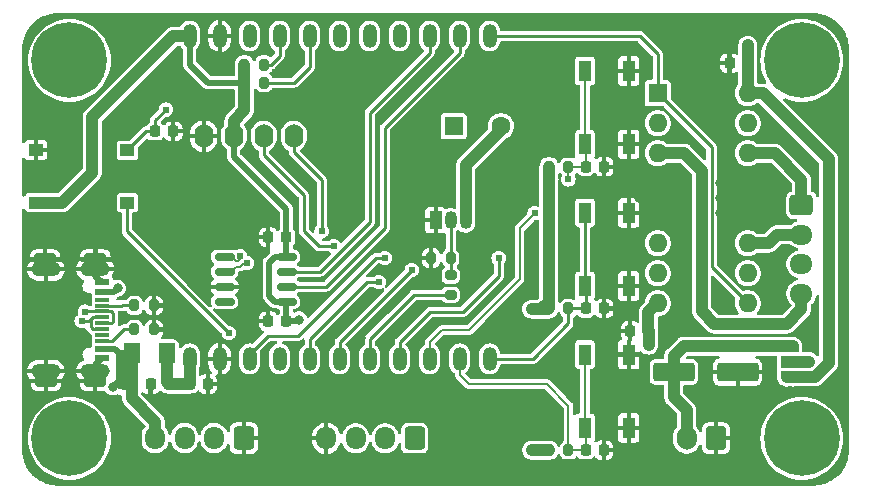
<source format=gbr>
%TF.GenerationSoftware,KiCad,Pcbnew,7.0.7*%
%TF.CreationDate,2024-01-02T18:34:25+01:00*%
%TF.ProjectId,maui feeder circuit,6d617569-2066-4656-9564-657220636972,1.0*%
%TF.SameCoordinates,Original*%
%TF.FileFunction,Copper,L1,Top*%
%TF.FilePolarity,Positive*%
%FSLAX46Y46*%
G04 Gerber Fmt 4.6, Leading zero omitted, Abs format (unit mm)*
G04 Created by KiCad (PCBNEW 7.0.7) date 2024-01-02 18:34:25*
%MOMM*%
%LPD*%
G01*
G04 APERTURE LIST*
G04 Aperture macros list*
%AMRoundRect*
0 Rectangle with rounded corners*
0 $1 Rounding radius*
0 $2 $3 $4 $5 $6 $7 $8 $9 X,Y pos of 4 corners*
0 Add a 4 corners polygon primitive as box body*
4,1,4,$2,$3,$4,$5,$6,$7,$8,$9,$2,$3,0*
0 Add four circle primitives for the rounded corners*
1,1,$1+$1,$2,$3*
1,1,$1+$1,$4,$5*
1,1,$1+$1,$6,$7*
1,1,$1+$1,$8,$9*
0 Add four rect primitives between the rounded corners*
20,1,$1+$1,$2,$3,$4,$5,0*
20,1,$1+$1,$4,$5,$6,$7,0*
20,1,$1+$1,$6,$7,$8,$9,0*
20,1,$1+$1,$8,$9,$2,$3,0*%
%AMFreePoly0*
4,1,19,0.550000,-0.750000,0.000000,-0.750000,0.000000,-0.744911,-0.071157,-0.744911,-0.207708,-0.704816,-0.327430,-0.627875,-0.420627,-0.520320,-0.479746,-0.390866,-0.500000,-0.250000,-0.500000,0.250000,-0.479746,0.390866,-0.420627,0.520320,-0.327430,0.627875,-0.207708,0.704816,-0.071157,0.744911,0.000000,0.744911,0.000000,0.750000,0.550000,0.750000,0.550000,-0.750000,0.550000,-0.750000,
$1*%
%AMFreePoly1*
4,1,19,0.000000,0.744911,0.071157,0.744911,0.207708,0.704816,0.327430,0.627875,0.420627,0.520320,0.479746,0.390866,0.500000,0.250000,0.500000,-0.250000,0.479746,-0.390866,0.420627,-0.520320,0.327430,-0.627875,0.207708,-0.704816,0.071157,-0.744911,0.000000,-0.744911,0.000000,-0.750000,-0.550000,-0.750000,-0.550000,0.750000,0.000000,0.750000,0.000000,0.744911,0.000000,0.744911,
$1*%
G04 Aperture macros list end*
%TA.AperFunction,SMDPad,CuDef*%
%ADD10RoundRect,0.200000X0.200000X0.275000X-0.200000X0.275000X-0.200000X-0.275000X0.200000X-0.275000X0*%
%TD*%
%TA.AperFunction,ComponentPad*%
%ADD11C,6.400000*%
%TD*%
%TA.AperFunction,SMDPad,CuDef*%
%ADD12RoundRect,0.200000X-0.200000X-0.275000X0.200000X-0.275000X0.200000X0.275000X-0.200000X0.275000X0*%
%TD*%
%TA.AperFunction,SMDPad,CuDef*%
%ADD13RoundRect,0.150000X-0.675000X-0.150000X0.675000X-0.150000X0.675000X0.150000X-0.675000X0.150000X0*%
%TD*%
%TA.AperFunction,SMDPad,CuDef*%
%ADD14FreePoly0,90.000000*%
%TD*%
%TA.AperFunction,SMDPad,CuDef*%
%ADD15R,1.500000X1.000000*%
%TD*%
%TA.AperFunction,SMDPad,CuDef*%
%ADD16FreePoly1,90.000000*%
%TD*%
%TA.AperFunction,ComponentPad*%
%ADD17R,1.600000X1.600000*%
%TD*%
%TA.AperFunction,ComponentPad*%
%ADD18O,1.600000X1.600000*%
%TD*%
%TA.AperFunction,SMDPad,CuDef*%
%ADD19R,1.150000X0.600000*%
%TD*%
%TA.AperFunction,SMDPad,CuDef*%
%ADD20R,1.150000X0.300000*%
%TD*%
%TA.AperFunction,SMDPad,CuDef*%
%ADD21RoundRect,0.250000X-0.687500X-0.250000X0.687500X-0.250000X0.687500X0.250000X-0.687500X0.250000X0*%
%TD*%
%TA.AperFunction,ComponentPad*%
%ADD22O,2.500000X1.250000*%
%TD*%
%TA.AperFunction,SMDPad,CuDef*%
%ADD23RoundRect,0.225000X0.225000X0.250000X-0.225000X0.250000X-0.225000X-0.250000X0.225000X-0.250000X0*%
%TD*%
%TA.AperFunction,ComponentPad*%
%ADD24C,1.600000*%
%TD*%
%TA.AperFunction,SMDPad,CuDef*%
%ADD25R,1.100000X1.800000*%
%TD*%
%TA.AperFunction,SMDPad,CuDef*%
%ADD26RoundRect,0.225000X-0.225000X-0.250000X0.225000X-0.250000X0.225000X0.250000X-0.225000X0.250000X0*%
%TD*%
%TA.AperFunction,SMDPad,CuDef*%
%ADD27R,1.250000X1.000000*%
%TD*%
%TA.AperFunction,ComponentPad*%
%ADD28O,1.600000X2.000000*%
%TD*%
%TA.AperFunction,ComponentPad*%
%ADD29R,1.050000X1.500000*%
%TD*%
%TA.AperFunction,ComponentPad*%
%ADD30O,1.050000X1.500000*%
%TD*%
%TA.AperFunction,SMDPad,CuDef*%
%ADD31RoundRect,0.200000X0.275000X-0.200000X0.275000X0.200000X-0.275000X0.200000X-0.275000X-0.200000X0*%
%TD*%
%TA.AperFunction,SMDPad,CuDef*%
%ADD32RoundRect,0.250001X-0.462499X-0.624999X0.462499X-0.624999X0.462499X0.624999X-0.462499X0.624999X0*%
%TD*%
%TA.AperFunction,SMDPad,CuDef*%
%ADD33RoundRect,0.250000X-1.500000X-0.550000X1.500000X-0.550000X1.500000X0.550000X-1.500000X0.550000X0*%
%TD*%
%TA.AperFunction,ComponentPad*%
%ADD34RoundRect,0.250000X0.600000X0.725000X-0.600000X0.725000X-0.600000X-0.725000X0.600000X-0.725000X0*%
%TD*%
%TA.AperFunction,ComponentPad*%
%ADD35O,1.700000X1.950000*%
%TD*%
%TA.AperFunction,ComponentPad*%
%ADD36RoundRect,0.250000X-0.725000X0.600000X-0.725000X-0.600000X0.725000X-0.600000X0.725000X0.600000X0*%
%TD*%
%TA.AperFunction,ComponentPad*%
%ADD37O,1.950000X1.700000*%
%TD*%
%TA.AperFunction,ComponentPad*%
%ADD38RoundRect,0.250000X0.600000X0.750000X-0.600000X0.750000X-0.600000X-0.750000X0.600000X-0.750000X0*%
%TD*%
%TA.AperFunction,ComponentPad*%
%ADD39O,1.700000X2.000000*%
%TD*%
%TA.AperFunction,ComponentPad*%
%ADD40O,1.200000X2.000000*%
%TD*%
%TA.AperFunction,ViaPad*%
%ADD41C,0.800000*%
%TD*%
%TA.AperFunction,ViaPad*%
%ADD42C,0.610000*%
%TD*%
%TA.AperFunction,Conductor*%
%ADD43C,1.000000*%
%TD*%
%TA.AperFunction,Conductor*%
%ADD44C,0.200000*%
%TD*%
%TA.AperFunction,Conductor*%
%ADD45C,0.508000*%
%TD*%
%TA.AperFunction,Conductor*%
%ADD46C,0.250000*%
%TD*%
%TA.AperFunction,Conductor*%
%ADD47C,0.254000*%
%TD*%
G04 APERTURE END LIST*
D10*
%TO.P,R8,1*%
%TO.N,GND*%
X135142200Y-86780200D03*
%TO.P,R8,2*%
%TO.N,Net-(J3-CC2)*%
X133492200Y-86780200D03*
%TD*%
D11*
%TO.P,H3,1*%
%TO.N,N/C*%
X128000000Y-64000000D03*
%TD*%
D12*
%TO.P,R1,1*%
%TO.N,+3.3V*%
X168595000Y-73000000D03*
%TO.P,R1,2*%
%TO.N,/BUTTON_+*%
X170245000Y-73000000D03*
%TD*%
D13*
%TO.P,U5,1,UD+*%
%TO.N,/D+*%
X141141000Y-80608000D03*
%TO.P,U5,2,UD-*%
%TO.N,/D-*%
X141141000Y-81878000D03*
%TO.P,U5,3,GND*%
%TO.N,GND*%
X141141000Y-83148000D03*
%TO.P,U5,4,RTS#*%
%TO.N,unconnected-(U5-RTS#-Pad4)*%
X141141000Y-84418000D03*
%TO.P,U5,5,VCC*%
%TO.N,+3.3V*%
X146391000Y-84418000D03*
%TO.P,U5,6,TXD*%
%TO.N,/PA3{slash}RX2*%
X146391000Y-83148000D03*
%TO.P,U5,7,RXD*%
%TO.N,/PA2{slash}TX2*%
X146391000Y-81878000D03*
%TO.P,U5,8,V3*%
%TO.N,+3.3V*%
X146391000Y-80608000D03*
%TD*%
D14*
%TO.P,JP1,1,A*%
%TO.N,+5V*%
X188978000Y-90800000D03*
D15*
%TO.P,JP1,2,C*%
%TO.N,/L293D_Power*%
X188978000Y-89500000D03*
D16*
%TO.P,JP1,3,B*%
%TO.N,VCC*%
X188978000Y-88200000D03*
%TD*%
D12*
%TO.P,R9,1*%
%TO.N,Net-(J3-CC1)*%
X133492200Y-84748200D03*
%TO.P,R9,2*%
%TO.N,GND*%
X135142200Y-84748200D03*
%TD*%
D17*
%TO.P,U2,1,EN1\u002C2*%
%TO.N,/EN*%
X177802000Y-66765000D03*
D18*
%TO.P,U2,2,1A*%
%TO.N,/MOTOR_0*%
X177802000Y-69305000D03*
%TO.P,U2,3,1Y*%
%TO.N,/L1A*%
X177802000Y-71845000D03*
%TO.P,U2,4,GND*%
%TO.N,GND*%
X177802000Y-74385000D03*
%TO.P,U2,5,GND*%
X177802000Y-76925000D03*
%TO.P,U2,6,2Y*%
%TO.N,/L1B*%
X177802000Y-79465000D03*
%TO.P,U2,7,2A*%
%TO.N,/MOTOR_1*%
X177802000Y-82005000D03*
%TO.P,U2,8,VCC2*%
%TO.N,/L293D_Power*%
X177802000Y-84545000D03*
%TO.P,U2,9,EN3\u002C4*%
%TO.N,/EN*%
X185422000Y-84545000D03*
%TO.P,U2,10,3A*%
%TO.N,/MOTOR_2*%
X185422000Y-82005000D03*
%TO.P,U2,11,3Y*%
%TO.N,/L2A*%
X185422000Y-79465000D03*
%TO.P,U2,12,GND*%
%TO.N,GND*%
X185422000Y-76925000D03*
%TO.P,U2,13,GND*%
X185422000Y-74385000D03*
%TO.P,U2,14,4Y*%
%TO.N,/L2B*%
X185422000Y-71845000D03*
%TO.P,U2,15,4A*%
%TO.N,/MOTOR_3*%
X185422000Y-69305000D03*
%TO.P,U2,16,VCC1*%
%TO.N,+5V*%
X185422000Y-66765000D03*
%TD*%
D19*
%TO.P,J3,1,GND_1*%
%TO.N,GND*%
X130755000Y-82800000D03*
%TO.P,J3,2,VBUS*%
%TO.N,/VUSB*%
X130755000Y-83600000D03*
D20*
%TO.P,J3,3,SBU2*%
%TO.N,unconnected-(J3-SBU2-Pad3)*%
X130755000Y-84250000D03*
%TO.P,J3,4,CC1*%
%TO.N,Net-(J3-CC1)*%
X130755000Y-84750000D03*
%TO.P,J3,5,DN2*%
%TO.N,/D-*%
X130755000Y-85250000D03*
%TO.P,J3,6,DP1*%
%TO.N,/D+*%
X130755000Y-85750000D03*
%TO.P,J3,7,DN1*%
%TO.N,/D-*%
X130755000Y-86250000D03*
%TO.P,J3,8,DP2*%
%TO.N,/D+*%
X130755000Y-86750000D03*
%TO.P,J3,9,SBU1*%
%TO.N,unconnected-(J3-SBU1-Pad9)*%
X130755000Y-87250000D03*
%TO.P,J3,10,CC2*%
%TO.N,Net-(J3-CC2)*%
X130755000Y-87750000D03*
D19*
%TO.P,J3,11,VBUS*%
%TO.N,/VUSB*%
X130755000Y-88400000D03*
%TO.P,J3,12,GND_2*%
%TO.N,GND*%
X130755000Y-89200000D03*
D21*
%TO.P,J3,13,SHIELD*%
X130200000Y-80850000D03*
X125950000Y-80850000D03*
D22*
X130180000Y-81680000D03*
X126000000Y-81680000D03*
X130180000Y-90320000D03*
X126000000Y-90320000D03*
D21*
X130150000Y-91150000D03*
X126000000Y-91150000D03*
%TD*%
D23*
%TO.P,C5,1*%
%TO.N,/L293D_Power*%
X177022695Y-86912742D03*
%TO.P,C5,2*%
%TO.N,GND*%
X175472695Y-86912742D03*
%TD*%
D12*
%TO.P,R3,1*%
%TO.N,+3.3V*%
X168595000Y-85000000D03*
%TO.P,R3,2*%
%TO.N,/BUTTON_OK*%
X170245000Y-85000000D03*
%TD*%
%TO.P,R5,1*%
%TO.N,+3.3V*%
X142814000Y-65876000D03*
%TO.P,R5,2*%
%TO.N,/SDA*%
X144464000Y-65876000D03*
%TD*%
D17*
%TO.P,BZ1,1,-*%
%TO.N,+5V*%
X160530000Y-69559000D03*
D24*
%TO.P,BZ1,2,+*%
%TO.N,/buzzer_-*%
X164530000Y-69559000D03*
%TD*%
D23*
%TO.P,C9,1*%
%TO.N,+3.3V*%
X146369800Y-78957000D03*
%TO.P,C9,2*%
%TO.N,GND*%
X144819800Y-78957000D03*
%TD*%
D12*
%TO.P,R2,1*%
%TO.N,+3.3V*%
X168595000Y-97000000D03*
%TO.P,R2,2*%
%TO.N,/BUTTON_-*%
X170245000Y-97000000D03*
%TD*%
%TO.P,R4,1*%
%TO.N,+3.3V*%
X142814000Y-64352000D03*
%TO.P,R4,2*%
%TO.N,/SCL*%
X144464000Y-64352000D03*
%TD*%
D25*
%TO.P,SW2,1,1*%
%TO.N,/BUTTON_-*%
X171650000Y-95100000D03*
X171650000Y-88900000D03*
%TO.P,SW2,2,2*%
%TO.N,GND*%
X175350000Y-95100000D03*
X175350000Y-88900000D03*
%TD*%
D26*
%TO.P,C1,1*%
%TO.N,/BUTTON_+*%
X171709000Y-73000000D03*
%TO.P,C1,2*%
%TO.N,GND*%
X173259000Y-73000000D03*
%TD*%
D23*
%TO.P,C8,1*%
%TO.N,+5V*%
X136413000Y-91403000D03*
%TO.P,C8,2*%
%TO.N,GND*%
X134863000Y-91403000D03*
%TD*%
D27*
%TO.P,SW5,1,1*%
%TO.N,+3.3V*%
X125159000Y-76036000D03*
%TO.P,SW5,2,2*%
%TO.N,/BOOT0*%
X132909000Y-76036000D03*
%TD*%
D11*
%TO.P,H4,1*%
%TO.N,N/C*%
X190000000Y-64000000D03*
%TD*%
D26*
%TO.P,C2,1*%
%TO.N,/BUTTON_-*%
X171693000Y-97000000D03*
%TO.P,C2,2*%
%TO.N,GND*%
X173243000Y-97000000D03*
%TD*%
D28*
%TO.P,U4,1,GND*%
%TO.N,GND*%
X139380000Y-70400000D03*
%TO.P,U4,2,VDD*%
%TO.N,+3.3V*%
X141920000Y-70400000D03*
%TO.P,U4,3,SCK*%
%TO.N,/SCL*%
X144460000Y-70400000D03*
%TO.P,U4,4,SDA*%
%TO.N,/SDA*%
X147000000Y-70400000D03*
%TD*%
D10*
%TO.P,R7,1*%
%TO.N,Net-(Q1-B)*%
X160272808Y-80735531D03*
%TO.P,R7,2*%
%TO.N,GND*%
X158622808Y-80735531D03*
%TD*%
D25*
%TO.P,SW1,1,1*%
%TO.N,/BUTTON_+*%
X171650000Y-71100000D03*
X171650000Y-64900000D03*
%TO.P,SW1,2,2*%
%TO.N,GND*%
X175350000Y-71100000D03*
X175350000Y-64900000D03*
%TD*%
D29*
%TO.P,Q1,1,E*%
%TO.N,GND*%
X159006000Y-77539000D03*
D30*
%TO.P,Q1,2,B*%
%TO.N,Net-(Q1-B)*%
X160276000Y-77539000D03*
%TO.P,Q1,3,C*%
%TO.N,/buzzer_-*%
X161546000Y-77539000D03*
%TD*%
D27*
%TO.P,SW4,1,1*%
%TO.N,/RESET*%
X132909000Y-71591000D03*
%TO.P,SW4,2,2*%
%TO.N,GND*%
X125159000Y-71591000D03*
%TD*%
D23*
%TO.P,C4,1*%
%TO.N,+5V*%
X185435000Y-64225000D03*
%TO.P,C4,2*%
%TO.N,GND*%
X183885000Y-64225000D03*
%TD*%
D31*
%TO.P,R6,1*%
%TO.N,/BUZZER*%
X160276000Y-83846000D03*
%TO.P,R6,2*%
%TO.N,Net-(Q1-B)*%
X160276000Y-82196000D03*
%TD*%
D26*
%TO.P,C3,1*%
%TO.N,/BUTTON_OK*%
X171709000Y-85000000D03*
%TO.P,C3,2*%
%TO.N,GND*%
X173259000Y-85000000D03*
%TD*%
D32*
%TO.P,F1,1*%
%TO.N,/VUSB*%
X133262500Y-88750000D03*
%TO.P,F1,2*%
%TO.N,+5V*%
X136237500Y-88750000D03*
%TD*%
D26*
%TO.P,C7,1*%
%TO.N,+5V*%
X138165000Y-91403000D03*
%TO.P,C7,2*%
%TO.N,GND*%
X139715000Y-91403000D03*
%TD*%
D33*
%TO.P,C10,1*%
%TO.N,VCC*%
X179166000Y-90387000D03*
%TO.P,C10,2*%
%TO.N,GND*%
X184566000Y-90387000D03*
%TD*%
D11*
%TO.P,H1,1*%
%TO.N,N/C*%
X128000000Y-96000000D03*
%TD*%
%TO.P,H2,1*%
%TO.N,N/C*%
X190000000Y-96000000D03*
%TD*%
D25*
%TO.P,SW3,1,1*%
%TO.N,/BUTTON_OK*%
X171650000Y-83100000D03*
X171650000Y-76900000D03*
%TO.P,SW3,2,2*%
%TO.N,GND*%
X175350000Y-83100000D03*
X175350000Y-76900000D03*
%TD*%
D26*
%TO.P,C6,1*%
%TO.N,/RESET*%
X135225000Y-70000000D03*
%TO.P,C6,2*%
%TO.N,GND*%
X136775000Y-70000000D03*
%TD*%
D23*
%TO.P,C11,1*%
%TO.N,+3.3V*%
X146369800Y-86069000D03*
%TO.P,C11,2*%
%TO.N,GND*%
X144819800Y-86069000D03*
%TD*%
D34*
%TO.P,U3,1,SCL*%
%TO.N,/SCL*%
X157228000Y-96000000D03*
D35*
%TO.P,U3,2,SDA*%
%TO.N,/SDA*%
X154728000Y-96000000D03*
%TO.P,U3,3,VCC*%
%TO.N,+3.3V*%
X152228000Y-96000000D03*
%TO.P,U3,4,GND*%
%TO.N,GND*%
X149728000Y-96000000D03*
%TD*%
D34*
%TO.P,J2,1,Pin_1*%
%TO.N,GND*%
X142750000Y-95975000D03*
D35*
%TO.P,J2,2,Pin_2*%
%TO.N,/D-*%
X140250000Y-95975000D03*
%TO.P,J2,3,Pin_3*%
%TO.N,/D+*%
X137750000Y-95975000D03*
%TO.P,J2,4,Pin_4*%
%TO.N,/VUSB*%
X135250000Y-95975000D03*
%TD*%
D36*
%TO.P,J1,1,Pin_1*%
%TO.N,/L2B*%
X189975000Y-76250000D03*
D37*
%TO.P,J1,2,Pin_2*%
%TO.N,/L2A*%
X189975000Y-78750000D03*
%TO.P,J1,3,Pin_3*%
%TO.N,/L1B*%
X189975000Y-81250000D03*
%TO.P,J1,4,Pin_4*%
%TO.N,/L1A*%
X189975000Y-83750000D03*
%TD*%
D38*
%TO.P,J4,1,Pin_1*%
%TO.N,GND*%
X182750000Y-96000000D03*
D39*
%TO.P,J4,2,Pin_2*%
%TO.N,VCC*%
X180250000Y-96000000D03*
%TD*%
D40*
%TO.P,U1,1,3.3V*%
%TO.N,+3.3V*%
X138178000Y-61939000D03*
%TO.P,U1,2,GND*%
%TO.N,GND*%
X140718000Y-61939000D03*
%TO.P,U1,3,NRST*%
%TO.N,/RESET*%
X143258000Y-61939000D03*
%TO.P,U1,4,PB7*%
%TO.N,/SCL*%
X145798000Y-61939000D03*
%TO.P,U1,5,PC14*%
%TO.N,/SDA*%
X148338000Y-61939000D03*
%TO.P,U1,6,PC15*%
%TO.N,unconnected-(U1-PC15-Pad6)*%
X150878000Y-61939000D03*
%TO.P,U1,7,PA0*%
%TO.N,unconnected-(U1-PA0-Pad7)*%
X153418000Y-61939000D03*
%TO.P,U1,8,PA1*%
%TO.N,unconnected-(U1-PA1-Pad8)*%
X155958000Y-61939000D03*
%TO.P,U1,9,PA2*%
%TO.N,/PA2{slash}TX2*%
X158498000Y-61939000D03*
%TO.P,U1,10,PA3*%
%TO.N,/PA3{slash}RX2*%
X161038000Y-61939000D03*
%TO.P,U1,11,PA4*%
%TO.N,/EN*%
X163578000Y-61939000D03*
%TO.P,U1,12,PA5*%
%TO.N,/BUTTON_OK*%
X163578000Y-89264000D03*
%TO.P,U1,13,PA6*%
%TO.N,/BUTTON_-*%
X161038000Y-89264000D03*
%TO.P,U1,14,PA7*%
%TO.N,/BUTTON_+*%
X158498000Y-89264000D03*
%TO.P,U1,15,PB0*%
%TO.N,/MOTOR_3*%
X155958000Y-89264000D03*
%TO.P,U1,16,PA11*%
%TO.N,/BUZZER*%
X153418000Y-89264000D03*
%TO.P,U1,17,PA12*%
%TO.N,/MOTOR_2*%
X150878000Y-89264000D03*
%TO.P,U1,18,PA13*%
%TO.N,/MOTOR_1*%
X148338000Y-89264000D03*
%TO.P,U1,19,PA14*%
%TO.N,/BOOT0*%
X145798000Y-89264000D03*
%TO.P,U1,20,PB3*%
%TO.N,/MOTOR_0*%
X143258000Y-89264000D03*
%TO.P,U1,21,GND*%
%TO.N,GND*%
X140718000Y-89264000D03*
%TO.P,U1,22,VIN*%
%TO.N,+5V*%
X138178000Y-89264000D03*
%TD*%
D41*
%TO.N,+5V*%
X185435000Y-62714000D03*
D42*
%TO.N,/BUTTON_+*%
X170245000Y-74068000D03*
X167388000Y-76925000D03*
D41*
%TO.N,GND*%
X180189600Y-75655000D03*
X179199000Y-75655000D03*
X187885800Y-75655000D03*
X184025000Y-75655000D03*
X173738000Y-92165000D03*
X183085200Y-75655000D03*
X183085200Y-74385000D03*
X186946000Y-75655000D03*
X152656000Y-87466000D03*
X154815000Y-92419000D03*
X127510000Y-69940000D03*
X187885800Y-76925000D03*
X180189600Y-74385000D03*
X138686000Y-75020000D03*
X187885800Y-74385000D03*
X184025000Y-76925000D03*
X175312800Y-74385000D03*
X180189600Y-76925000D03*
X176252600Y-75655000D03*
X168150000Y-64733000D03*
X184025000Y-74385000D03*
X183085200Y-76925000D03*
X183644000Y-83910000D03*
X176252600Y-74385000D03*
X186946000Y-76925000D03*
X165610000Y-71464000D03*
X186946000Y-74385000D03*
X164721000Y-79211000D03*
X179199000Y-74385000D03*
X179199000Y-76925000D03*
%TO.N,/L293D_Power*%
X177040000Y-88101000D03*
X190627000Y-89500000D03*
D42*
%TO.N,/RESET*%
X136146000Y-68162000D03*
D41*
%TO.N,+3.3V*%
X147449000Y-85942000D03*
X167134000Y-96991000D03*
X167134000Y-85053000D03*
%TO.N,/VUSB*%
X131665500Y-91657000D03*
X132082000Y-83275000D03*
D42*
%TO.N,/D-*%
X129302832Y-85257136D03*
X143036379Y-81148379D03*
%TO.N,/D+*%
X142463621Y-80575621D03*
X129034000Y-86069000D03*
%TO.N,/SCL*%
X150370000Y-79719000D03*
%TO.N,/SDA*%
X149354000Y-78449000D03*
%TO.N,/BOOT0*%
X141480000Y-87085000D03*
%TO.N,/MOTOR_0*%
X154688000Y-80735000D03*
%TO.N,/MOTOR_1*%
X154180000Y-82767000D03*
%TO.N,/MOTOR_2*%
X156974000Y-81751000D03*
%TO.N,/MOTOR_3*%
X164340000Y-80735000D03*
%TD*%
D43*
%TO.N,+5V*%
X186692000Y-66765000D02*
X185422000Y-66765000D01*
X138178000Y-91390000D02*
X138165000Y-91403000D01*
X185435000Y-64225000D02*
X185435000Y-66752000D01*
X136237500Y-88750000D02*
X136237500Y-91227500D01*
X191105000Y-90800000D02*
X192280000Y-89625000D01*
X138178000Y-89264000D02*
X138178000Y-91390000D01*
X136413000Y-91403000D02*
X138165000Y-91403000D01*
X192280000Y-72353000D02*
X186692000Y-66765000D01*
X185435000Y-62714000D02*
X185435000Y-64225000D01*
X136237500Y-91227500D02*
X136413000Y-91403000D01*
X188978000Y-90800000D02*
X191105000Y-90800000D01*
X192280000Y-89625000D02*
X192280000Y-72353000D01*
X185435000Y-66752000D02*
X185422000Y-66765000D01*
%TO.N,/buzzer_-*%
X164530000Y-69877000D02*
X164530000Y-69559000D01*
X161546000Y-77539000D02*
X161546000Y-72861000D01*
X161546000Y-72861000D02*
X164530000Y-69877000D01*
D44*
%TO.N,/BUTTON_+*%
X171709000Y-73000000D02*
X171709000Y-71159000D01*
X166118000Y-82513000D02*
X161800000Y-86831000D01*
X171709000Y-73000000D02*
X170245000Y-73000000D01*
X158498000Y-87847000D02*
X158498000Y-89264000D01*
X170245000Y-74068000D02*
X170245000Y-73000000D01*
X167388000Y-76925000D02*
X166118000Y-78195000D01*
X171709000Y-71159000D02*
X171650000Y-71100000D01*
X171650000Y-71100000D02*
X171650000Y-64900000D01*
X166118000Y-78195000D02*
X166118000Y-82513000D01*
X161800000Y-86831000D02*
X159514000Y-86831000D01*
X159514000Y-86831000D02*
X158498000Y-87847000D01*
D45*
%TO.N,GND*%
X130180000Y-90320000D02*
X130180000Y-89775000D01*
X130180000Y-89775000D02*
X130755000Y-89200000D01*
X130180000Y-81680000D02*
X130180000Y-82225000D01*
X130180000Y-82225000D02*
X130755000Y-82800000D01*
D44*
%TO.N,/BUTTON_-*%
X161038000Y-90641000D02*
X161038000Y-89264000D01*
X171693000Y-97000000D02*
X171693000Y-95143000D01*
X171650000Y-88900000D02*
X171650000Y-95100000D01*
X170245000Y-97000000D02*
X170245000Y-93244000D01*
X171693000Y-95143000D02*
X171650000Y-95100000D01*
X161800000Y-91403000D02*
X161038000Y-90641000D01*
X168404000Y-91403000D02*
X161800000Y-91403000D01*
X170245000Y-97000000D02*
X171693000Y-97000000D01*
X170245000Y-93244000D02*
X168404000Y-91403000D01*
D46*
%TO.N,/BUTTON_OK*%
X167241000Y-89264000D02*
X170245000Y-86260000D01*
X171709000Y-83159000D02*
X171650000Y-83100000D01*
X170245000Y-86260000D02*
X170245000Y-85000000D01*
X171709000Y-85000000D02*
X171709000Y-83159000D01*
X171650000Y-76900000D02*
X171650000Y-83100000D01*
X170245000Y-85000000D02*
X171709000Y-85000000D01*
X163578000Y-89264000D02*
X167241000Y-89264000D01*
D43*
%TO.N,/L293D_Power*%
X177022695Y-86912742D02*
X177022695Y-85324305D01*
X190627000Y-89500000D02*
X188978000Y-89500000D01*
X177040000Y-88101000D02*
X177040000Y-86930047D01*
X177040000Y-86930047D02*
X177022695Y-86912742D01*
X177022695Y-85324305D02*
X177802000Y-84545000D01*
D46*
%TO.N,/RESET*%
X135225000Y-69083000D02*
X136146000Y-68162000D01*
X132909000Y-71591000D02*
X134500000Y-70000000D01*
X134500000Y-70000000D02*
X135225000Y-70000000D01*
X135225000Y-70000000D02*
X135225000Y-69083000D01*
D43*
%TO.N,+3.3V*%
X141920000Y-70400000D02*
X141920000Y-69119000D01*
D45*
X141920000Y-72158000D02*
X141920000Y-70400000D01*
D43*
X129923000Y-68797000D02*
X136781000Y-61939000D01*
D45*
X147449000Y-85942000D02*
X147322000Y-86069000D01*
D43*
X168595000Y-73000000D02*
X168595000Y-84418000D01*
D45*
X146369800Y-86069000D02*
X146369800Y-84439200D01*
D43*
X168595000Y-97000000D02*
X167143000Y-97000000D01*
X168023000Y-85053000D02*
X168542000Y-85053000D01*
D45*
X145417000Y-80608000D02*
X144909000Y-81116000D01*
D43*
X127383000Y-76036000D02*
X129923000Y-73496000D01*
X167134000Y-85053000D02*
X168023000Y-85053000D01*
D45*
X144909000Y-81116000D02*
X144909000Y-83910000D01*
X146391000Y-80608000D02*
X145417000Y-80608000D01*
D43*
X125159000Y-76036000D02*
X127383000Y-76036000D01*
X167143000Y-97000000D02*
X167134000Y-96991000D01*
D45*
X138178000Y-61939000D02*
X138178000Y-64352000D01*
D43*
X168542000Y-85053000D02*
X168595000Y-85000000D01*
X142814000Y-65876000D02*
X142814000Y-64352000D01*
X129923000Y-73496000D02*
X129923000Y-68797000D01*
D45*
X146369800Y-78957000D02*
X146369800Y-80586800D01*
D43*
X168023000Y-85053000D02*
X168023000Y-84990000D01*
D45*
X144909000Y-83910000D02*
X145417000Y-84418000D01*
D43*
X141920000Y-69119000D02*
X142814000Y-68225000D01*
D45*
X145417000Y-84418000D02*
X146391000Y-84418000D01*
X147322000Y-86069000D02*
X146369800Y-86069000D01*
X139702000Y-65876000D02*
X142814000Y-65876000D01*
D43*
X136781000Y-61939000D02*
X138178000Y-61939000D01*
D45*
X146369800Y-78957000D02*
X146369800Y-76607800D01*
X138178000Y-64352000D02*
X139702000Y-65876000D01*
D43*
X142814000Y-68225000D02*
X142814000Y-64352000D01*
X168023000Y-84990000D02*
X168595000Y-84418000D01*
X168595000Y-84418000D02*
X168595000Y-85000000D01*
D45*
X146369800Y-76607800D02*
X141920000Y-72158000D01*
D43*
%TO.N,VCC*%
X179166000Y-92513000D02*
X180250000Y-93597000D01*
X179989000Y-88200000D02*
X179166000Y-89023000D01*
X179166000Y-90387000D02*
X179166000Y-92513000D01*
X179166000Y-89023000D02*
X179166000Y-90387000D01*
X180250000Y-93597000D02*
X180250000Y-96000000D01*
X188978000Y-88200000D02*
X179989000Y-88200000D01*
%TO.N,/VUSB*%
X135250000Y-95975000D02*
X135250000Y-94571000D01*
X135250000Y-94571000D02*
X133262500Y-92583500D01*
X133262500Y-92583500D02*
X133262500Y-88750000D01*
D45*
X130755000Y-88400000D02*
X131873000Y-88400000D01*
X130755000Y-83600000D02*
X131757000Y-83600000D01*
X131873000Y-88400000D02*
X132223000Y-88750000D01*
X131757000Y-83600000D02*
X132082000Y-83275000D01*
X131665500Y-91657000D02*
X132223000Y-91099500D01*
X132223000Y-88750000D02*
X133262500Y-88750000D01*
X132223000Y-91099500D02*
X132223000Y-88750000D01*
D43*
%TO.N,/L1A*%
X181535200Y-85255600D02*
X182602600Y-86323000D01*
X182602600Y-86323000D02*
X188724000Y-86323000D01*
X188724000Y-86323000D02*
X189975000Y-85072000D01*
X180037200Y-71845000D02*
X181535200Y-73343000D01*
X189975000Y-85072000D02*
X189975000Y-83750000D01*
X181535200Y-73343000D02*
X181535200Y-85255600D01*
X177802000Y-71845000D02*
X180037200Y-71845000D01*
%TO.N,/L2A*%
X185422000Y-79465000D02*
X187200000Y-79465000D01*
X187200000Y-79465000D02*
X187915000Y-78750000D01*
X187915000Y-78750000D02*
X189975000Y-78750000D01*
%TO.N,/L2B*%
X189975000Y-74112000D02*
X189975000Y-76250000D01*
X185422000Y-71845000D02*
X187708000Y-71845000D01*
X187708000Y-71845000D02*
X189975000Y-74112000D01*
D47*
%TO.N,/D-*%
X130755000Y-86250000D02*
X131520000Y-86250000D01*
D44*
X141666000Y-81878000D02*
X141141000Y-81878000D01*
X142462199Y-81468000D02*
X142076000Y-81468000D01*
X142076000Y-81468000D02*
X141666000Y-81878000D01*
X142781820Y-81148379D02*
X142462199Y-81468000D01*
D47*
X131517000Y-85250000D02*
X130755000Y-85250000D01*
X129309968Y-85250000D02*
X130755000Y-85250000D01*
X131657000Y-86113000D02*
X131657000Y-85390000D01*
X131657000Y-85390000D02*
X131517000Y-85250000D01*
X131520000Y-86250000D02*
X131657000Y-86113000D01*
X129302832Y-85257136D02*
X129309968Y-85250000D01*
D44*
X143036379Y-81148379D02*
X142781820Y-81148379D01*
D47*
%TO.N,/D+*%
X129034000Y-86069000D02*
X129669000Y-86069000D01*
X129796000Y-85942000D02*
X129796000Y-86577000D01*
X130755000Y-85750000D02*
X129988000Y-85750000D01*
D44*
X142463621Y-80575621D02*
X142463621Y-80830180D01*
X141666000Y-80608000D02*
X141141000Y-80608000D01*
X142275801Y-81018000D02*
X142076000Y-81018000D01*
D47*
X129669000Y-86069000D02*
X129988000Y-85750000D01*
X129796000Y-86577000D02*
X129969000Y-86750000D01*
X129988000Y-85750000D02*
X129796000Y-85942000D01*
D44*
X142076000Y-81018000D02*
X141666000Y-80608000D01*
X142463621Y-80830180D02*
X142275801Y-81018000D01*
D47*
X129969000Y-86750000D02*
X130755000Y-86750000D01*
D46*
%TO.N,Net-(Q1-B)*%
X160276000Y-80732339D02*
X160276000Y-77539000D01*
X160276000Y-80738723D02*
X160272808Y-80735531D01*
X160272808Y-80735531D02*
X160276000Y-80732339D01*
X160276000Y-82196000D02*
X160276000Y-80738723D01*
%TO.N,/SCL*%
X147830000Y-75401000D02*
X144460000Y-72031000D01*
X145798000Y-63590000D02*
X145036000Y-64352000D01*
X144460000Y-72031000D02*
X144460000Y-70400000D01*
X147830000Y-78449000D02*
X147830000Y-75401000D01*
X145036000Y-64352000D02*
X144464000Y-64352000D01*
X150370000Y-79719000D02*
X149100000Y-79719000D01*
X145798000Y-61939000D02*
X145798000Y-63590000D01*
X149100000Y-79719000D02*
X147830000Y-78449000D01*
%TO.N,/SDA*%
X147000000Y-71777000D02*
X147000000Y-70400000D01*
X147000000Y-65876000D02*
X144464000Y-65876000D01*
X148338000Y-61939000D02*
X148338000Y-64538000D01*
X148338000Y-64538000D02*
X147000000Y-65876000D01*
X149354000Y-78449000D02*
X149354000Y-74131000D01*
X149354000Y-74131000D02*
X147000000Y-71777000D01*
%TO.N,/BUZZER*%
X153418000Y-87593000D02*
X153418000Y-89264000D01*
X157165000Y-83846000D02*
X153418000Y-87593000D01*
X160276000Y-83846000D02*
X157165000Y-83846000D01*
%TO.N,Net-(J3-CC2)*%
X131620200Y-87750000D02*
X132590000Y-86780200D01*
X130755000Y-87750000D02*
X131620200Y-87750000D01*
X133479000Y-86488600D02*
X133492200Y-86501800D01*
X132590000Y-86780200D02*
X133492200Y-86780200D01*
X133492200Y-86501800D02*
X133492200Y-86780200D01*
D47*
%TO.N,Net-(J3-CC1)*%
X130755000Y-84750000D02*
X132461200Y-84750000D01*
X132461200Y-84750000D02*
X132463000Y-84748200D01*
X132463000Y-84748200D02*
X133492200Y-84748200D01*
D46*
%TO.N,/BOOT0*%
X132875000Y-78480000D02*
X132875000Y-76070000D01*
X141480000Y-87085000D02*
X132875000Y-78480000D01*
X132875000Y-76070000D02*
X132909000Y-76036000D01*
%TO.N,/EN*%
X177802000Y-63463000D02*
X177802000Y-66765000D01*
X163578000Y-61939000D02*
X176278000Y-61939000D01*
X176278000Y-61939000D02*
X177802000Y-63463000D01*
X185422000Y-84545000D02*
X182360200Y-81483200D01*
X182360200Y-71323200D02*
X177802000Y-66765000D01*
X182360200Y-81483200D02*
X182360200Y-71323200D01*
%TO.N,/MOTOR_0*%
X144782000Y-87339000D02*
X143258000Y-88863000D01*
X143258000Y-88863000D02*
X143258000Y-89264000D01*
X147322000Y-87339000D02*
X144782000Y-87339000D01*
X154688000Y-80735000D02*
X153926000Y-80735000D01*
X153926000Y-80735000D02*
X147322000Y-87339000D01*
%TO.N,/MOTOR_1*%
X153164000Y-82767000D02*
X148338000Y-87593000D01*
X154180000Y-82767000D02*
X153164000Y-82767000D01*
X148338000Y-87593000D02*
X148338000Y-89264000D01*
%TO.N,/MOTOR_2*%
X150878000Y-87847000D02*
X150878000Y-89264000D01*
X156974000Y-81751000D02*
X150878000Y-87847000D01*
%TO.N,/MOTOR_3*%
X164340000Y-80735000D02*
X164340000Y-82259000D01*
X158498000Y-85307000D02*
X155958000Y-87847000D01*
X164340000Y-82259000D02*
X161292000Y-85307000D01*
X161292000Y-85307000D02*
X158498000Y-85307000D01*
X155958000Y-87847000D02*
X155958000Y-89264000D01*
%TO.N,/PA3{slash}RX2*%
X149735000Y-83148000D02*
X146391000Y-83148000D01*
X154688000Y-69686000D02*
X154688000Y-78195000D01*
X161038000Y-63336000D02*
X154688000Y-69686000D01*
X161038000Y-61939000D02*
X161038000Y-63336000D01*
X154688000Y-78195000D02*
X149735000Y-83148000D01*
%TO.N,/PA2{slash}TX2*%
X158498000Y-63336000D02*
X158498000Y-61939000D01*
X153418000Y-68416000D02*
X158498000Y-63336000D01*
X149227000Y-81878000D02*
X153418000Y-77687000D01*
X153418000Y-77687000D02*
X153418000Y-68416000D01*
X146391000Y-81878000D02*
X149227000Y-81878000D01*
%TD*%
%TA.AperFunction,Conductor*%
%TO.N,/VUSB*%
G36*
X133168039Y-88755685D02*
G01*
X133213794Y-88808489D01*
X133225000Y-88860000D01*
X133225000Y-91879183D01*
X133205315Y-91946222D01*
X133152511Y-91991977D01*
X133083353Y-92001921D01*
X133070926Y-91999481D01*
X131913468Y-91710117D01*
X131853204Y-91674760D01*
X131821622Y-91612436D01*
X131828749Y-91542931D01*
X131855859Y-91502140D01*
X132209000Y-91149000D01*
X132209000Y-88860000D01*
X132228685Y-88792961D01*
X132281489Y-88747206D01*
X132333000Y-88736000D01*
X133101000Y-88736000D01*
X133168039Y-88755685D01*
G37*
%TD.AperFunction*%
%TD*%
%TA.AperFunction,Conductor*%
%TO.N,GND*%
G36*
X180698382Y-73638260D02*
G01*
X180731866Y-73699581D01*
X180734700Y-73725939D01*
X180734700Y-78311614D01*
X176455800Y-78322000D01*
X176481200Y-73115000D01*
X180175122Y-73115000D01*
X180698382Y-73638260D01*
G37*
%TD.AperFunction*%
%TA.AperFunction,Conductor*%
G36*
X186920600Y-78296600D02*
G01*
X182785700Y-78306636D01*
X182785700Y-73115000D01*
X186844400Y-73115000D01*
X186920600Y-78296600D01*
G37*
%TD.AperFunction*%
%TD*%
%TA.AperFunction,Conductor*%
%TO.N,GND*%
G36*
X182540902Y-82266095D02*
G01*
X182547380Y-82272127D01*
X184346443Y-84071190D01*
X184379928Y-84132513D01*
X184378029Y-84192805D01*
X184350721Y-84288784D01*
X184336124Y-84340088D01*
X184335602Y-84341921D01*
X184316785Y-84544999D01*
X184316785Y-84545000D01*
X184335602Y-84748082D01*
X184391417Y-84944247D01*
X184391422Y-84944260D01*
X184482327Y-85126821D01*
X184605237Y-85289581D01*
X184624195Y-85306863D01*
X184660477Y-85366574D01*
X184658716Y-85436422D01*
X184619473Y-85494229D01*
X184555206Y-85521644D01*
X184540657Y-85522500D01*
X182985540Y-85522500D01*
X182918501Y-85502815D01*
X182897859Y-85486181D01*
X182372018Y-84960340D01*
X182338533Y-84899017D01*
X182335699Y-84872659D01*
X182335699Y-83492513D01*
X182335699Y-82359804D01*
X182355384Y-82292769D01*
X182408188Y-82247014D01*
X182477346Y-82237070D01*
X182540902Y-82266095D01*
G37*
%TD.AperFunction*%
%TA.AperFunction,Conductor*%
G36*
X191001619Y-60000584D02*
G01*
X191133628Y-60007503D01*
X191317027Y-60017803D01*
X191323212Y-60018465D01*
X191475647Y-60042608D01*
X191638194Y-60070226D01*
X191643811Y-60071453D01*
X191796693Y-60112418D01*
X191889122Y-60139046D01*
X191951724Y-60157082D01*
X191956759Y-60158769D01*
X192106183Y-60216127D01*
X192254007Y-60277358D01*
X192258412Y-60279388D01*
X192324180Y-60312899D01*
X192401921Y-60352511D01*
X192477428Y-60394241D01*
X192541480Y-60429641D01*
X192545215Y-60431882D01*
X192619487Y-60480115D01*
X192680872Y-60519980D01*
X192753193Y-60571294D01*
X192810764Y-60612142D01*
X192813886Y-60614510D01*
X192938748Y-60715621D01*
X192941034Y-60717567D01*
X193058721Y-60822738D01*
X193061248Y-60825128D01*
X193174870Y-60938750D01*
X193177260Y-60941277D01*
X193282431Y-61058964D01*
X193284383Y-61061258D01*
X193373025Y-61170722D01*
X193385480Y-61186102D01*
X193387862Y-61189243D01*
X193480019Y-61319127D01*
X193529323Y-61395047D01*
X193568106Y-61454767D01*
X193570364Y-61458531D01*
X193647488Y-61598078D01*
X193720604Y-61741575D01*
X193722643Y-61745997D01*
X193783877Y-61893829D01*
X193841221Y-62043217D01*
X193842916Y-62048273D01*
X193887579Y-62203297D01*
X193928541Y-62356171D01*
X193929778Y-62361835D01*
X193957394Y-62524369D01*
X193981530Y-62676758D01*
X193982196Y-62682985D01*
X193992509Y-62866617D01*
X193999415Y-62998377D01*
X193999500Y-63001623D01*
X193999500Y-96998376D01*
X193999415Y-97001622D01*
X193992509Y-97133382D01*
X193982196Y-97317013D01*
X193981530Y-97323240D01*
X193957394Y-97475630D01*
X193929778Y-97638163D01*
X193928541Y-97643827D01*
X193887579Y-97796702D01*
X193842916Y-97951725D01*
X193841221Y-97956781D01*
X193783877Y-98106170D01*
X193722643Y-98254001D01*
X193720604Y-98258423D01*
X193647488Y-98401921D01*
X193570364Y-98541467D01*
X193568097Y-98545246D01*
X193480019Y-98680872D01*
X193387862Y-98810755D01*
X193385480Y-98813896D01*
X193284385Y-98938738D01*
X193282431Y-98941034D01*
X193177260Y-99058721D01*
X193174870Y-99061248D01*
X193061248Y-99174870D01*
X193058721Y-99177260D01*
X192941034Y-99282431D01*
X192938738Y-99284385D01*
X192813896Y-99385480D01*
X192810755Y-99387862D01*
X192680872Y-99480019D01*
X192545246Y-99568097D01*
X192541467Y-99570364D01*
X192401921Y-99647488D01*
X192258423Y-99720604D01*
X192254001Y-99722643D01*
X192106170Y-99783877D01*
X191956781Y-99841221D01*
X191951725Y-99842916D01*
X191796702Y-99887579D01*
X191643827Y-99928541D01*
X191638163Y-99929778D01*
X191475630Y-99957394D01*
X191323240Y-99981530D01*
X191317013Y-99982196D01*
X191133382Y-99992509D01*
X191001622Y-99999415D01*
X190998376Y-99999500D01*
X127001624Y-99999500D01*
X126998378Y-99999415D01*
X126866617Y-99992509D01*
X126682985Y-99982196D01*
X126676758Y-99981530D01*
X126524369Y-99957394D01*
X126361835Y-99929778D01*
X126356171Y-99928541D01*
X126203297Y-99887579D01*
X126048273Y-99842916D01*
X126043217Y-99841221D01*
X125893829Y-99783877D01*
X125745997Y-99722643D01*
X125741575Y-99720604D01*
X125598078Y-99647488D01*
X125458531Y-99570364D01*
X125454767Y-99568106D01*
X125401875Y-99533758D01*
X125319127Y-99480019D01*
X125189243Y-99387862D01*
X125186102Y-99385480D01*
X125061260Y-99284385D01*
X125058964Y-99282431D01*
X124941277Y-99177260D01*
X124938750Y-99174870D01*
X124825128Y-99061248D01*
X124822738Y-99058721D01*
X124717567Y-98941034D01*
X124715613Y-98938738D01*
X124632297Y-98835851D01*
X124614510Y-98813886D01*
X124612136Y-98810755D01*
X124519980Y-98680872D01*
X124470674Y-98604949D01*
X124431882Y-98545215D01*
X124429641Y-98541480D01*
X124394241Y-98477428D01*
X124352511Y-98401921D01*
X124312899Y-98324180D01*
X124279388Y-98258412D01*
X124277358Y-98254007D01*
X124216122Y-98106170D01*
X124158769Y-97956759D01*
X124157082Y-97951724D01*
X124120573Y-97825000D01*
X124112414Y-97796679D01*
X124110948Y-97791208D01*
X124071453Y-97643811D01*
X124070226Y-97638194D01*
X124042601Y-97475606D01*
X124042463Y-97474732D01*
X124018465Y-97323212D01*
X124017803Y-97317027D01*
X124007490Y-97133382D01*
X124000584Y-97001620D01*
X124000500Y-96998377D01*
X124000500Y-96000000D01*
X124494696Y-96000000D01*
X124513898Y-96366405D01*
X124558891Y-96650478D01*
X124571295Y-96728794D01*
X124656572Y-97047052D01*
X124666260Y-97083206D01*
X124797746Y-97425739D01*
X124964320Y-97752656D01*
X125164147Y-98060364D01*
X125324533Y-98258424D01*
X125395051Y-98345506D01*
X125654494Y-98604949D01*
X125654498Y-98604952D01*
X125939635Y-98835852D01*
X126101602Y-98941034D01*
X126247348Y-99035682D01*
X126574264Y-99202255D01*
X126916801Y-99333742D01*
X127271206Y-99428705D01*
X127633596Y-99486102D01*
X127979734Y-99504241D01*
X127999999Y-99505304D01*
X128000000Y-99505304D01*
X128000001Y-99505304D01*
X128019202Y-99504297D01*
X128366404Y-99486102D01*
X128728794Y-99428705D01*
X129083199Y-99333742D01*
X129425736Y-99202255D01*
X129752652Y-99035682D01*
X130060366Y-98835851D01*
X130345506Y-98604949D01*
X130604949Y-98345506D01*
X130835851Y-98060366D01*
X131035682Y-97752652D01*
X131202255Y-97425736D01*
X131333742Y-97083199D01*
X131428705Y-96728794D01*
X131486102Y-96366404D01*
X131505304Y-96000000D01*
X131486102Y-95633596D01*
X131428705Y-95271206D01*
X131333742Y-94916801D01*
X131202255Y-94574264D01*
X131035682Y-94247348D01*
X130994004Y-94183169D01*
X130835852Y-93939635D01*
X130604952Y-93654498D01*
X130604949Y-93654494D01*
X130345506Y-93395051D01*
X130163269Y-93247478D01*
X130060364Y-93164147D01*
X129752656Y-92964320D01*
X129425739Y-92797746D01*
X129083206Y-92666260D01*
X129012447Y-92647300D01*
X128728794Y-92571295D01*
X128728790Y-92571294D01*
X128728789Y-92571294D01*
X128366405Y-92513898D01*
X128000001Y-92494696D01*
X127999999Y-92494696D01*
X127633594Y-92513898D01*
X127271211Y-92571294D01*
X127271209Y-92571294D01*
X126916793Y-92666260D01*
X126574260Y-92797746D01*
X126247343Y-92964320D01*
X125939635Y-93164147D01*
X125654498Y-93395047D01*
X125654490Y-93395054D01*
X125395054Y-93654490D01*
X125395047Y-93654498D01*
X125164147Y-93939635D01*
X124964320Y-94247343D01*
X124797746Y-94574260D01*
X124666260Y-94916793D01*
X124571294Y-95271209D01*
X124571294Y-95271211D01*
X124513898Y-95633594D01*
X124494696Y-95999999D01*
X124494696Y-96000000D01*
X124000500Y-96000000D01*
X124000500Y-91325000D01*
X124712501Y-91325000D01*
X124712501Y-91439324D01*
X124727942Y-91556628D01*
X124727944Y-91556633D01*
X124788399Y-91702585D01*
X124884575Y-91827924D01*
X125009913Y-91924100D01*
X125155865Y-91984554D01*
X125155869Y-91984555D01*
X125273176Y-91999999D01*
X125824999Y-91999999D01*
X125825000Y-91999998D01*
X125825000Y-91325000D01*
X126175000Y-91325000D01*
X126175000Y-91999999D01*
X126726824Y-91999999D01*
X126844128Y-91984557D01*
X126844133Y-91984555D01*
X126990085Y-91924100D01*
X127115424Y-91827924D01*
X127211600Y-91702586D01*
X127272054Y-91556634D01*
X127272055Y-91556630D01*
X127287499Y-91439330D01*
X127287500Y-91439316D01*
X127287500Y-91325000D01*
X128862501Y-91325000D01*
X128862501Y-91439324D01*
X128877942Y-91556628D01*
X128877944Y-91556633D01*
X128938399Y-91702585D01*
X129034575Y-91827924D01*
X129159913Y-91924100D01*
X129305865Y-91984554D01*
X129305869Y-91984555D01*
X129423176Y-91999999D01*
X129974999Y-91999999D01*
X129975000Y-91325000D01*
X128862501Y-91325000D01*
X127287500Y-91325000D01*
X126175000Y-91325000D01*
X125825000Y-91325000D01*
X124712501Y-91325000D01*
X124000500Y-91325000D01*
X124000500Y-90144999D01*
X124413160Y-90144999D01*
X124413161Y-90145000D01*
X125023690Y-90145000D01*
X125090729Y-90164685D01*
X125136484Y-90217489D01*
X125147161Y-90280439D01*
X125146104Y-90291838D01*
X125152380Y-90359559D01*
X125138965Y-90428129D01*
X125090608Y-90478561D01*
X125028909Y-90495000D01*
X124415435Y-90495000D01*
X124426255Y-90565636D01*
X124426259Y-90565653D01*
X124495123Y-90751591D01*
X124495126Y-90751598D01*
X124600019Y-90919883D01*
X124672500Y-90996132D01*
X124703255Y-90983847D01*
X124749253Y-90975000D01*
X127241799Y-90975000D01*
X127293579Y-90986329D01*
X127327498Y-91001917D01*
X127335320Y-90995203D01*
X127456693Y-90838402D01*
X127456695Y-90838398D01*
X127544022Y-90660369D01*
X127586839Y-90495000D01*
X126976310Y-90495000D01*
X126909271Y-90475315D01*
X126863516Y-90422511D01*
X126852839Y-90359561D01*
X126853895Y-90348160D01*
X126847620Y-90280441D01*
X126861035Y-90211871D01*
X126909392Y-90161439D01*
X126971091Y-90145000D01*
X127584565Y-90145000D01*
X127584565Y-90144999D01*
X127573744Y-90074363D01*
X127573740Y-90074346D01*
X127504876Y-89888408D01*
X127504873Y-89888401D01*
X127399980Y-89720116D01*
X127263366Y-89576398D01*
X127263364Y-89576397D01*
X127100609Y-89463115D01*
X126918384Y-89384917D01*
X126724148Y-89345000D01*
X126175000Y-89345000D01*
X126175000Y-89896000D01*
X126155315Y-89963039D01*
X126102511Y-90008794D01*
X126051000Y-90020000D01*
X125949000Y-90020000D01*
X125881961Y-90000315D01*
X125836206Y-89947511D01*
X125825000Y-89896000D01*
X125825000Y-89345000D01*
X125325554Y-89345000D01*
X125177720Y-89360032D01*
X124988528Y-89419392D01*
X124988513Y-89419399D01*
X124815143Y-89515627D01*
X124815138Y-89515630D01*
X124664684Y-89644791D01*
X124664682Y-89644792D01*
X124543306Y-89801597D01*
X124543304Y-89801601D01*
X124455977Y-89979630D01*
X124413160Y-90144999D01*
X124000500Y-90144999D01*
X124000500Y-86069000D01*
X128423275Y-86069000D01*
X128435318Y-86160479D01*
X128444085Y-86227066D01*
X128444085Y-86227067D01*
X128504845Y-86373756D01*
X128505097Y-86374363D01*
X128602152Y-86500848D01*
X128728637Y-86597903D01*
X128875933Y-86658915D01*
X129034000Y-86679725D01*
X129192067Y-86658915D01*
X129223358Y-86645953D01*
X129292824Y-86638484D01*
X129355304Y-86669757D01*
X129382880Y-86711950D01*
X129383591Y-86711575D01*
X129387633Y-86719223D01*
X129387850Y-86719555D01*
X129387931Y-86719787D01*
X129414302Y-86769684D01*
X129438793Y-86820541D01*
X129443339Y-86827208D01*
X129448147Y-86833723D01*
X129448149Y-86833726D01*
X129448151Y-86833728D01*
X129488059Y-86873636D01*
X129506782Y-86893815D01*
X129526447Y-86915008D01*
X129526448Y-86915009D01*
X129533716Y-86920804D01*
X129533157Y-86921504D01*
X129545055Y-86930631D01*
X129647279Y-87032855D01*
X129651908Y-87038036D01*
X129674937Y-87066915D01*
X129674940Y-87066918D01*
X129674942Y-87066920D01*
X129721576Y-87098715D01*
X129766986Y-87132229D01*
X129766988Y-87132229D01*
X129774130Y-87136005D01*
X129781415Y-87139513D01*
X129781416Y-87139513D01*
X129781419Y-87139515D01*
X129792048Y-87142793D01*
X129850306Y-87181360D01*
X129878466Y-87245304D01*
X129879500Y-87261283D01*
X129879500Y-87444856D01*
X129879502Y-87444882D01*
X129883489Y-87479258D01*
X129881723Y-87479462D01*
X129881723Y-87520541D01*
X129883490Y-87520746D01*
X129879500Y-87555131D01*
X129879500Y-87944856D01*
X129879502Y-87944882D01*
X129883489Y-87979258D01*
X129881726Y-87979462D01*
X129881726Y-88020540D01*
X129883490Y-88020745D01*
X129879500Y-88055131D01*
X129879500Y-88190369D01*
X129859815Y-88257408D01*
X129807011Y-88303163D01*
X129739318Y-88313309D01*
X129733218Y-88312506D01*
X129717980Y-88310500D01*
X129642020Y-88310500D01*
X129642019Y-88310500D01*
X129528721Y-88325415D01*
X129528719Y-88325416D01*
X129387752Y-88383806D01*
X129266696Y-88476696D01*
X129173806Y-88597752D01*
X129115416Y-88738719D01*
X129115415Y-88738721D01*
X129095500Y-88889998D01*
X129095500Y-88890001D01*
X129115415Y-89041278D01*
X129115416Y-89041280D01*
X129173806Y-89182247D01*
X129173808Y-89182251D01*
X129191804Y-89205703D01*
X129210944Y-89230647D01*
X129212293Y-89232404D01*
X129237488Y-89297573D01*
X129223450Y-89366018D01*
X129174637Y-89416008D01*
X129174006Y-89416323D01*
X129174018Y-89416344D01*
X128995143Y-89515627D01*
X128995138Y-89515630D01*
X128844684Y-89644791D01*
X128844682Y-89644792D01*
X128723306Y-89801597D01*
X128723304Y-89801601D01*
X128635977Y-89979630D01*
X128593160Y-90144999D01*
X128593161Y-90145000D01*
X129203690Y-90145000D01*
X129270729Y-90164685D01*
X129316484Y-90217489D01*
X129327161Y-90280439D01*
X129326104Y-90291838D01*
X129332380Y-90359559D01*
X129318965Y-90428129D01*
X129270608Y-90478561D01*
X129208909Y-90495000D01*
X128595435Y-90495000D01*
X128606255Y-90565636D01*
X128606259Y-90565653D01*
X128675123Y-90751591D01*
X128675126Y-90751598D01*
X128780019Y-90919882D01*
X128832413Y-90975000D01*
X130201000Y-90975000D01*
X130268039Y-90994685D01*
X130313794Y-91047489D01*
X130325000Y-91099000D01*
X130324999Y-91999998D01*
X130325000Y-91999999D01*
X130876822Y-91999999D01*
X130961399Y-91988864D01*
X131030435Y-91999629D01*
X131079633Y-92041360D01*
X131137317Y-92124929D01*
X131215516Y-92194207D01*
X131264650Y-92237736D01*
X131415273Y-92316789D01*
X131415275Y-92316790D01*
X131580444Y-92357500D01*
X131750556Y-92357500D01*
X131915725Y-92316790D01*
X131983640Y-92281143D01*
X132052148Y-92267418D01*
X132071341Y-92270642D01*
X132141737Y-92288241D01*
X132368075Y-92344825D01*
X132428338Y-92380182D01*
X132459920Y-92442506D01*
X132462000Y-92465123D01*
X132462000Y-92673691D01*
X132462001Y-92673700D01*
X132471291Y-92714408D01*
X132472455Y-92721263D01*
X132477132Y-92762759D01*
X132490920Y-92802162D01*
X132492845Y-92808845D01*
X132502139Y-92849561D01*
X132520259Y-92887188D01*
X132522921Y-92893614D01*
X132536712Y-92933025D01*
X132558922Y-92968372D01*
X132562287Y-92974459D01*
X132580410Y-93012089D01*
X132606440Y-93044729D01*
X132610466Y-93050404D01*
X132632682Y-93085759D01*
X132632684Y-93085762D01*
X134413181Y-94866259D01*
X134446666Y-94927582D01*
X134449500Y-94953940D01*
X134449500Y-94968187D01*
X134429815Y-95035226D01*
X134409043Y-95059818D01*
X134396128Y-95071593D01*
X134396125Y-95071596D01*
X134267632Y-95241746D01*
X134172596Y-95432605D01*
X134172596Y-95432607D01*
X134114244Y-95637689D01*
X134113729Y-95643252D01*
X134099500Y-95796806D01*
X134099500Y-96153194D01*
X134114244Y-96312310D01*
X134167557Y-96499684D01*
X134172596Y-96517392D01*
X134172596Y-96517394D01*
X134267632Y-96708253D01*
X134396127Y-96878406D01*
X134396128Y-96878407D01*
X134553698Y-97022052D01*
X134734981Y-97134298D01*
X134933802Y-97211321D01*
X135143390Y-97250500D01*
X135143392Y-97250500D01*
X135356608Y-97250500D01*
X135356610Y-97250500D01*
X135566198Y-97211321D01*
X135765019Y-97134298D01*
X135946302Y-97022052D01*
X136103872Y-96878407D01*
X136232366Y-96708255D01*
X136258199Y-96656375D01*
X136327403Y-96517394D01*
X136327403Y-96517393D01*
X136327405Y-96517389D01*
X136380734Y-96329959D01*
X136418014Y-96270867D01*
X136481323Y-96241310D01*
X136550563Y-96250672D01*
X136603749Y-96295982D01*
X136619265Y-96329959D01*
X136667557Y-96499684D01*
X136672596Y-96517392D01*
X136672596Y-96517394D01*
X136767632Y-96708253D01*
X136896127Y-96878406D01*
X136896128Y-96878407D01*
X137053698Y-97022052D01*
X137234981Y-97134298D01*
X137433802Y-97211321D01*
X137643390Y-97250500D01*
X137643392Y-97250500D01*
X137856608Y-97250500D01*
X137856610Y-97250500D01*
X138066198Y-97211321D01*
X138265019Y-97134298D01*
X138446302Y-97022052D01*
X138603872Y-96878407D01*
X138732366Y-96708255D01*
X138758199Y-96656375D01*
X138827403Y-96517394D01*
X138827403Y-96517393D01*
X138827405Y-96517389D01*
X138880734Y-96329959D01*
X138918014Y-96270867D01*
X138981323Y-96241310D01*
X139050563Y-96250672D01*
X139103749Y-96295982D01*
X139119265Y-96329959D01*
X139167557Y-96499684D01*
X139172596Y-96517392D01*
X139172596Y-96517394D01*
X139267632Y-96708253D01*
X139396127Y-96878406D01*
X139396128Y-96878407D01*
X139553698Y-97022052D01*
X139734981Y-97134298D01*
X139933802Y-97211321D01*
X140143390Y-97250500D01*
X140143392Y-97250500D01*
X140356608Y-97250500D01*
X140356610Y-97250500D01*
X140566198Y-97211321D01*
X140765019Y-97134298D01*
X140946302Y-97022052D01*
X141103872Y-96878407D01*
X141232366Y-96708255D01*
X141315002Y-96542297D01*
X141362502Y-96491064D01*
X141430165Y-96473642D01*
X141496505Y-96495567D01*
X141540461Y-96549878D01*
X141550000Y-96597571D01*
X141550000Y-96739323D01*
X141565442Y-96856628D01*
X141565444Y-96856633D01*
X141625899Y-97002585D01*
X141722075Y-97127924D01*
X141847413Y-97224100D01*
X141993365Y-97284554D01*
X141993369Y-97284555D01*
X142110676Y-97299999D01*
X142574999Y-97299999D01*
X142575000Y-97299998D01*
X142575000Y-96572827D01*
X142594685Y-96505788D01*
X142647489Y-96460033D01*
X142711527Y-96450825D01*
X142711609Y-96449684D01*
X142716024Y-96449999D01*
X142716025Y-96450000D01*
X142716026Y-96450000D01*
X142783974Y-96450000D01*
X142783975Y-96450000D01*
X142783975Y-96449999D01*
X142788391Y-96449684D01*
X142788472Y-96450826D01*
X142852504Y-96460029D01*
X142905311Y-96505781D01*
X142925000Y-96572819D01*
X142925000Y-97299999D01*
X143389324Y-97299999D01*
X143506628Y-97284557D01*
X143506633Y-97284555D01*
X143652585Y-97224100D01*
X143777924Y-97127924D01*
X143874100Y-97002586D01*
X143934554Y-96856634D01*
X143934555Y-96856630D01*
X143949999Y-96739330D01*
X143950000Y-96739316D01*
X143950000Y-96180477D01*
X148528000Y-96180477D01*
X148543378Y-96346439D01*
X148604240Y-96560350D01*
X148703368Y-96759425D01*
X148837391Y-96936900D01*
X149001738Y-97086721D01*
X149190820Y-97203797D01*
X149190822Y-97203798D01*
X149398195Y-97284134D01*
X149553000Y-97313072D01*
X149553000Y-96597827D01*
X149572685Y-96530788D01*
X149625489Y-96485033D01*
X149689527Y-96475825D01*
X149689609Y-96474684D01*
X149694024Y-96474999D01*
X149694025Y-96475000D01*
X149694026Y-96475000D01*
X149761974Y-96475000D01*
X149761975Y-96475000D01*
X149761975Y-96474999D01*
X149766391Y-96474684D01*
X149766472Y-96475826D01*
X149830504Y-96485029D01*
X149883311Y-96530781D01*
X149903000Y-96597819D01*
X149903000Y-97313072D01*
X150057804Y-97284134D01*
X150265177Y-97203798D01*
X150265179Y-97203797D01*
X150454261Y-97086721D01*
X150618608Y-96936900D01*
X150752631Y-96759425D01*
X150851760Y-96560349D01*
X150884465Y-96445400D01*
X150921744Y-96386306D01*
X150985053Y-96356748D01*
X151054293Y-96366109D01*
X151107480Y-96411419D01*
X151122998Y-96445398D01*
X151150596Y-96542392D01*
X151150596Y-96542394D01*
X151245632Y-96733253D01*
X151372164Y-96900806D01*
X151374128Y-96903407D01*
X151531698Y-97047052D01*
X151712981Y-97159298D01*
X151911802Y-97236321D01*
X152121390Y-97275500D01*
X152121392Y-97275500D01*
X152334608Y-97275500D01*
X152334610Y-97275500D01*
X152544198Y-97236321D01*
X152743019Y-97159298D01*
X152924302Y-97047052D01*
X153081872Y-96903407D01*
X153210366Y-96733255D01*
X153276773Y-96599891D01*
X153305403Y-96542394D01*
X153305403Y-96542393D01*
X153305405Y-96542389D01*
X153358734Y-96354959D01*
X153396014Y-96295867D01*
X153459323Y-96266310D01*
X153528563Y-96275672D01*
X153581749Y-96320982D01*
X153597265Y-96354959D01*
X153638916Y-96501344D01*
X153650596Y-96542392D01*
X153650596Y-96542394D01*
X153745632Y-96733253D01*
X153872164Y-96900806D01*
X153874128Y-96903407D01*
X154031698Y-97047052D01*
X154212981Y-97159298D01*
X154411802Y-97236321D01*
X154621390Y-97275500D01*
X154621392Y-97275500D01*
X154834608Y-97275500D01*
X154834610Y-97275500D01*
X155044198Y-97236321D01*
X155243019Y-97159298D01*
X155424302Y-97047052D01*
X155581872Y-96903407D01*
X155710366Y-96733255D01*
X155776773Y-96599891D01*
X155805403Y-96542394D01*
X155805403Y-96542393D01*
X155805405Y-96542389D01*
X155834234Y-96441064D01*
X155871513Y-96381973D01*
X155934823Y-96352416D01*
X156004063Y-96361778D01*
X156057249Y-96407088D01*
X156077496Y-96473960D01*
X156077500Y-96475000D01*
X156077500Y-96768102D01*
X156083126Y-96814954D01*
X156088122Y-96856561D01*
X156088122Y-96856563D01*
X156088123Y-96856564D01*
X156096737Y-96878407D01*
X156143639Y-96997343D01*
X156235077Y-97117922D01*
X156355656Y-97209360D01*
X156355657Y-97209360D01*
X156355658Y-97209361D01*
X156496436Y-97264877D01*
X156584898Y-97275500D01*
X156584903Y-97275500D01*
X157871097Y-97275500D01*
X157871102Y-97275500D01*
X157959564Y-97264877D01*
X158100342Y-97209361D01*
X158220922Y-97117922D01*
X158312361Y-96997342D01*
X158367877Y-96856564D01*
X158378500Y-96768102D01*
X158378500Y-95231898D01*
X158367877Y-95143436D01*
X158312361Y-95002658D01*
X158312360Y-95002657D01*
X158312360Y-95002656D01*
X158220922Y-94882077D01*
X158100343Y-94790639D01*
X157959561Y-94735122D01*
X157913926Y-94729642D01*
X157871102Y-94724500D01*
X156584898Y-94724500D01*
X156545853Y-94729188D01*
X156496438Y-94735122D01*
X156355656Y-94790639D01*
X156235077Y-94882077D01*
X156143639Y-95002656D01*
X156088122Y-95143438D01*
X156082188Y-95192853D01*
X156077500Y-95231898D01*
X156077500Y-95231903D01*
X156077500Y-95524998D01*
X156057815Y-95592037D01*
X156005011Y-95637792D01*
X155935853Y-95647736D01*
X155872297Y-95618711D01*
X155834523Y-95559933D01*
X155834234Y-95558933D01*
X155824579Y-95525000D01*
X155805405Y-95457611D01*
X155805403Y-95457606D01*
X155805403Y-95457605D01*
X155710367Y-95266746D01*
X155581872Y-95096593D01*
X155545131Y-95063099D01*
X155424302Y-94952948D01*
X155243019Y-94840702D01*
X155243017Y-94840701D01*
X155113790Y-94790639D01*
X155044198Y-94763679D01*
X154834610Y-94724500D01*
X154621390Y-94724500D01*
X154411802Y-94763679D01*
X154411799Y-94763679D01*
X154411799Y-94763680D01*
X154212982Y-94840701D01*
X154212980Y-94840702D01*
X154031699Y-94952947D01*
X153874127Y-95096593D01*
X153745632Y-95266746D01*
X153650596Y-95457605D01*
X153650596Y-95457607D01*
X153597266Y-95645039D01*
X153559986Y-95704132D01*
X153496676Y-95733689D01*
X153427437Y-95724327D01*
X153374251Y-95679017D01*
X153358734Y-95645039D01*
X153337751Y-95571295D01*
X153305405Y-95457611D01*
X153305403Y-95457606D01*
X153305403Y-95457605D01*
X153210367Y-95266746D01*
X153081872Y-95096593D01*
X153045131Y-95063099D01*
X152924302Y-94952948D01*
X152743019Y-94840702D01*
X152743017Y-94840701D01*
X152613790Y-94790639D01*
X152544198Y-94763679D01*
X152334610Y-94724500D01*
X152121390Y-94724500D01*
X151911802Y-94763679D01*
X151911799Y-94763679D01*
X151911799Y-94763680D01*
X151712982Y-94840701D01*
X151712980Y-94840702D01*
X151531699Y-94952947D01*
X151374127Y-95096593D01*
X151245632Y-95266746D01*
X151150597Y-95457605D01*
X151150595Y-95457609D01*
X151150595Y-95457611D01*
X151145601Y-95475164D01*
X151122998Y-95554602D01*
X151085718Y-95613695D01*
X151022408Y-95643252D01*
X150953168Y-95633888D01*
X150899983Y-95588578D01*
X150884465Y-95554599D01*
X150851760Y-95439650D01*
X150752631Y-95240574D01*
X150618608Y-95063099D01*
X150454261Y-94913278D01*
X150265179Y-94796202D01*
X150265177Y-94796201D01*
X150057800Y-94715864D01*
X150057801Y-94715864D01*
X149903000Y-94686926D01*
X149903000Y-95402172D01*
X149883315Y-95469211D01*
X149830511Y-95514966D01*
X149766472Y-95524179D01*
X149766391Y-95525316D01*
X149761976Y-95525000D01*
X149761975Y-95525000D01*
X149694025Y-95525000D01*
X149694023Y-95525000D01*
X149689609Y-95525316D01*
X149689527Y-95524179D01*
X149625466Y-95514956D01*
X149572671Y-95469191D01*
X149553000Y-95402172D01*
X149553000Y-94686926D01*
X149398199Y-94715864D01*
X149190822Y-94796201D01*
X149190820Y-94796202D01*
X149001738Y-94913278D01*
X148837391Y-95063099D01*
X148703368Y-95240574D01*
X148604240Y-95439649D01*
X148543378Y-95653560D01*
X148528000Y-95819522D01*
X148528000Y-95825000D01*
X149129000Y-95825000D01*
X149196039Y-95844685D01*
X149241794Y-95897489D01*
X149253000Y-95949000D01*
X149253000Y-96051000D01*
X149233315Y-96118039D01*
X149180511Y-96163794D01*
X149129000Y-96175000D01*
X148528000Y-96175000D01*
X148528000Y-96180477D01*
X143950000Y-96180477D01*
X143950000Y-96150000D01*
X143349000Y-96150000D01*
X143281961Y-96130315D01*
X143236206Y-96077511D01*
X143225000Y-96026000D01*
X143225000Y-95924000D01*
X143244685Y-95856961D01*
X143297489Y-95811206D01*
X143349000Y-95800000D01*
X143949999Y-95800000D01*
X143949999Y-95210675D01*
X143934557Y-95093371D01*
X143934555Y-95093366D01*
X143874100Y-94947414D01*
X143777924Y-94822075D01*
X143652586Y-94725899D01*
X143506634Y-94665445D01*
X143506630Y-94665444D01*
X143389330Y-94650000D01*
X142925000Y-94650000D01*
X142925000Y-95377172D01*
X142905315Y-95444211D01*
X142852511Y-95489966D01*
X142788472Y-95499179D01*
X142788391Y-95500316D01*
X142783976Y-95500000D01*
X142783975Y-95500000D01*
X142716025Y-95500000D01*
X142716023Y-95500000D01*
X142711609Y-95500316D01*
X142711527Y-95499179D01*
X142647466Y-95489956D01*
X142594671Y-95444191D01*
X142575000Y-95377172D01*
X142575000Y-94650000D01*
X142110675Y-94650000D01*
X141993371Y-94665442D01*
X141993366Y-94665444D01*
X141847414Y-94725899D01*
X141722075Y-94822075D01*
X141625899Y-94947413D01*
X141565445Y-95093365D01*
X141565444Y-95093369D01*
X141550000Y-95210669D01*
X141550000Y-95352426D01*
X141530315Y-95419465D01*
X141477511Y-95465220D01*
X141408353Y-95475164D01*
X141344797Y-95446139D01*
X141315000Y-95407697D01*
X141232367Y-95241746D01*
X141103872Y-95071593D01*
X141090961Y-95059823D01*
X140946302Y-94927948D01*
X140765019Y-94815702D01*
X140765017Y-94815701D01*
X140665608Y-94777190D01*
X140566198Y-94738679D01*
X140356610Y-94699500D01*
X140143390Y-94699500D01*
X139933802Y-94738679D01*
X139933799Y-94738679D01*
X139933799Y-94738680D01*
X139734982Y-94815701D01*
X139734980Y-94815702D01*
X139553699Y-94927947D01*
X139396127Y-95071593D01*
X139267632Y-95241746D01*
X139172596Y-95432605D01*
X139172596Y-95432607D01*
X139119266Y-95620039D01*
X139081986Y-95679132D01*
X139018676Y-95708689D01*
X138949437Y-95699327D01*
X138896251Y-95654017D01*
X138880734Y-95620039D01*
X138869576Y-95580825D01*
X138827405Y-95432611D01*
X138827403Y-95432606D01*
X138827403Y-95432605D01*
X138732367Y-95241746D01*
X138603872Y-95071593D01*
X138590961Y-95059823D01*
X138446302Y-94927948D01*
X138265019Y-94815702D01*
X138265017Y-94815701D01*
X138165608Y-94777190D01*
X138066198Y-94738679D01*
X137856610Y-94699500D01*
X137643390Y-94699500D01*
X137433802Y-94738679D01*
X137433799Y-94738679D01*
X137433799Y-94738680D01*
X137234982Y-94815701D01*
X137234980Y-94815702D01*
X137053699Y-94927947D01*
X136896127Y-95071593D01*
X136767632Y-95241746D01*
X136672596Y-95432605D01*
X136672596Y-95432607D01*
X136619266Y-95620039D01*
X136581986Y-95679132D01*
X136518676Y-95708689D01*
X136449437Y-95699327D01*
X136396251Y-95654017D01*
X136380734Y-95620039D01*
X136369576Y-95580825D01*
X136327405Y-95432611D01*
X136327403Y-95432606D01*
X136327403Y-95432605D01*
X136232367Y-95241746D01*
X136120318Y-95093371D01*
X136103874Y-95071596D01*
X136103875Y-95071596D01*
X136103872Y-95071593D01*
X136090958Y-95059820D01*
X136054680Y-95000111D01*
X136050500Y-94968187D01*
X136050500Y-94480805D01*
X136050499Y-94480802D01*
X136041203Y-94440076D01*
X136040044Y-94433251D01*
X136035368Y-94391745D01*
X136021574Y-94352324D01*
X136019652Y-94345655D01*
X136010359Y-94304939D01*
X135992245Y-94267326D01*
X135989583Y-94260898D01*
X135975789Y-94221478D01*
X135975788Y-94221477D01*
X135953563Y-94186106D01*
X135950213Y-94180044D01*
X135932091Y-94142413D01*
X135906049Y-94109757D01*
X135902038Y-94104104D01*
X135888017Y-94081790D01*
X135879818Y-94068740D01*
X134099319Y-92288241D01*
X134065834Y-92226918D01*
X134063000Y-92200560D01*
X134063000Y-92188005D01*
X134082685Y-92120966D01*
X134135489Y-92075211D01*
X134204647Y-92065267D01*
X134262487Y-92089630D01*
X134348018Y-92155261D01*
X134348020Y-92155263D01*
X134487891Y-92213198D01*
X134487895Y-92213199D01*
X134600302Y-92227999D01*
X134600317Y-92228000D01*
X134688000Y-92228000D01*
X134688000Y-91352000D01*
X134707685Y-91284961D01*
X134760489Y-91239206D01*
X134812000Y-91228000D01*
X134914000Y-91228000D01*
X134981039Y-91247685D01*
X135026794Y-91300489D01*
X135038000Y-91352000D01*
X135038000Y-92228000D01*
X135125683Y-92228000D01*
X135125697Y-92227999D01*
X135238104Y-92213199D01*
X135238108Y-92213198D01*
X135377978Y-92155263D01*
X135498096Y-92063093D01*
X135570834Y-91968298D01*
X135627261Y-91927095D01*
X135697007Y-91922940D01*
X135757928Y-91957152D01*
X135768011Y-91968855D01*
X135791628Y-91999998D01*
X135812923Y-92028079D01*
X135928023Y-92115363D01*
X135928024Y-92115363D01*
X135928025Y-92115364D01*
X136062410Y-92168359D01*
X136146856Y-92178500D01*
X136184475Y-92178500D01*
X136225433Y-92185460D01*
X136233739Y-92188366D01*
X136233745Y-92188368D01*
X136275251Y-92193044D01*
X136282076Y-92194203D01*
X136322805Y-92203500D01*
X138255194Y-92203500D01*
X138295903Y-92194208D01*
X138302760Y-92193043D01*
X138344255Y-92188368D01*
X138347005Y-92187405D01*
X138352567Y-92185460D01*
X138393525Y-92178500D01*
X138431138Y-92178500D01*
X138431144Y-92178500D01*
X138515590Y-92168359D01*
X138649975Y-92115364D01*
X138765078Y-92028078D01*
X138809986Y-91968858D01*
X138866177Y-91927336D01*
X138935898Y-91922784D01*
X138997012Y-91956648D01*
X139007165Y-91968298D01*
X139079903Y-92063093D01*
X139200021Y-92155263D01*
X139339891Y-92213198D01*
X139339895Y-92213199D01*
X139452302Y-92227999D01*
X139452317Y-92228000D01*
X139540000Y-92228000D01*
X139540000Y-91578000D01*
X139890000Y-91578000D01*
X139890000Y-92228000D01*
X139977683Y-92228000D01*
X139977697Y-92227999D01*
X140090104Y-92213199D01*
X140090108Y-92213198D01*
X140229978Y-92155263D01*
X140350094Y-92063094D01*
X140442263Y-91942978D01*
X140500198Y-91803108D01*
X140500199Y-91803104D01*
X140514999Y-91690697D01*
X140515000Y-91690683D01*
X140515000Y-91578000D01*
X139890000Y-91578000D01*
X139540000Y-91578000D01*
X139540000Y-90578000D01*
X139452302Y-90578000D01*
X139339895Y-90592800D01*
X139339891Y-90592801D01*
X139200020Y-90650736D01*
X139200019Y-90650737D01*
X139177985Y-90667645D01*
X139112816Y-90692838D01*
X139044371Y-90678799D01*
X138994382Y-90629985D01*
X138978500Y-90569268D01*
X138978500Y-90111718D01*
X138995112Y-90049720D01*
X139005179Y-90032284D01*
X139063674Y-89852256D01*
X139078397Y-89712176D01*
X139768000Y-89712176D01*
X139782647Y-89856221D01*
X139840484Y-90040561D01*
X139840489Y-90040571D01*
X139934251Y-90209498D01*
X139934256Y-90209505D01*
X140060108Y-90356106D01*
X140060109Y-90356107D01*
X140060114Y-90356111D01*
X140060115Y-90356113D01*
X140064667Y-90360440D01*
X140063860Y-90361288D01*
X140101073Y-90412715D01*
X140104928Y-90482478D01*
X140070454Y-90543251D01*
X140008597Y-90575738D01*
X139981749Y-90577519D01*
X139981749Y-90578000D01*
X139890000Y-90578000D01*
X139890000Y-91228000D01*
X140515000Y-91228000D01*
X140515000Y-91115316D01*
X140514999Y-91115302D01*
X140500199Y-91002895D01*
X140500198Y-91002891D01*
X140442263Y-90863021D01*
X140384768Y-90788093D01*
X140359574Y-90722924D01*
X140373612Y-90654479D01*
X140422426Y-90604489D01*
X140490517Y-90588825D01*
X140514224Y-90592564D01*
X140543000Y-90600014D01*
X140543000Y-89786454D01*
X140562685Y-89719415D01*
X140615489Y-89673660D01*
X140681612Y-89664152D01*
X140681655Y-89663618D01*
X140684029Y-89663804D01*
X140684647Y-89663716D01*
X140686343Y-89663972D01*
X140686519Y-89664000D01*
X140686522Y-89664000D01*
X140749478Y-89664000D01*
X140749481Y-89664000D01*
X140749586Y-89663983D01*
X140749630Y-89663988D01*
X140754345Y-89663618D01*
X140754422Y-89664607D01*
X140818880Y-89672929D01*
X140872338Y-89717918D01*
X140892987Y-89784666D01*
X140893000Y-89786454D01*
X140893000Y-90598273D01*
X140957338Y-90588417D01*
X140957351Y-90588414D01*
X141138527Y-90521314D01*
X141138531Y-90521312D01*
X141302503Y-90419107D01*
X141442534Y-90285997D01*
X141442535Y-90285996D01*
X141552913Y-90127413D01*
X141629106Y-89949862D01*
X141668000Y-89760606D01*
X141668000Y-89439000D01*
X141240454Y-89439000D01*
X141173415Y-89419315D01*
X141127660Y-89366511D01*
X141117716Y-89297353D01*
X141117981Y-89295602D01*
X141122986Y-89264001D01*
X141122986Y-89263998D01*
X141117981Y-89232398D01*
X141126935Y-89163105D01*
X141171932Y-89109653D01*
X141238683Y-89089013D01*
X141240454Y-89089000D01*
X141668000Y-89089000D01*
X141668000Y-88815823D01*
X141653352Y-88671778D01*
X141595515Y-88487438D01*
X141595510Y-88487428D01*
X141501748Y-88318501D01*
X141501743Y-88318494D01*
X141375892Y-88171894D01*
X141223109Y-88053631D01*
X141223105Y-88053629D01*
X141049641Y-87968541D01*
X140893000Y-87927984D01*
X140893000Y-88741545D01*
X140873315Y-88808584D01*
X140820511Y-88854339D01*
X140754387Y-88863846D01*
X140754345Y-88864382D01*
X140751965Y-88864194D01*
X140751353Y-88864283D01*
X140749610Y-88864020D01*
X140749484Y-88864000D01*
X140749481Y-88864000D01*
X140686519Y-88864000D01*
X140686516Y-88864000D01*
X140686390Y-88864020D01*
X140686339Y-88864013D01*
X140681655Y-88864382D01*
X140681577Y-88863397D01*
X140617097Y-88855060D01*
X140563648Y-88810061D01*
X140543013Y-88743308D01*
X140543000Y-88741545D01*
X140543000Y-87929725D01*
X140478658Y-87939582D01*
X140478647Y-87939585D01*
X140297472Y-88006685D01*
X140297468Y-88006687D01*
X140133496Y-88108892D01*
X139993465Y-88242002D01*
X139993464Y-88242003D01*
X139883086Y-88400586D01*
X139806893Y-88578137D01*
X139768000Y-88767393D01*
X139768000Y-89089000D01*
X140195546Y-89089000D01*
X140262585Y-89108685D01*
X140308340Y-89161489D01*
X140318284Y-89230647D01*
X140318019Y-89232398D01*
X140313014Y-89263998D01*
X140313014Y-89264001D01*
X140318019Y-89295602D01*
X140309065Y-89364895D01*
X140264068Y-89418347D01*
X140197317Y-89438987D01*
X140195546Y-89439000D01*
X139768000Y-89439000D01*
X139768000Y-89712176D01*
X139078397Y-89712176D01*
X139078500Y-89711192D01*
X139078500Y-88816808D01*
X139063674Y-88675744D01*
X139005179Y-88495716D01*
X138910533Y-88331784D01*
X138783871Y-88191112D01*
X138783870Y-88191111D01*
X138630734Y-88079851D01*
X138630729Y-88079848D01*
X138457807Y-88002857D01*
X138457802Y-88002855D01*
X138288077Y-87966780D01*
X138272646Y-87963500D01*
X138083354Y-87963500D01*
X138067923Y-87966780D01*
X137898197Y-88002855D01*
X137898192Y-88002857D01*
X137725270Y-88079848D01*
X137725265Y-88079851D01*
X137572129Y-88191111D01*
X137466649Y-88308259D01*
X137407162Y-88344908D01*
X137337305Y-88343577D01*
X137279257Y-88304691D01*
X137251447Y-88240594D01*
X137250499Y-88225287D01*
X137250499Y-88081908D01*
X137250499Y-88081902D01*
X137239876Y-87993436D01*
X137184361Y-87852658D01*
X137165082Y-87827235D01*
X137092922Y-87732077D01*
X136972344Y-87640640D01*
X136972342Y-87640639D01*
X136831564Y-87585124D01*
X136831561Y-87585123D01*
X136743099Y-87574500D01*
X135888312Y-87574500D01*
X135821273Y-87554815D01*
X135775518Y-87502011D01*
X135765574Y-87432853D01*
X135789509Y-87375573D01*
X135826120Y-87327295D01*
X135881586Y-87186643D01*
X135892200Y-87098253D01*
X135892200Y-86955200D01*
X135091200Y-86955200D01*
X135024161Y-86935515D01*
X134978406Y-86882711D01*
X134967200Y-86831200D01*
X134967200Y-85955200D01*
X135317200Y-85955200D01*
X135317200Y-86605200D01*
X135892200Y-86605200D01*
X135892200Y-86462146D01*
X135881586Y-86373756D01*
X135826120Y-86233104D01*
X135734764Y-86112635D01*
X135614295Y-86021279D01*
X135473643Y-85965813D01*
X135385254Y-85955200D01*
X135317200Y-85955200D01*
X134967200Y-85955200D01*
X134899146Y-85955200D01*
X134810756Y-85965813D01*
X134670104Y-86021279D01*
X134549635Y-86112635D01*
X134458278Y-86233106D01*
X134405522Y-86366885D01*
X134362616Y-86422028D01*
X134296708Y-86445221D01*
X134228724Y-86429100D01*
X134180248Y-86378783D01*
X134173986Y-86364726D01*
X134170991Y-86356697D01*
X134160061Y-86327390D01*
X134135998Y-86262873D01*
X134135993Y-86262864D01*
X134049747Y-86147655D01*
X134049744Y-86147652D01*
X133934535Y-86061406D01*
X133934528Y-86061402D01*
X133799686Y-86011110D01*
X133799685Y-86011109D01*
X133799683Y-86011109D01*
X133740073Y-86004700D01*
X133740063Y-86004700D01*
X133244329Y-86004700D01*
X133244323Y-86004701D01*
X133184716Y-86011108D01*
X133049871Y-86061402D01*
X133049864Y-86061406D01*
X132934655Y-86147652D01*
X132934652Y-86147655D01*
X132848406Y-86262864D01*
X132848404Y-86262868D01*
X132848404Y-86262869D01*
X132844239Y-86274034D01*
X132802371Y-86329966D01*
X132736907Y-86354384D01*
X132728059Y-86354700D01*
X132522604Y-86354700D01*
X132499639Y-86362162D01*
X132480722Y-86366703D01*
X132456873Y-86370480D01*
X132435358Y-86381443D01*
X132417386Y-86388888D01*
X132394418Y-86396351D01*
X132394413Y-86396353D01*
X132374881Y-86410544D01*
X132358301Y-86420705D01*
X132336780Y-86431671D01*
X132336778Y-86431673D01*
X132295367Y-86473082D01*
X132295363Y-86473088D01*
X132293681Y-86474770D01*
X132232358Y-86508255D01*
X132162666Y-86503271D01*
X132106733Y-86461399D01*
X132082316Y-86395935D01*
X132082000Y-86387089D01*
X132082000Y-86203312D01*
X132083386Y-86184824D01*
X132084500Y-86177435D01*
X132084500Y-86120993D01*
X132086610Y-86064596D01*
X132085570Y-86055363D01*
X132086456Y-86055263D01*
X132084500Y-86040395D01*
X132084500Y-85417494D01*
X132084889Y-85410556D01*
X132089027Y-85373834D01*
X132079702Y-85324554D01*
X132086579Y-85255025D01*
X132129955Y-85200250D01*
X132196058Y-85177621D01*
X132201540Y-85177500D01*
X132433708Y-85177500D01*
X132440648Y-85177889D01*
X132469923Y-85181188D01*
X132477365Y-85182027D01*
X132477365Y-85182026D01*
X132477366Y-85182027D01*
X132499378Y-85177861D01*
X132522432Y-85175700D01*
X132728804Y-85175700D01*
X132795843Y-85195385D01*
X132841598Y-85248189D01*
X132844984Y-85256363D01*
X132845273Y-85257136D01*
X132848403Y-85265530D01*
X132848406Y-85265535D01*
X132934652Y-85380744D01*
X132934655Y-85380747D01*
X133049864Y-85466993D01*
X133049871Y-85466997D01*
X133069350Y-85474262D01*
X133184717Y-85517291D01*
X133244327Y-85523700D01*
X133740072Y-85523699D01*
X133799683Y-85517291D01*
X133934531Y-85466996D01*
X134049746Y-85380746D01*
X134135996Y-85265531D01*
X134138507Y-85258800D01*
X134148407Y-85232255D01*
X134173987Y-85163671D01*
X134215856Y-85107739D01*
X134281320Y-85083321D01*
X134349593Y-85098172D01*
X134398999Y-85147576D01*
X134405522Y-85161515D01*
X134458277Y-85295291D01*
X134458278Y-85295293D01*
X134549635Y-85415764D01*
X134670104Y-85507120D01*
X134810756Y-85562586D01*
X134899146Y-85573200D01*
X134967200Y-85573200D01*
X134967200Y-84923200D01*
X135317200Y-84923200D01*
X135317200Y-85573200D01*
X135385254Y-85573200D01*
X135473643Y-85562586D01*
X135614295Y-85507120D01*
X135734764Y-85415764D01*
X135826120Y-85295295D01*
X135881586Y-85154643D01*
X135892200Y-85066253D01*
X135892200Y-84923200D01*
X135317200Y-84923200D01*
X134967200Y-84923200D01*
X134967200Y-83923200D01*
X135317200Y-83923200D01*
X135317200Y-84573200D01*
X135892200Y-84573200D01*
X135892200Y-84430146D01*
X135881586Y-84341756D01*
X135826120Y-84201104D01*
X135734764Y-84080635D01*
X135614295Y-83989279D01*
X135473643Y-83933813D01*
X135385254Y-83923200D01*
X135317200Y-83923200D01*
X134967200Y-83923200D01*
X134899146Y-83923200D01*
X134810756Y-83933813D01*
X134670104Y-83989279D01*
X134549635Y-84080635D01*
X134458278Y-84201106D01*
X134405522Y-84334885D01*
X134362616Y-84390028D01*
X134296708Y-84413221D01*
X134228724Y-84397100D01*
X134180248Y-84346783D01*
X134173986Y-84332726D01*
X134135998Y-84230873D01*
X134135993Y-84230864D01*
X134049747Y-84115655D01*
X134049744Y-84115652D01*
X133934535Y-84029406D01*
X133934528Y-84029402D01*
X133799686Y-83979110D01*
X133799685Y-83979109D01*
X133799683Y-83979109D01*
X133740073Y-83972700D01*
X133740063Y-83972700D01*
X133244329Y-83972700D01*
X133244323Y-83972701D01*
X133184716Y-83979108D01*
X133049871Y-84029402D01*
X133049864Y-84029406D01*
X132934655Y-84115652D01*
X132934652Y-84115655D01*
X132848406Y-84230864D01*
X132848403Y-84230869D01*
X132844987Y-84240031D01*
X132803117Y-84295965D01*
X132737653Y-84320384D01*
X132728804Y-84320700D01*
X132490495Y-84320700D01*
X132483556Y-84320310D01*
X132471035Y-84318899D01*
X132446834Y-84316172D01*
X132428931Y-84319560D01*
X132424819Y-84320338D01*
X132401768Y-84322500D01*
X132082173Y-84322500D01*
X132015134Y-84302815D01*
X131969379Y-84250011D01*
X131959435Y-84180853D01*
X131988460Y-84117297D01*
X132032770Y-84084766D01*
X132047818Y-84078230D01*
X132061897Y-84066774D01*
X132079378Y-84054876D01*
X132095199Y-84045982D01*
X132126751Y-84014428D01*
X132131441Y-84010195D01*
X132155575Y-83990561D01*
X132204151Y-83966356D01*
X132332225Y-83934790D01*
X132482852Y-83855734D01*
X132610183Y-83742929D01*
X132706818Y-83602930D01*
X132767140Y-83443872D01*
X132787645Y-83275000D01*
X132767140Y-83106128D01*
X132752688Y-83068022D01*
X132716652Y-82973000D01*
X132706818Y-82947070D01*
X132691630Y-82925067D01*
X132632772Y-82839797D01*
X132610183Y-82807071D01*
X132511523Y-82719666D01*
X132482849Y-82694263D01*
X132332226Y-82615210D01*
X132167056Y-82574500D01*
X131996944Y-82574500D01*
X131996942Y-82574500D01*
X131833673Y-82614741D01*
X131763871Y-82611671D01*
X131706809Y-82571351D01*
X131680604Y-82506582D01*
X131679999Y-82494344D01*
X131679999Y-82466782D01*
X131670087Y-82398750D01*
X131630697Y-82318176D01*
X131618939Y-82249303D01*
X131634665Y-82204409D01*
X131633925Y-82204046D01*
X131724022Y-82020369D01*
X131766839Y-81855000D01*
X131156310Y-81855000D01*
X131089271Y-81835315D01*
X131043516Y-81782511D01*
X131032839Y-81719561D01*
X131033895Y-81708160D01*
X131027620Y-81640441D01*
X131041035Y-81571871D01*
X131089392Y-81521439D01*
X131151091Y-81505000D01*
X131764565Y-81505000D01*
X131764565Y-81504999D01*
X131753744Y-81434363D01*
X131753740Y-81434346D01*
X131684876Y-81248408D01*
X131684873Y-81248401D01*
X131579980Y-81080116D01*
X131523851Y-81021070D01*
X131503420Y-81025000D01*
X128995579Y-81025000D01*
X128943809Y-81013676D01*
X128872499Y-80980912D01*
X128844685Y-81004790D01*
X128844678Y-81004798D01*
X128723306Y-81161597D01*
X128723304Y-81161601D01*
X128635977Y-81339630D01*
X128593160Y-81504999D01*
X128593161Y-81505000D01*
X129203690Y-81505000D01*
X129270729Y-81524685D01*
X129316484Y-81577489D01*
X129327161Y-81640439D01*
X129326104Y-81651838D01*
X129332380Y-81719559D01*
X129318965Y-81788129D01*
X129270608Y-81838561D01*
X129208909Y-81855000D01*
X128595435Y-81855000D01*
X128606255Y-81925636D01*
X128606259Y-81925653D01*
X128675123Y-82111591D01*
X128675126Y-82111598D01*
X128780019Y-82279883D01*
X128916633Y-82423601D01*
X128916635Y-82423602D01*
X129079390Y-82536884D01*
X129165976Y-82574041D01*
X129219820Y-82618568D01*
X129241043Y-82685136D01*
X129222908Y-82752611D01*
X129215452Y-82763478D01*
X129173808Y-82817749D01*
X129173806Y-82817752D01*
X129115416Y-82958719D01*
X129115415Y-82958721D01*
X129095500Y-83109998D01*
X129095500Y-83110001D01*
X129115415Y-83261278D01*
X129115416Y-83261280D01*
X129173806Y-83402247D01*
X129173807Y-83402249D01*
X129173808Y-83402250D01*
X129266696Y-83523304D01*
X129387750Y-83616192D01*
X129528720Y-83674584D01*
X129572275Y-83680318D01*
X129642019Y-83689500D01*
X129642020Y-83689500D01*
X129717978Y-83689500D01*
X129717980Y-83689500D01*
X129739314Y-83686691D01*
X129808349Y-83697456D01*
X129860605Y-83743835D01*
X129879500Y-83809629D01*
X129879500Y-83944855D01*
X129879502Y-83944882D01*
X129883489Y-83979258D01*
X129881726Y-83979462D01*
X129881726Y-84020540D01*
X129883490Y-84020745D01*
X129879500Y-84055131D01*
X129879500Y-84444856D01*
X129879502Y-84444882D01*
X129883489Y-84479258D01*
X129881726Y-84479462D01*
X129881726Y-84520540D01*
X129883490Y-84520745D01*
X129879500Y-84555131D01*
X129879500Y-84684965D01*
X129859815Y-84752004D01*
X129807011Y-84797759D01*
X129737853Y-84807703D01*
X129680014Y-84783341D01*
X129608196Y-84728233D01*
X129526727Y-84694488D01*
X129460899Y-84667221D01*
X129302832Y-84646411D01*
X129144765Y-84667221D01*
X129144764Y-84667221D01*
X128997470Y-84728232D01*
X128870984Y-84825288D01*
X128773928Y-84951774D01*
X128712917Y-85099068D01*
X128712917Y-85099069D01*
X128694166Y-85241500D01*
X128692107Y-85257136D01*
X128712148Y-85409358D01*
X128712917Y-85415202D01*
X128712918Y-85415206D01*
X128719553Y-85431225D01*
X128727020Y-85500694D01*
X128695744Y-85563173D01*
X128680478Y-85577051D01*
X128602150Y-85637153D01*
X128505096Y-85763638D01*
X128444085Y-85910932D01*
X128444085Y-85910933D01*
X128423275Y-86069000D01*
X124000500Y-86069000D01*
X124000500Y-81504999D01*
X124413160Y-81504999D01*
X124413161Y-81505000D01*
X125023690Y-81505000D01*
X125090729Y-81524685D01*
X125136484Y-81577489D01*
X125147161Y-81640439D01*
X125146104Y-81651838D01*
X125152380Y-81719559D01*
X125138965Y-81788129D01*
X125090608Y-81838561D01*
X125028909Y-81855000D01*
X124415435Y-81855000D01*
X124426255Y-81925636D01*
X124426259Y-81925653D01*
X124495123Y-82111591D01*
X124495126Y-82111598D01*
X124600019Y-82279883D01*
X124736633Y-82423601D01*
X124736635Y-82423602D01*
X124899390Y-82536884D01*
X125081615Y-82615082D01*
X125275852Y-82655000D01*
X125825000Y-82655000D01*
X125825000Y-82104000D01*
X125844685Y-82036961D01*
X125897489Y-81991206D01*
X125949000Y-81980000D01*
X126051000Y-81980000D01*
X126118039Y-81999685D01*
X126163794Y-82052489D01*
X126175000Y-82104000D01*
X126175000Y-82655000D01*
X126674446Y-82655000D01*
X126822279Y-82639967D01*
X127011471Y-82580607D01*
X127011486Y-82580600D01*
X127184856Y-82484372D01*
X127184861Y-82484369D01*
X127335315Y-82355208D01*
X127335317Y-82355207D01*
X127456693Y-82198402D01*
X127456695Y-82198398D01*
X127544022Y-82020369D01*
X127586839Y-81855000D01*
X126976310Y-81855000D01*
X126909271Y-81835315D01*
X126863516Y-81782511D01*
X126852839Y-81719561D01*
X126853895Y-81708160D01*
X126847620Y-81640441D01*
X126861035Y-81571871D01*
X126909392Y-81521439D01*
X126971091Y-81505000D01*
X127584565Y-81505000D01*
X127584565Y-81504999D01*
X127573744Y-81434363D01*
X127573740Y-81434346D01*
X127504876Y-81248408D01*
X127504873Y-81248401D01*
X127399980Y-81080116D01*
X127277500Y-80951267D01*
X127260778Y-80957947D01*
X127257815Y-80968039D01*
X127205011Y-81013794D01*
X127153500Y-81025000D01*
X124649041Y-81025000D01*
X124543307Y-81161596D01*
X124455977Y-81339630D01*
X124413160Y-81504999D01*
X124000500Y-81504999D01*
X124000500Y-80675000D01*
X124662500Y-80675000D01*
X125775000Y-80675000D01*
X125775000Y-80000000D01*
X126125000Y-80000000D01*
X126125000Y-80675000D01*
X127237499Y-80675000D01*
X128912500Y-80675000D01*
X130025000Y-80675000D01*
X130025000Y-80000000D01*
X130375000Y-80000000D01*
X130375000Y-80675000D01*
X131487498Y-80675000D01*
X131487499Y-80560675D01*
X131472057Y-80443371D01*
X131472055Y-80443366D01*
X131411600Y-80297414D01*
X131315424Y-80172075D01*
X131190086Y-80075899D01*
X131044134Y-80015445D01*
X131044130Y-80015444D01*
X130926830Y-80000000D01*
X130375000Y-80000000D01*
X130025000Y-80000000D01*
X129473175Y-80000000D01*
X129355871Y-80015442D01*
X129355866Y-80015444D01*
X129209914Y-80075899D01*
X129084575Y-80172075D01*
X128988399Y-80297413D01*
X128927945Y-80443365D01*
X128927944Y-80443369D01*
X128912500Y-80560669D01*
X128912500Y-80675000D01*
X127237499Y-80675000D01*
X127237499Y-80674999D01*
X127237498Y-80560675D01*
X127222057Y-80443371D01*
X127222055Y-80443366D01*
X127161600Y-80297414D01*
X127065424Y-80172075D01*
X126940086Y-80075899D01*
X126794134Y-80015445D01*
X126794130Y-80015444D01*
X126676830Y-80000000D01*
X126125000Y-80000000D01*
X125775000Y-80000000D01*
X125223175Y-80000000D01*
X125105871Y-80015442D01*
X125105866Y-80015444D01*
X124959914Y-80075899D01*
X124834575Y-80172075D01*
X124738399Y-80297413D01*
X124677945Y-80443365D01*
X124677944Y-80443369D01*
X124662500Y-80560669D01*
X124662500Y-80675000D01*
X124000500Y-80675000D01*
X124000500Y-76659517D01*
X124020185Y-76592478D01*
X124072989Y-76546723D01*
X124142147Y-76536779D01*
X124205703Y-76565804D01*
X124237932Y-76609427D01*
X124281794Y-76708765D01*
X124361235Y-76788206D01*
X124464009Y-76833585D01*
X124489135Y-76836500D01*
X125110722Y-76836499D01*
X125110744Y-76836500D01*
X125114046Y-76836500D01*
X127473194Y-76836500D01*
X127513903Y-76827208D01*
X127520760Y-76826043D01*
X127562255Y-76821368D01*
X127601680Y-76807571D01*
X127608321Y-76805658D01*
X127649061Y-76796360D01*
X127686693Y-76778236D01*
X127693105Y-76775580D01*
X127732522Y-76761789D01*
X127767889Y-76739565D01*
X127773961Y-76736209D01*
X127811587Y-76718091D01*
X127844236Y-76692052D01*
X127849895Y-76688037D01*
X127885262Y-76665816D01*
X127970222Y-76580856D01*
X131983500Y-76580856D01*
X131983502Y-76580882D01*
X131986413Y-76605987D01*
X131986415Y-76605991D01*
X132031793Y-76708764D01*
X132031794Y-76708765D01*
X132111235Y-76788206D01*
X132214009Y-76833585D01*
X132239135Y-76836500D01*
X132325500Y-76836499D01*
X132392537Y-76856183D01*
X132438293Y-76908986D01*
X132449499Y-76960499D01*
X132449500Y-78412606D01*
X132449500Y-78547394D01*
X132456962Y-78570358D01*
X132461503Y-78589273D01*
X132462774Y-78597298D01*
X132465281Y-78613127D01*
X132476243Y-78634641D01*
X132483688Y-78652615D01*
X132489990Y-78672009D01*
X132491151Y-78675581D01*
X132505341Y-78695111D01*
X132515508Y-78711703D01*
X132526469Y-78733216D01*
X132526471Y-78733219D01*
X132526472Y-78733220D01*
X132550446Y-78757193D01*
X132550446Y-78757194D01*
X136689379Y-82896127D01*
X140838149Y-87044897D01*
X140871634Y-87106220D01*
X140873407Y-87116392D01*
X140890085Y-87243065D01*
X140890085Y-87243067D01*
X140945925Y-87377878D01*
X140951097Y-87390363D01*
X141048152Y-87516848D01*
X141174637Y-87613903D01*
X141321933Y-87674915D01*
X141480000Y-87695725D01*
X141638067Y-87674915D01*
X141785363Y-87613903D01*
X141911848Y-87516848D01*
X142008903Y-87390363D01*
X142069915Y-87243067D01*
X142090725Y-87085000D01*
X142069915Y-86926933D01*
X142008903Y-86779638D01*
X141981418Y-86743819D01*
X141911849Y-86653153D01*
X141911848Y-86653152D01*
X141785363Y-86556097D01*
X141638067Y-86495085D01*
X141612409Y-86491707D01*
X141511392Y-86478407D01*
X141447495Y-86450140D01*
X141439897Y-86443149D01*
X140890748Y-85894000D01*
X144019800Y-85894000D01*
X144644800Y-85894000D01*
X144644800Y-85244000D01*
X144557102Y-85244000D01*
X144444695Y-85258800D01*
X144444691Y-85258801D01*
X144304821Y-85316736D01*
X144184705Y-85408905D01*
X144092536Y-85529021D01*
X144034601Y-85668891D01*
X144034600Y-85668895D01*
X144019800Y-85781302D01*
X144019800Y-85894000D01*
X140890748Y-85894000D01*
X140197982Y-85201234D01*
X140164497Y-85139911D01*
X140169481Y-85070219D01*
X140211353Y-85014286D01*
X140276817Y-84989869D01*
X140326618Y-84996512D01*
X140381299Y-85015646D01*
X140411730Y-85018500D01*
X140411734Y-85018500D01*
X141870270Y-85018500D01*
X141900699Y-85015646D01*
X141900701Y-85015646D01*
X141964790Y-84993219D01*
X142028882Y-84970793D01*
X142138150Y-84890150D01*
X142218793Y-84780882D01*
X142245878Y-84703478D01*
X142263646Y-84652701D01*
X142263646Y-84652699D01*
X142266500Y-84622269D01*
X142266500Y-84213730D01*
X142263646Y-84183300D01*
X142263646Y-84183298D01*
X142224417Y-84071190D01*
X142218793Y-84055118D01*
X142138150Y-83945850D01*
X142138148Y-83945849D01*
X142138148Y-83945848D01*
X142094503Y-83913637D01*
X142052252Y-83857990D01*
X142046793Y-83788334D01*
X142079860Y-83726784D01*
X142093825Y-83714600D01*
X142173191Y-83655186D01*
X142259350Y-83540093D01*
X142259354Y-83540086D01*
X142309596Y-83405379D01*
X142309598Y-83405372D01*
X142315999Y-83345844D01*
X142316000Y-83345827D01*
X142316000Y-83323000D01*
X139966000Y-83323000D01*
X139966000Y-83345844D01*
X139972401Y-83405372D01*
X139972403Y-83405379D01*
X140022645Y-83540086D01*
X140022649Y-83540093D01*
X140108809Y-83655187D01*
X140108812Y-83655190D01*
X140188174Y-83714601D01*
X140230045Y-83770535D01*
X140235029Y-83840226D01*
X140201543Y-83901549D01*
X140187497Y-83913637D01*
X140143850Y-83945850D01*
X140063207Y-84055117D01*
X140063206Y-84055119D01*
X140018353Y-84183298D01*
X140018353Y-84183300D01*
X140015500Y-84213730D01*
X140015500Y-84622269D01*
X140018353Y-84652698D01*
X140037488Y-84707382D01*
X140041049Y-84777160D01*
X140006320Y-84837788D01*
X139944327Y-84870015D01*
X139874751Y-84863610D01*
X139832765Y-84836017D01*
X137969748Y-82973000D01*
X139966000Y-82973000D01*
X142316000Y-82973000D01*
X142316000Y-82950172D01*
X142315999Y-82950155D01*
X142309598Y-82890627D01*
X142309596Y-82890620D01*
X142259354Y-82755913D01*
X142259350Y-82755906D01*
X142173190Y-82640812D01*
X142093824Y-82581398D01*
X142051954Y-82525464D01*
X142046970Y-82455772D01*
X142080456Y-82394450D01*
X142094495Y-82382368D01*
X142138150Y-82350150D01*
X142218793Y-82240882D01*
X142248797Y-82155135D01*
X142263646Y-82112701D01*
X142263646Y-82112699D01*
X142266500Y-82082269D01*
X142266500Y-81992500D01*
X142286185Y-81925461D01*
X142338989Y-81879706D01*
X142390500Y-81868500D01*
X142525630Y-81868500D01*
X142525632Y-81868500D01*
X142546700Y-81861654D01*
X142565616Y-81857112D01*
X142587503Y-81853646D01*
X142607243Y-81843586D01*
X142625210Y-81836144D01*
X142646289Y-81829296D01*
X142664225Y-81816263D01*
X142680787Y-81806114D01*
X142700541Y-81796050D01*
X142716033Y-81780556D01*
X142716038Y-81780553D01*
X142723105Y-81773485D01*
X142723108Y-81773484D01*
X142734861Y-81761730D01*
X142796178Y-81728245D01*
X142865870Y-81733226D01*
X142869971Y-81734839D01*
X142878312Y-81738294D01*
X143036379Y-81759104D01*
X143194446Y-81738294D01*
X143341742Y-81677282D01*
X143468227Y-81580227D01*
X143565282Y-81453742D01*
X143626294Y-81306446D01*
X143647104Y-81148379D01*
X143626294Y-80990312D01*
X143565282Y-80843017D01*
X143468227Y-80716531D01*
X143341742Y-80619476D01*
X143341740Y-80619475D01*
X143194445Y-80558463D01*
X143164262Y-80554490D01*
X143100365Y-80526223D01*
X143061895Y-80467898D01*
X143057509Y-80447735D01*
X143056934Y-80443369D01*
X143053536Y-80417554D01*
X142992524Y-80270259D01*
X142929739Y-80188435D01*
X142895470Y-80143774D01*
X142886693Y-80137039D01*
X142768984Y-80046718D01*
X142621688Y-79985706D01*
X142463621Y-79964896D01*
X142305554Y-79985706D01*
X142305553Y-79985706D01*
X142158256Y-80046719D01*
X142151223Y-80050780D01*
X142149912Y-80048510D01*
X142096836Y-80069009D01*
X142038096Y-80057006D01*
X142037652Y-80058276D01*
X142028882Y-80055207D01*
X141900699Y-80010354D01*
X141900698Y-80010353D01*
X141900696Y-80010353D01*
X141870270Y-80007500D01*
X141870266Y-80007500D01*
X140411734Y-80007500D01*
X140411730Y-80007500D01*
X140381300Y-80010353D01*
X140381298Y-80010353D01*
X140253119Y-80055206D01*
X140253117Y-80055207D01*
X140143850Y-80135850D01*
X140063207Y-80245117D01*
X140063206Y-80245119D01*
X140018353Y-80373298D01*
X140018353Y-80373300D01*
X140015500Y-80403730D01*
X140015500Y-80812269D01*
X140018353Y-80842699D01*
X140018353Y-80842701D01*
X140062212Y-80968039D01*
X140063207Y-80970882D01*
X140143850Y-81080150D01*
X140229321Y-81143230D01*
X140271571Y-81198877D01*
X140277030Y-81268534D01*
X140243962Y-81330083D01*
X140229321Y-81342769D01*
X140228642Y-81343271D01*
X140143850Y-81405850D01*
X140063207Y-81515117D01*
X140063206Y-81515119D01*
X140018353Y-81643298D01*
X140018353Y-81643300D01*
X140015500Y-81673730D01*
X140015500Y-82082269D01*
X140018353Y-82112699D01*
X140018353Y-82112701D01*
X140063206Y-82240880D01*
X140063207Y-82240882D01*
X140143259Y-82349350D01*
X140143850Y-82350150D01*
X140187497Y-82382363D01*
X140229747Y-82438009D01*
X140235206Y-82507665D01*
X140202139Y-82569214D01*
X140188175Y-82581398D01*
X140108809Y-82640812D01*
X140022649Y-82755906D01*
X140022645Y-82755913D01*
X139972403Y-82890620D01*
X139972401Y-82890627D01*
X139966000Y-82950155D01*
X139966000Y-82973000D01*
X137969748Y-82973000D01*
X134128748Y-79132000D01*
X144019800Y-79132000D01*
X144019800Y-79244697D01*
X144034600Y-79357104D01*
X144034601Y-79357108D01*
X144092536Y-79496978D01*
X144184705Y-79617094D01*
X144304821Y-79709263D01*
X144444691Y-79767198D01*
X144444695Y-79767199D01*
X144557102Y-79781999D01*
X144557117Y-79782000D01*
X144644800Y-79782000D01*
X144644800Y-79132000D01*
X144019800Y-79132000D01*
X134128748Y-79132000D01*
X133778748Y-78782000D01*
X144019800Y-78782000D01*
X144644800Y-78782000D01*
X144644800Y-78132000D01*
X144557102Y-78132000D01*
X144444695Y-78146800D01*
X144444691Y-78146801D01*
X144304821Y-78204736D01*
X144184705Y-78296905D01*
X144092536Y-78417021D01*
X144034601Y-78556891D01*
X144034600Y-78556895D01*
X144019800Y-78669302D01*
X144019800Y-78782000D01*
X133778748Y-78782000D01*
X133336818Y-78340070D01*
X133303333Y-78278747D01*
X133300499Y-78252397D01*
X133300499Y-76960498D01*
X133320184Y-76893460D01*
X133372988Y-76847705D01*
X133424499Y-76836499D01*
X133578856Y-76836499D01*
X133578864Y-76836499D01*
X133578879Y-76836497D01*
X133578882Y-76836497D01*
X133603987Y-76833586D01*
X133603988Y-76833585D01*
X133603991Y-76833585D01*
X133706765Y-76788206D01*
X133786206Y-76708765D01*
X133831585Y-76605991D01*
X133834500Y-76580865D01*
X133834499Y-75491136D01*
X133834497Y-75491117D01*
X133831586Y-75466012D01*
X133831585Y-75466010D01*
X133831585Y-75466009D01*
X133786206Y-75363235D01*
X133706765Y-75283794D01*
X133621992Y-75246363D01*
X133603992Y-75238415D01*
X133578865Y-75235500D01*
X132239143Y-75235500D01*
X132239117Y-75235502D01*
X132214012Y-75238413D01*
X132214008Y-75238415D01*
X132111235Y-75283793D01*
X132031794Y-75363234D01*
X131986415Y-75466006D01*
X131986415Y-75466008D01*
X131983500Y-75491131D01*
X131983500Y-76580856D01*
X127970222Y-76580856D01*
X128012816Y-76538262D01*
X130520826Y-74030252D01*
X130520826Y-74030251D01*
X130552816Y-73998262D01*
X130575037Y-73962895D01*
X130579052Y-73957236D01*
X130605091Y-73924587D01*
X130623215Y-73886949D01*
X130626564Y-73880891D01*
X130648789Y-73845522D01*
X130662581Y-73806103D01*
X130665242Y-73799681D01*
X130673529Y-73782472D01*
X130683359Y-73762061D01*
X130692652Y-73721342D01*
X130694574Y-73714675D01*
X130708368Y-73675255D01*
X130713044Y-73633747D01*
X130714204Y-73626919D01*
X130723500Y-73586195D01*
X130723500Y-73405806D01*
X130723500Y-73405805D01*
X130723500Y-72135856D01*
X131983500Y-72135856D01*
X131983502Y-72135882D01*
X131986413Y-72160987D01*
X131986415Y-72160991D01*
X132031793Y-72263764D01*
X132031794Y-72263765D01*
X132111235Y-72343206D01*
X132214009Y-72388585D01*
X132239135Y-72391500D01*
X133578864Y-72391499D01*
X133578879Y-72391497D01*
X133578882Y-72391497D01*
X133603987Y-72388586D01*
X133603988Y-72388585D01*
X133603991Y-72388585D01*
X133706765Y-72343206D01*
X133786206Y-72263765D01*
X133831585Y-72160991D01*
X133834500Y-72135865D01*
X133834499Y-71318608D01*
X133854183Y-71251570D01*
X133870813Y-71230933D01*
X134464154Y-70637592D01*
X134525475Y-70604109D01*
X134595167Y-70609093D01*
X134626758Y-70626471D01*
X134740023Y-70712363D01*
X134740024Y-70712363D01*
X134740025Y-70712364D01*
X134874410Y-70765359D01*
X134958856Y-70775500D01*
X134958862Y-70775500D01*
X135491138Y-70775500D01*
X135491144Y-70775500D01*
X135575590Y-70765359D01*
X135709975Y-70712364D01*
X135825078Y-70625078D01*
X135869986Y-70565858D01*
X135926177Y-70524336D01*
X135995898Y-70519784D01*
X136057012Y-70553648D01*
X136067165Y-70565298D01*
X136139903Y-70660093D01*
X136260021Y-70752263D01*
X136399891Y-70810198D01*
X136399895Y-70810199D01*
X136512302Y-70824999D01*
X136512317Y-70825000D01*
X136600000Y-70825000D01*
X136600000Y-70175000D01*
X136950000Y-70175000D01*
X136950000Y-70825000D01*
X137037683Y-70825000D01*
X137037697Y-70824999D01*
X137150104Y-70810199D01*
X137150108Y-70810198D01*
X137289978Y-70752263D01*
X137410094Y-70660094D01*
X137415409Y-70653167D01*
X138230000Y-70653167D01*
X138244737Y-70812216D01*
X138244738Y-70812219D01*
X138303058Y-71017196D01*
X138303066Y-71017216D01*
X138398059Y-71207989D01*
X138526500Y-71378071D01*
X138684000Y-71521651D01*
X138684002Y-71521653D01*
X138865201Y-71633846D01*
X138865207Y-71633849D01*
X139063936Y-71710837D01*
X139205000Y-71737205D01*
X139205000Y-71023084D01*
X139224685Y-70956045D01*
X139277489Y-70910290D01*
X139339702Y-70901344D01*
X139339821Y-70899684D01*
X139344236Y-70899999D01*
X139344237Y-70900000D01*
X139344238Y-70900000D01*
X139415762Y-70900000D01*
X139415763Y-70900000D01*
X139415763Y-70899999D01*
X139420179Y-70899684D01*
X139420298Y-70901349D01*
X139482493Y-70910281D01*
X139535305Y-70956028D01*
X139555000Y-71023064D01*
X139555000Y-71737205D01*
X139696063Y-71710837D01*
X139894792Y-71633849D01*
X139894798Y-71633846D01*
X140075997Y-71521653D01*
X140075999Y-71521651D01*
X140233499Y-71378071D01*
X140361940Y-71207989D01*
X140456933Y-71017216D01*
X140456941Y-71017196D01*
X140515261Y-70812219D01*
X140515262Y-70812216D01*
X140530000Y-70653167D01*
X140530000Y-70575000D01*
X140004000Y-70575000D01*
X139936961Y-70555315D01*
X139891206Y-70502511D01*
X139880000Y-70451000D01*
X139880000Y-70349000D01*
X139899685Y-70281961D01*
X139952489Y-70236206D01*
X140004000Y-70225000D01*
X140530000Y-70225000D01*
X140530000Y-70146832D01*
X140515262Y-69987783D01*
X140515261Y-69987780D01*
X140456941Y-69782803D01*
X140456933Y-69782783D01*
X140361940Y-69592010D01*
X140233499Y-69421928D01*
X140075999Y-69278348D01*
X140075997Y-69278346D01*
X139894798Y-69166153D01*
X139894789Y-69166149D01*
X139696063Y-69089163D01*
X139696058Y-69089162D01*
X139555000Y-69062793D01*
X139555000Y-69776915D01*
X139535315Y-69843954D01*
X139482511Y-69889709D01*
X139420297Y-69898665D01*
X139420179Y-69900316D01*
X139415764Y-69900000D01*
X139415763Y-69900000D01*
X139344237Y-69900000D01*
X139344235Y-69900000D01*
X139339821Y-69900316D01*
X139339702Y-69898664D01*
X139277451Y-69889692D01*
X139224662Y-69843920D01*
X139205000Y-69776915D01*
X139205000Y-69062793D01*
X139063941Y-69089162D01*
X139063936Y-69089163D01*
X138865210Y-69166149D01*
X138865201Y-69166153D01*
X138684002Y-69278346D01*
X138684000Y-69278348D01*
X138526500Y-69421928D01*
X138398059Y-69592010D01*
X138303066Y-69782783D01*
X138303058Y-69782803D01*
X138244738Y-69987780D01*
X138244737Y-69987783D01*
X138230000Y-70146832D01*
X138230000Y-70225000D01*
X138756000Y-70225000D01*
X138823039Y-70244685D01*
X138868794Y-70297489D01*
X138880000Y-70349000D01*
X138880000Y-70451000D01*
X138860315Y-70518039D01*
X138807511Y-70563794D01*
X138756000Y-70575000D01*
X138230000Y-70575000D01*
X138230000Y-70653167D01*
X137415409Y-70653167D01*
X137502263Y-70539978D01*
X137560198Y-70400108D01*
X137560199Y-70400104D01*
X137574999Y-70287697D01*
X137575000Y-70287683D01*
X137575000Y-70175000D01*
X136950000Y-70175000D01*
X136600000Y-70175000D01*
X136600000Y-69175000D01*
X136950000Y-69175000D01*
X136950000Y-69825000D01*
X137575000Y-69825000D01*
X137575000Y-69712316D01*
X137574999Y-69712302D01*
X137560199Y-69599895D01*
X137560198Y-69599891D01*
X137502263Y-69460021D01*
X137410094Y-69339905D01*
X137289978Y-69247736D01*
X137150108Y-69189801D01*
X137150104Y-69189800D01*
X137037697Y-69175000D01*
X136950000Y-69175000D01*
X136600000Y-69175000D01*
X136512302Y-69175000D01*
X136399895Y-69189800D01*
X136399891Y-69189801D01*
X136260021Y-69247736D01*
X136139903Y-69339907D01*
X136067164Y-69434702D01*
X136010736Y-69475904D01*
X135940990Y-69480059D01*
X135880070Y-69445846D01*
X135869985Y-69434140D01*
X135825078Y-69374921D01*
X135773317Y-69335670D01*
X135731793Y-69279478D01*
X135727242Y-69209756D01*
X135760559Y-69149187D01*
X136105899Y-68803847D01*
X136167220Y-68770364D01*
X136177369Y-68768595D01*
X136304067Y-68751915D01*
X136451363Y-68690903D01*
X136577848Y-68593848D01*
X136674903Y-68467363D01*
X136735915Y-68320067D01*
X136756725Y-68162000D01*
X136735915Y-68003933D01*
X136674903Y-67856638D01*
X136577848Y-67730152D01*
X136451363Y-67633097D01*
X136304067Y-67572085D01*
X136146000Y-67551275D01*
X135987933Y-67572085D01*
X135987932Y-67572085D01*
X135840638Y-67633096D01*
X135714152Y-67730152D01*
X135617096Y-67856638D01*
X135556085Y-68003932D01*
X135556085Y-68003933D01*
X135539408Y-68130605D01*
X135511141Y-68194501D01*
X135504150Y-68202100D01*
X134971780Y-68734472D01*
X134876471Y-68829780D01*
X134865510Y-68851293D01*
X134855346Y-68867878D01*
X134841152Y-68887414D01*
X134841151Y-68887417D01*
X134833688Y-68910385D01*
X134826243Y-68928358D01*
X134815280Y-68949873D01*
X134811503Y-68973722D01*
X134806962Y-68992639D01*
X134799500Y-69015604D01*
X134799500Y-69181659D01*
X134779815Y-69248698D01*
X134745601Y-69280955D01*
X134746782Y-69282512D01*
X134624921Y-69374921D01*
X134537634Y-69490026D01*
X134537634Y-69490027D01*
X134535087Y-69496486D01*
X134492180Y-69551629D01*
X134439133Y-69573466D01*
X134432609Y-69574499D01*
X134409635Y-69581963D01*
X134390722Y-69586503D01*
X134366874Y-69590280D01*
X134345359Y-69601242D01*
X134327389Y-69608685D01*
X134304421Y-69616148D01*
X134304417Y-69616149D01*
X134284880Y-69630344D01*
X134268299Y-69640506D01*
X134246780Y-69651471D01*
X134246778Y-69651473D01*
X134205368Y-69692881D01*
X134205364Y-69692887D01*
X133144069Y-70754181D01*
X133082746Y-70787666D01*
X133056388Y-70790500D01*
X132239143Y-70790500D01*
X132239117Y-70790502D01*
X132214012Y-70793413D01*
X132214008Y-70793415D01*
X132111235Y-70838793D01*
X132031794Y-70918234D01*
X131986415Y-71021006D01*
X131986415Y-71021008D01*
X131983500Y-71046131D01*
X131983500Y-72135856D01*
X130723500Y-72135856D01*
X130723499Y-69179939D01*
X130743185Y-69112900D01*
X130759819Y-69092258D01*
X137076259Y-62775819D01*
X137137582Y-62742334D01*
X137163940Y-62739500D01*
X137297829Y-62739500D01*
X137364868Y-62759185D01*
X137405216Y-62801500D01*
X137445466Y-62871214D01*
X137445465Y-62871214D01*
X137572129Y-63011888D01*
X137572133Y-63011891D01*
X137572384Y-63012074D01*
X137572494Y-63012216D01*
X137576963Y-63016241D01*
X137576227Y-63017057D01*
X137615050Y-63067403D01*
X137623500Y-63112393D01*
X137623500Y-64342535D01*
X137621221Y-64409241D01*
X137631784Y-64452586D01*
X137632969Y-64458825D01*
X137639043Y-64503008D01*
X137646273Y-64519654D01*
X137653011Y-64539690D01*
X137657311Y-64557332D01*
X137657312Y-64557336D01*
X137679170Y-64596211D01*
X137681995Y-64601899D01*
X137699769Y-64642816D01*
X137699772Y-64642821D01*
X137711227Y-64656902D01*
X137723121Y-64674377D01*
X137732017Y-64690197D01*
X137732021Y-64690203D01*
X137763555Y-64721736D01*
X137767812Y-64726453D01*
X137795966Y-64761058D01*
X137810794Y-64771525D01*
X137826967Y-64785148D01*
X139303225Y-66261407D01*
X139348772Y-66310176D01*
X139375179Y-66326234D01*
X139386887Y-66333354D01*
X139392138Y-66336928D01*
X139403444Y-66345501D01*
X139427679Y-66363879D01*
X139427680Y-66363879D01*
X139427681Y-66363880D01*
X139444556Y-66370534D01*
X139463500Y-66379943D01*
X139479010Y-66389375D01*
X139521973Y-66401412D01*
X139527976Y-66403432D01*
X139569479Y-66419799D01*
X139577002Y-66420572D01*
X139587534Y-66421655D01*
X139608311Y-66425603D01*
X139625786Y-66430500D01*
X139670398Y-66430500D01*
X139676737Y-66430824D01*
X139721109Y-66435386D01*
X139738989Y-66432303D01*
X139760059Y-66430500D01*
X141889500Y-66430500D01*
X141956539Y-66450185D01*
X142002294Y-66502989D01*
X142013500Y-66554500D01*
X142013500Y-67842059D01*
X141993815Y-67909098D01*
X141977181Y-67929740D01*
X141359159Y-68547760D01*
X141359151Y-68547771D01*
X141290183Y-68616739D01*
X141267966Y-68652096D01*
X141263941Y-68657769D01*
X141237910Y-68690410D01*
X141219791Y-68728033D01*
X141216427Y-68734120D01*
X141194212Y-68769476D01*
X141194208Y-68769483D01*
X141180416Y-68808895D01*
X141177755Y-68815320D01*
X141159639Y-68852939D01*
X141150344Y-68893659D01*
X141148419Y-68900341D01*
X141134632Y-68939744D01*
X141129955Y-68981235D01*
X141128791Y-68988089D01*
X141119500Y-69028806D01*
X141119500Y-69395153D01*
X141099815Y-69462192D01*
X141085244Y-69480722D01*
X141051014Y-69516621D01*
X141051011Y-69516625D01*
X140937388Y-69693425D01*
X140859274Y-69888544D01*
X140828237Y-70049581D01*
X140819500Y-70094915D01*
X140819500Y-70652425D01*
X140831871Y-70781976D01*
X140834472Y-70809217D01*
X140834473Y-70809221D01*
X140883053Y-70974671D01*
X140893684Y-71010875D01*
X140949535Y-71119211D01*
X140989991Y-71197686D01*
X141119905Y-71362883D01*
X141119909Y-71362887D01*
X141215537Y-71445750D01*
X141278744Y-71500519D01*
X141303499Y-71514811D01*
X141351714Y-71565375D01*
X141365500Y-71622198D01*
X141365500Y-72148535D01*
X141363221Y-72215241D01*
X141373784Y-72258586D01*
X141374969Y-72264825D01*
X141381043Y-72309008D01*
X141388273Y-72325654D01*
X141395011Y-72345690D01*
X141398191Y-72358739D01*
X141399311Y-72363332D01*
X141399312Y-72363336D01*
X141421170Y-72402211D01*
X141423995Y-72407899D01*
X141441769Y-72448816D01*
X141441772Y-72448821D01*
X141453227Y-72462902D01*
X141465121Y-72480377D01*
X141474017Y-72496197D01*
X141474021Y-72496203D01*
X141505555Y-72527736D01*
X141509812Y-72532453D01*
X141537966Y-72567058D01*
X141552795Y-72577525D01*
X141568966Y-72591147D01*
X145778981Y-76801162D01*
X145812466Y-76862485D01*
X145815300Y-76888843D01*
X145815300Y-78235769D01*
X145795615Y-78302808D01*
X145774944Y-78325151D01*
X145775718Y-78325925D01*
X145769721Y-78331921D01*
X145724813Y-78391141D01*
X145668620Y-78432664D01*
X145598899Y-78437215D01*
X145537785Y-78403349D01*
X145527634Y-78391701D01*
X145454896Y-78296906D01*
X145334778Y-78204736D01*
X145194908Y-78146801D01*
X145194904Y-78146800D01*
X145082497Y-78132000D01*
X144994800Y-78132000D01*
X144994800Y-79404038D01*
X144985200Y-79436731D01*
X144985200Y-80204255D01*
X144965515Y-80271294D01*
X144948881Y-80291936D01*
X144523606Y-80717212D01*
X144474823Y-80762773D01*
X144451646Y-80800884D01*
X144448074Y-80806134D01*
X144421120Y-80841678D01*
X144421116Y-80841685D01*
X144414455Y-80858574D01*
X144405057Y-80877495D01*
X144395627Y-80893004D01*
X144395623Y-80893012D01*
X144383589Y-80935959D01*
X144381566Y-80941976D01*
X144365201Y-80983476D01*
X144365200Y-80983479D01*
X144363343Y-81001540D01*
X144359397Y-81022302D01*
X144354501Y-81039778D01*
X144354500Y-81039786D01*
X144354500Y-81084389D01*
X144354175Y-81090733D01*
X144349613Y-81135108D01*
X144349613Y-81135111D01*
X144352697Y-81152995D01*
X144354500Y-81174064D01*
X144354500Y-83900536D01*
X144352986Y-83944864D01*
X144352221Y-83967241D01*
X144362784Y-84010586D01*
X144363969Y-84016825D01*
X144366223Y-84033219D01*
X144370043Y-84061009D01*
X144373945Y-84069992D01*
X144377273Y-84077654D01*
X144384011Y-84097690D01*
X144385837Y-84105184D01*
X144388311Y-84115332D01*
X144388312Y-84115336D01*
X144410170Y-84154211D01*
X144412995Y-84159899D01*
X144430769Y-84200816D01*
X144430772Y-84200821D01*
X144442227Y-84214902D01*
X144454121Y-84232377D01*
X144463017Y-84248197D01*
X144463021Y-84248203D01*
X144494555Y-84279736D01*
X144498812Y-84284453D01*
X144526966Y-84319058D01*
X144541794Y-84329525D01*
X144557967Y-84343148D01*
X145018224Y-84803406D01*
X145063772Y-84852176D01*
X145082575Y-84863610D01*
X145101887Y-84875354D01*
X145107138Y-84878928D01*
X145110530Y-84881500D01*
X145142679Y-84905879D01*
X145142680Y-84905879D01*
X145142681Y-84905880D01*
X145159556Y-84912534D01*
X145178500Y-84921943D01*
X145180490Y-84923153D01*
X145194010Y-84931375D01*
X145236973Y-84943412D01*
X145242976Y-84945432D01*
X145284479Y-84961799D01*
X145292002Y-84962572D01*
X145302534Y-84963655D01*
X145323311Y-84967603D01*
X145340786Y-84972500D01*
X145385398Y-84972500D01*
X145391737Y-84972824D01*
X145436109Y-84977386D01*
X145453989Y-84974303D01*
X145475059Y-84972500D01*
X145486927Y-84972500D01*
X145527879Y-84979457D01*
X145631301Y-85015646D01*
X145641445Y-85016597D01*
X145661730Y-85018500D01*
X145661734Y-85018500D01*
X145691300Y-85018500D01*
X145758339Y-85038185D01*
X145804094Y-85090989D01*
X145815300Y-85142500D01*
X145815300Y-85347769D01*
X145795615Y-85414808D01*
X145774944Y-85437151D01*
X145775718Y-85437925D01*
X145769721Y-85443921D01*
X145724813Y-85503141D01*
X145668620Y-85544664D01*
X145598899Y-85549215D01*
X145537785Y-85515349D01*
X145527634Y-85503701D01*
X145454896Y-85408906D01*
X145334778Y-85316736D01*
X145194908Y-85258801D01*
X145194904Y-85258800D01*
X145082497Y-85244000D01*
X144994800Y-85244000D01*
X144994800Y-86120000D01*
X144975115Y-86187039D01*
X144922311Y-86232794D01*
X144870800Y-86244000D01*
X144019800Y-86244000D01*
X144019800Y-86356697D01*
X144034600Y-86469104D01*
X144034601Y-86469108D01*
X144092536Y-86608978D01*
X144184705Y-86729094D01*
X144304821Y-86821263D01*
X144411377Y-86865399D01*
X144465781Y-86909239D01*
X144487846Y-86975533D01*
X144470567Y-87043233D01*
X144451614Y-87067633D01*
X144446244Y-87073003D01*
X144446218Y-87073033D01*
X143567754Y-87951496D01*
X143506431Y-87984981D01*
X143454293Y-87985105D01*
X143352646Y-87963500D01*
X143163354Y-87963500D01*
X143147923Y-87966780D01*
X142978197Y-88002855D01*
X142978192Y-88002857D01*
X142805270Y-88079848D01*
X142805265Y-88079851D01*
X142652129Y-88191111D01*
X142525466Y-88331785D01*
X142430821Y-88495715D01*
X142430818Y-88495722D01*
X142372327Y-88675740D01*
X142372326Y-88675744D01*
X142357500Y-88816808D01*
X142357500Y-89711192D01*
X142372326Y-89852256D01*
X142372327Y-89852259D01*
X142430818Y-90032277D01*
X142430819Y-90032279D01*
X142430821Y-90032284D01*
X142525467Y-90196216D01*
X142652128Y-90336887D01*
X142652129Y-90336888D01*
X142805265Y-90448148D01*
X142805270Y-90448151D01*
X142978192Y-90525142D01*
X142978197Y-90525144D01*
X143163354Y-90564500D01*
X143163355Y-90564500D01*
X143352644Y-90564500D01*
X143352646Y-90564500D01*
X143537803Y-90525144D01*
X143710730Y-90448151D01*
X143863871Y-90336888D01*
X143990533Y-90196216D01*
X144085179Y-90032284D01*
X144143674Y-89852256D01*
X144158500Y-89711192D01*
X144158500Y-88816808D01*
X144143674Y-88675744D01*
X144143447Y-88675045D01*
X144143434Y-88674618D01*
X144142322Y-88669382D01*
X144143279Y-88669178D01*
X144141453Y-88605204D01*
X144173696Y-88549050D01*
X144921928Y-87800819D01*
X144983252Y-87767334D01*
X145009610Y-87764500D01*
X145470179Y-87764500D01*
X145537218Y-87784185D01*
X145582973Y-87836989D01*
X145592917Y-87906147D01*
X145563892Y-87969703D01*
X145520615Y-88001779D01*
X145345270Y-88079848D01*
X145345265Y-88079851D01*
X145192129Y-88191111D01*
X145065466Y-88331785D01*
X144970821Y-88495715D01*
X144970818Y-88495722D01*
X144912327Y-88675740D01*
X144912326Y-88675744D01*
X144897500Y-88816808D01*
X144897500Y-89711192D01*
X144912326Y-89852256D01*
X144912327Y-89852259D01*
X144970818Y-90032277D01*
X144970819Y-90032279D01*
X144970821Y-90032284D01*
X145065467Y-90196216D01*
X145192128Y-90336887D01*
X145192129Y-90336888D01*
X145345265Y-90448148D01*
X145345270Y-90448151D01*
X145518192Y-90525142D01*
X145518197Y-90525144D01*
X145703354Y-90564500D01*
X145703355Y-90564500D01*
X145892644Y-90564500D01*
X145892646Y-90564500D01*
X146077803Y-90525144D01*
X146250730Y-90448151D01*
X146403871Y-90336888D01*
X146530533Y-90196216D01*
X146625179Y-90032284D01*
X146683674Y-89852256D01*
X146698500Y-89711192D01*
X146698500Y-88816808D01*
X146683674Y-88675744D01*
X146625179Y-88495716D01*
X146530533Y-88331784D01*
X146403871Y-88191112D01*
X146403870Y-88191111D01*
X146250734Y-88079851D01*
X146250729Y-88079848D01*
X146075385Y-88001779D01*
X146022148Y-87956529D01*
X146001827Y-87889680D01*
X146020873Y-87822456D01*
X146073239Y-87776201D01*
X146125821Y-87764500D01*
X147389392Y-87764500D01*
X147389393Y-87764500D01*
X147412360Y-87757036D01*
X147431276Y-87752495D01*
X147455126Y-87748719D01*
X147476636Y-87737757D01*
X147494614Y-87730310D01*
X147517581Y-87722849D01*
X147537118Y-87708653D01*
X147553706Y-87698488D01*
X147575220Y-87687528D01*
X147670528Y-87592220D01*
X147670528Y-87592219D01*
X147700824Y-87561922D01*
X147762147Y-87528442D01*
X147831838Y-87533429D01*
X147887770Y-87575302D01*
X147912184Y-87640768D01*
X147912500Y-87649609D01*
X147912500Y-87996883D01*
X147892815Y-88063922D01*
X147861386Y-88097201D01*
X147732127Y-88191113D01*
X147605466Y-88331785D01*
X147510821Y-88495715D01*
X147510818Y-88495722D01*
X147452327Y-88675740D01*
X147452326Y-88675744D01*
X147437500Y-88816808D01*
X147437500Y-89711192D01*
X147452326Y-89852256D01*
X147452327Y-89852259D01*
X147510818Y-90032277D01*
X147510819Y-90032279D01*
X147510821Y-90032284D01*
X147605467Y-90196216D01*
X147732128Y-90336887D01*
X147732129Y-90336888D01*
X147885265Y-90448148D01*
X147885270Y-90448151D01*
X148058192Y-90525142D01*
X148058197Y-90525144D01*
X148243354Y-90564500D01*
X148243355Y-90564500D01*
X148432644Y-90564500D01*
X148432646Y-90564500D01*
X148617803Y-90525144D01*
X148790730Y-90448151D01*
X148943871Y-90336888D01*
X149070533Y-90196216D01*
X149165179Y-90032284D01*
X149223674Y-89852256D01*
X149238500Y-89711192D01*
X149238500Y-88816808D01*
X149223674Y-88675744D01*
X149165179Y-88495716D01*
X149070533Y-88331784D01*
X148943871Y-88191112D01*
X148906472Y-88163940D01*
X148814614Y-88097201D01*
X148771949Y-88041871D01*
X148763500Y-87996883D01*
X148763500Y-87820609D01*
X148783185Y-87753570D01*
X148799814Y-87732933D01*
X153303929Y-83228819D01*
X153365252Y-83195334D01*
X153391610Y-83192500D01*
X153697787Y-83192500D01*
X153764826Y-83212185D01*
X153773273Y-83218124D01*
X153874635Y-83295902D01*
X153874636Y-83295902D01*
X153874637Y-83295903D01*
X154021933Y-83356915D01*
X154180000Y-83377725D01*
X154338067Y-83356915D01*
X154485363Y-83295903D01*
X154485363Y-83295902D01*
X154492871Y-83292793D01*
X154494189Y-83295976D01*
X154546555Y-83283198D01*
X154612613Y-83305960D01*
X154655878Y-83360823D01*
X154662614Y-83430367D01*
X154630682Y-83492513D01*
X154628504Y-83494746D01*
X150624780Y-87498472D01*
X150529471Y-87593780D01*
X150518510Y-87615293D01*
X150508346Y-87631878D01*
X150494152Y-87651414D01*
X150494151Y-87651417D01*
X150486688Y-87674385D01*
X150479243Y-87692358D01*
X150468280Y-87713873D01*
X150464503Y-87737722D01*
X150459962Y-87756639D01*
X150452500Y-87779604D01*
X150452500Y-87996883D01*
X150432815Y-88063922D01*
X150401386Y-88097201D01*
X150272127Y-88191113D01*
X150145466Y-88331785D01*
X150050821Y-88495715D01*
X150050818Y-88495722D01*
X149992327Y-88675740D01*
X149992326Y-88675744D01*
X149977500Y-88816808D01*
X149977500Y-89711192D01*
X149992326Y-89852256D01*
X149992327Y-89852259D01*
X150050818Y-90032277D01*
X150050819Y-90032279D01*
X150050821Y-90032284D01*
X150145467Y-90196216D01*
X150272128Y-90336887D01*
X150272129Y-90336888D01*
X150425265Y-90448148D01*
X150425270Y-90448151D01*
X150598192Y-90525142D01*
X150598197Y-90525144D01*
X150783354Y-90564500D01*
X150783355Y-90564500D01*
X150972644Y-90564500D01*
X150972646Y-90564500D01*
X151157803Y-90525144D01*
X151330730Y-90448151D01*
X151483871Y-90336888D01*
X151610533Y-90196216D01*
X151705179Y-90032284D01*
X151763674Y-89852256D01*
X151778500Y-89711192D01*
X152517500Y-89711192D01*
X152532326Y-89852256D01*
X152532327Y-89852259D01*
X152590818Y-90032277D01*
X152590819Y-90032279D01*
X152590821Y-90032284D01*
X152685467Y-90196216D01*
X152812128Y-90336887D01*
X152812129Y-90336888D01*
X152965265Y-90448148D01*
X152965270Y-90448151D01*
X153138192Y-90525142D01*
X153138197Y-90525144D01*
X153323354Y-90564500D01*
X153323355Y-90564500D01*
X153512644Y-90564500D01*
X153512646Y-90564500D01*
X153697803Y-90525144D01*
X153870730Y-90448151D01*
X154023871Y-90336888D01*
X154150533Y-90196216D01*
X154245179Y-90032284D01*
X154303674Y-89852256D01*
X154318500Y-89711192D01*
X155057500Y-89711192D01*
X155072326Y-89852256D01*
X155072327Y-89852259D01*
X155130818Y-90032277D01*
X155130819Y-90032279D01*
X155130821Y-90032284D01*
X155225467Y-90196216D01*
X155352128Y-90336887D01*
X155352129Y-90336888D01*
X155505265Y-90448148D01*
X155505270Y-90448151D01*
X155678192Y-90525142D01*
X155678197Y-90525144D01*
X155863354Y-90564500D01*
X155863355Y-90564500D01*
X156052644Y-90564500D01*
X156052646Y-90564500D01*
X156237803Y-90525144D01*
X156410730Y-90448151D01*
X156563871Y-90336888D01*
X156690533Y-90196216D01*
X156785179Y-90032284D01*
X156843674Y-89852256D01*
X156858500Y-89711192D01*
X157597500Y-89711192D01*
X157612326Y-89852256D01*
X157612327Y-89852259D01*
X157670818Y-90032277D01*
X157670819Y-90032279D01*
X157670821Y-90032284D01*
X157765467Y-90196216D01*
X157892128Y-90336887D01*
X157892129Y-90336888D01*
X158045265Y-90448148D01*
X158045270Y-90448151D01*
X158218192Y-90525142D01*
X158218197Y-90525144D01*
X158403354Y-90564500D01*
X158403355Y-90564500D01*
X158592644Y-90564500D01*
X158592646Y-90564500D01*
X158777803Y-90525144D01*
X158950730Y-90448151D01*
X159103871Y-90336888D01*
X159230533Y-90196216D01*
X159325179Y-90032284D01*
X159383674Y-89852256D01*
X159398500Y-89711192D01*
X160137500Y-89711192D01*
X160152326Y-89852256D01*
X160152327Y-89852259D01*
X160210818Y-90032277D01*
X160210819Y-90032279D01*
X160210821Y-90032284D01*
X160305467Y-90196216D01*
X160432129Y-90336888D01*
X160549979Y-90422511D01*
X160586385Y-90448961D01*
X160629051Y-90504291D01*
X160637500Y-90549279D01*
X160637500Y-90704429D01*
X160637501Y-90704439D01*
X160644346Y-90725507D01*
X160648887Y-90744418D01*
X160652354Y-90766304D01*
X160652355Y-90766307D01*
X160662412Y-90786045D01*
X160669857Y-90804018D01*
X160676704Y-90825090D01*
X160689726Y-90843014D01*
X160699890Y-90859600D01*
X160705097Y-90869818D01*
X160709950Y-90879342D01*
X160730864Y-90900256D01*
X160730893Y-90900287D01*
X161540986Y-91710380D01*
X161541006Y-91710398D01*
X161561658Y-91731050D01*
X161581398Y-91741108D01*
X161597987Y-91751274D01*
X161615909Y-91764295D01*
X161615910Y-91764295D01*
X161615911Y-91764296D01*
X161636980Y-91771142D01*
X161654949Y-91778584D01*
X161674696Y-91788646D01*
X161696582Y-91792112D01*
X161715497Y-91796653D01*
X161736567Y-91803500D01*
X161768481Y-91803500D01*
X168186745Y-91803500D01*
X168253784Y-91823185D01*
X168274426Y-91839819D01*
X169808181Y-93373573D01*
X169841666Y-93434896D01*
X169844500Y-93461254D01*
X169844500Y-96187819D01*
X169824815Y-96254858D01*
X169794812Y-96287085D01*
X169687452Y-96367455D01*
X169601206Y-96482664D01*
X169601202Y-96482671D01*
X169550908Y-96617517D01*
X169550441Y-96619496D01*
X169549657Y-96620871D01*
X169548198Y-96624785D01*
X169547563Y-96624548D01*
X169515866Y-96680211D01*
X169453954Y-96712595D01*
X169384363Y-96706366D01*
X169329186Y-96663502D01*
X169324822Y-96656169D01*
X169324495Y-96656375D01*
X169279796Y-96585238D01*
X169268607Y-96562597D01*
X169238798Y-96482673D01*
X169238793Y-96482664D01*
X169152547Y-96367455D01*
X169152544Y-96367452D01*
X169037335Y-96281206D01*
X169037328Y-96281202D01*
X168902482Y-96230908D01*
X168902483Y-96230908D01*
X168842883Y-96224501D01*
X168842881Y-96224500D01*
X168842873Y-96224500D01*
X168842865Y-96224500D01*
X168823523Y-96224500D01*
X168782569Y-96217541D01*
X168777400Y-96215732D01*
X168774253Y-96214631D01*
X168774246Y-96214630D01*
X168639960Y-96199500D01*
X168639954Y-96199500D01*
X167277597Y-96199500D01*
X167250005Y-96196391D01*
X167234795Y-96192919D01*
X167224195Y-96190500D01*
X167224194Y-96190500D01*
X167043806Y-96190500D01*
X167043799Y-96190500D01*
X166867939Y-96230639D01*
X166705413Y-96308908D01*
X166705410Y-96308910D01*
X166564380Y-96421380D01*
X166451910Y-96562410D01*
X166451908Y-96562413D01*
X166373639Y-96724939D01*
X166333500Y-96900799D01*
X166333500Y-97081200D01*
X166373639Y-97257059D01*
X166382520Y-97275500D01*
X166410958Y-97334554D01*
X166413155Y-97339115D01*
X166415816Y-97345538D01*
X166417209Y-97349518D01*
X166417209Y-97349519D01*
X166417211Y-97349522D01*
X166419457Y-97353097D01*
X166422810Y-97359165D01*
X166451909Y-97419587D01*
X166466116Y-97437402D01*
X166493715Y-97472010D01*
X166497741Y-97477684D01*
X166513184Y-97502262D01*
X166640739Y-97629817D01*
X166645084Y-97632547D01*
X166676095Y-97652032D01*
X166681755Y-97656048D01*
X166714413Y-97682092D01*
X166752054Y-97700218D01*
X166758116Y-97703569D01*
X166784637Y-97720233D01*
X166793474Y-97725787D01*
X166793475Y-97725787D01*
X166793478Y-97725789D01*
X166832881Y-97739576D01*
X166839310Y-97742239D01*
X166855161Y-97749872D01*
X166876939Y-97760360D01*
X166917655Y-97769653D01*
X166924328Y-97771576D01*
X166951862Y-97781210D01*
X166963745Y-97785368D01*
X167005241Y-97790043D01*
X167012093Y-97791207D01*
X167052806Y-97800500D01*
X167052808Y-97800500D01*
X168639957Y-97800500D01*
X168639958Y-97800499D01*
X168742907Y-97788899D01*
X168774247Y-97785369D01*
X168774248Y-97785368D01*
X168774255Y-97785368D01*
X168778122Y-97784014D01*
X168782572Y-97782458D01*
X168823527Y-97775499D01*
X168842871Y-97775499D01*
X168842872Y-97775499D01*
X168902483Y-97769091D01*
X169037331Y-97718796D01*
X169152546Y-97632546D01*
X169211609Y-97553648D01*
X169238794Y-97517334D01*
X169238794Y-97517333D01*
X169238796Y-97517331D01*
X169268609Y-97437394D01*
X169279794Y-97414763D01*
X169320789Y-97349522D01*
X169320790Y-97349519D01*
X169324494Y-97343625D01*
X169327080Y-97345249D01*
X169364737Y-97303439D01*
X169432142Y-97285044D01*
X169498792Y-97306010D01*
X169543525Y-97359682D01*
X169550438Y-97380496D01*
X169550905Y-97382475D01*
X169601202Y-97517328D01*
X169601206Y-97517335D01*
X169687452Y-97632544D01*
X169687455Y-97632547D01*
X169802664Y-97718793D01*
X169802671Y-97718797D01*
X169821418Y-97725789D01*
X169937517Y-97769091D01*
X169997127Y-97775500D01*
X170492872Y-97775499D01*
X170552483Y-97769091D01*
X170687331Y-97718796D01*
X170802546Y-97632546D01*
X170850983Y-97567841D01*
X170906916Y-97525972D01*
X170976608Y-97520988D01*
X171037931Y-97554473D01*
X171049053Y-97567228D01*
X171092923Y-97625079D01*
X171208023Y-97712363D01*
X171208024Y-97712363D01*
X171208025Y-97712364D01*
X171342410Y-97765359D01*
X171426856Y-97775500D01*
X171426862Y-97775500D01*
X171959138Y-97775500D01*
X171959144Y-97775500D01*
X172043590Y-97765359D01*
X172177975Y-97712364D01*
X172293078Y-97625078D01*
X172337986Y-97565858D01*
X172394177Y-97524336D01*
X172463898Y-97519784D01*
X172525012Y-97553648D01*
X172535165Y-97565298D01*
X172607903Y-97660093D01*
X172728021Y-97752263D01*
X172867891Y-97810198D01*
X172867895Y-97810199D01*
X172980302Y-97824999D01*
X172980317Y-97825000D01*
X173068000Y-97825000D01*
X173068000Y-97175000D01*
X173418000Y-97175000D01*
X173418000Y-97825000D01*
X173505683Y-97825000D01*
X173505697Y-97824999D01*
X173618104Y-97810199D01*
X173618108Y-97810198D01*
X173757978Y-97752263D01*
X173878094Y-97660094D01*
X173970263Y-97539978D01*
X174028198Y-97400108D01*
X174028199Y-97400104D01*
X174042999Y-97287697D01*
X174043000Y-97287683D01*
X174043000Y-97175000D01*
X173418000Y-97175000D01*
X173068000Y-97175000D01*
X173068000Y-96175000D01*
X173418000Y-96175000D01*
X173418000Y-96825000D01*
X174043000Y-96825000D01*
X174043000Y-96712316D01*
X174042999Y-96712302D01*
X174028199Y-96599895D01*
X174028198Y-96599891D01*
X173970263Y-96460021D01*
X173878094Y-96339905D01*
X173757978Y-96247736D01*
X173618108Y-96189801D01*
X173618104Y-96189800D01*
X173505697Y-96175000D01*
X173418000Y-96175000D01*
X173068000Y-96175000D01*
X172980302Y-96175000D01*
X172867895Y-96189800D01*
X172867891Y-96189801D01*
X172728020Y-96247736D01*
X172728018Y-96247738D01*
X172645676Y-96310922D01*
X172580507Y-96336116D01*
X172512062Y-96322078D01*
X172462073Y-96273264D01*
X172446409Y-96205172D01*
X172456755Y-96162461D01*
X172497585Y-96069991D01*
X172500500Y-96044865D01*
X172500499Y-95275000D01*
X174450001Y-95275000D01*
X174450001Y-96033217D01*
X174459912Y-96101249D01*
X174511215Y-96206191D01*
X174593811Y-96288787D01*
X174698748Y-96340087D01*
X174698751Y-96340088D01*
X174766780Y-96349999D01*
X175174999Y-96349999D01*
X175175000Y-96349998D01*
X175175000Y-95275000D01*
X175525000Y-95275000D01*
X175525000Y-96349999D01*
X175933218Y-96349999D01*
X176001249Y-96340087D01*
X176106191Y-96288784D01*
X176188787Y-96206188D01*
X176240087Y-96101251D01*
X176240088Y-96101248D01*
X176250000Y-96033219D01*
X176250000Y-95275000D01*
X175525000Y-95275000D01*
X175175000Y-95275000D01*
X174450001Y-95275000D01*
X172500499Y-95275000D01*
X172500499Y-94925000D01*
X174450000Y-94925000D01*
X175175000Y-94925000D01*
X175175000Y-93850000D01*
X175525000Y-93850000D01*
X175525000Y-94925000D01*
X176249999Y-94925000D01*
X176249999Y-94166782D01*
X176240087Y-94098750D01*
X176188784Y-93993808D01*
X176106188Y-93911212D01*
X176001251Y-93859912D01*
X176001248Y-93859911D01*
X175933220Y-93850000D01*
X175525000Y-93850000D01*
X175175000Y-93850000D01*
X174766787Y-93850000D01*
X174698751Y-93859912D01*
X174593808Y-93911215D01*
X174511212Y-93993811D01*
X174459912Y-94098748D01*
X174459911Y-94098751D01*
X174450000Y-94166780D01*
X174450000Y-94925000D01*
X172500499Y-94925000D01*
X172500499Y-94155136D01*
X172499024Y-94142413D01*
X172497586Y-94130012D01*
X172497585Y-94130010D01*
X172497585Y-94130009D01*
X172452206Y-94027235D01*
X172372765Y-93947794D01*
X172357795Y-93941184D01*
X172269992Y-93902415D01*
X172244868Y-93899500D01*
X172244865Y-93899500D01*
X172174500Y-93899500D01*
X172107461Y-93879815D01*
X172061706Y-93827011D01*
X172050500Y-93775500D01*
X172050500Y-90224499D01*
X172070185Y-90157460D01*
X172122989Y-90111705D01*
X172174500Y-90100499D01*
X172244856Y-90100499D01*
X172244864Y-90100499D01*
X172244879Y-90100497D01*
X172244882Y-90100497D01*
X172269987Y-90097586D01*
X172269988Y-90097585D01*
X172269991Y-90097585D01*
X172372765Y-90052206D01*
X172452206Y-89972765D01*
X172497585Y-89869991D01*
X172500500Y-89844865D01*
X172500499Y-89075000D01*
X174450001Y-89075000D01*
X174450001Y-89833217D01*
X174459912Y-89901249D01*
X174511215Y-90006191D01*
X174593811Y-90088787D01*
X174698748Y-90140087D01*
X174698751Y-90140088D01*
X174766780Y-90149999D01*
X175174999Y-90149999D01*
X175175000Y-90149998D01*
X175175000Y-89075000D01*
X175525000Y-89075000D01*
X175525000Y-90149999D01*
X175933218Y-90149999D01*
X176001249Y-90140087D01*
X176106191Y-90088784D01*
X176188787Y-90006188D01*
X176240087Y-89901251D01*
X176240088Y-89901248D01*
X176250000Y-89833219D01*
X176250000Y-89075000D01*
X175525000Y-89075000D01*
X175175000Y-89075000D01*
X174450001Y-89075000D01*
X172500499Y-89075000D01*
X172500499Y-88725000D01*
X174450000Y-88725000D01*
X175175000Y-88725000D01*
X175525000Y-88725000D01*
X176249999Y-88725000D01*
X176257248Y-88717750D01*
X176269684Y-88675400D01*
X176322488Y-88629645D01*
X176391646Y-88619701D01*
X176455202Y-88648726D01*
X176461680Y-88654758D01*
X176537738Y-88730816D01*
X176595950Y-88767393D01*
X176673025Y-88815823D01*
X176690478Y-88826789D01*
X176797630Y-88864283D01*
X176860745Y-88886368D01*
X176860750Y-88886369D01*
X177039996Y-88906565D01*
X177040000Y-88906565D01*
X177040004Y-88906565D01*
X177219249Y-88886369D01*
X177219252Y-88886368D01*
X177219255Y-88886368D01*
X177389522Y-88826789D01*
X177542262Y-88730816D01*
X177669816Y-88603262D01*
X177765789Y-88450522D01*
X177825368Y-88280255D01*
X177840500Y-88145954D01*
X177840500Y-86885093D01*
X177840500Y-86839853D01*
X177831207Y-86799140D01*
X177830043Y-86792291D01*
X177825368Y-86750792D01*
X177825367Y-86750790D01*
X177824588Y-86743872D01*
X177825055Y-86743819D01*
X177823195Y-86727299D01*
X177823195Y-85763568D01*
X177842880Y-85696529D01*
X177895684Y-85650774D01*
X177924402Y-85641681D01*
X178104456Y-85608024D01*
X178294637Y-85534348D01*
X178468041Y-85426981D01*
X178618764Y-85289579D01*
X178741673Y-85126821D01*
X178832582Y-84944250D01*
X178888397Y-84748083D01*
X178907215Y-84545000D01*
X178904967Y-84520745D01*
X178888397Y-84341917D01*
X178872047Y-84284453D01*
X178832582Y-84145750D01*
X178832439Y-84145463D01*
X178782349Y-84044868D01*
X178741673Y-83963179D01*
X178639252Y-83827551D01*
X178618762Y-83800418D01*
X178468041Y-83663019D01*
X178468039Y-83663017D01*
X178294642Y-83555655D01*
X178294635Y-83555651D01*
X178144451Y-83497470D01*
X178104456Y-83481976D01*
X177903976Y-83444500D01*
X177700024Y-83444500D01*
X177499544Y-83481976D01*
X177499541Y-83481976D01*
X177499541Y-83481977D01*
X177309364Y-83555651D01*
X177309357Y-83555655D01*
X177135960Y-83663017D01*
X177135958Y-83663019D01*
X176985237Y-83800418D01*
X176862327Y-83963178D01*
X176771422Y-84145739D01*
X176771417Y-84145752D01*
X176715602Y-84341918D01*
X176703659Y-84470811D01*
X176677873Y-84535749D01*
X176667870Y-84547051D01*
X176502991Y-84711930D01*
X176392878Y-84822044D01*
X176370661Y-84857401D01*
X176366636Y-84863074D01*
X176340605Y-84895715D01*
X176322486Y-84933338D01*
X176319122Y-84939425D01*
X176296907Y-84974781D01*
X176296903Y-84974788D01*
X176283111Y-85014200D01*
X176280450Y-85020625D01*
X176262334Y-85058244D01*
X176253039Y-85098964D01*
X176251114Y-85105646D01*
X176237327Y-85145049D01*
X176232650Y-85186540D01*
X176231486Y-85193394D01*
X176222195Y-85234111D01*
X176222195Y-86088985D01*
X176202510Y-86156024D01*
X176149706Y-86201779D01*
X176080548Y-86211723D01*
X176022710Y-86187362D01*
X175987675Y-86160479D01*
X175987674Y-86160478D01*
X175847803Y-86102543D01*
X175847799Y-86102542D01*
X175735392Y-86087742D01*
X175647695Y-86087742D01*
X175647695Y-87653742D01*
X175628010Y-87720781D01*
X175575206Y-87766536D01*
X175525362Y-87777379D01*
X175525000Y-87777741D01*
X175525000Y-88725000D01*
X175175000Y-88725000D01*
X175175000Y-87734000D01*
X175194685Y-87666961D01*
X175247489Y-87621206D01*
X175297332Y-87610362D01*
X175297695Y-87609999D01*
X175297695Y-87087742D01*
X174672695Y-87087742D01*
X174672695Y-87200439D01*
X174687495Y-87312846D01*
X174687496Y-87312850D01*
X174745431Y-87452721D01*
X174745433Y-87452723D01*
X174756530Y-87467185D01*
X174781724Y-87532354D01*
X174767686Y-87600799D01*
X174718872Y-87650788D01*
X174706856Y-87655950D01*
X174593808Y-87711215D01*
X174511212Y-87793811D01*
X174459912Y-87898748D01*
X174459911Y-87898751D01*
X174450000Y-87966780D01*
X174450000Y-88725000D01*
X172500499Y-88725000D01*
X172500499Y-87955136D01*
X172499307Y-87944856D01*
X172497586Y-87930012D01*
X172497585Y-87930010D01*
X172497585Y-87930009D01*
X172452206Y-87827235D01*
X172372765Y-87747794D01*
X172349954Y-87737722D01*
X172269992Y-87702415D01*
X172244865Y-87699500D01*
X171055143Y-87699500D01*
X171055117Y-87699502D01*
X171030012Y-87702413D01*
X171030008Y-87702415D01*
X170927235Y-87747793D01*
X170847794Y-87827234D01*
X170802415Y-87930006D01*
X170802415Y-87930008D01*
X170799500Y-87955131D01*
X170799500Y-89844856D01*
X170799502Y-89844882D01*
X170802413Y-89869987D01*
X170802415Y-89869991D01*
X170847793Y-89972764D01*
X170847794Y-89972765D01*
X170927235Y-90052206D01*
X171030009Y-90097585D01*
X171055135Y-90100500D01*
X171125499Y-90100499D01*
X171192537Y-90120183D01*
X171238293Y-90172986D01*
X171249499Y-90224499D01*
X171249499Y-93775500D01*
X171229814Y-93842539D01*
X171177010Y-93888294D01*
X171125501Y-93899500D01*
X171055143Y-93899500D01*
X171055118Y-93899502D01*
X171030011Y-93902414D01*
X171030008Y-93902415D01*
X170927235Y-93947793D01*
X170927234Y-93947794D01*
X170857181Y-94017848D01*
X170795858Y-94051333D01*
X170726166Y-94046349D01*
X170670233Y-94004477D01*
X170645816Y-93939013D01*
X170645500Y-93930167D01*
X170645500Y-93180568D01*
X170645500Y-93180567D01*
X170638652Y-93159491D01*
X170634111Y-93140578D01*
X170630646Y-93118696D01*
X170620588Y-93098958D01*
X170613142Y-93080981D01*
X170606296Y-93059910D01*
X170593269Y-93041981D01*
X170583104Y-93025392D01*
X170577941Y-93015259D01*
X170573050Y-93005658D01*
X170483342Y-92915950D01*
X170032515Y-92465123D01*
X168663287Y-91095893D01*
X168663256Y-91095864D01*
X168642342Y-91074950D01*
X168642341Y-91074949D01*
X168622600Y-91064890D01*
X168606014Y-91054726D01*
X168588090Y-91041704D01*
X168588091Y-91041704D01*
X168567018Y-91034857D01*
X168549045Y-91027412D01*
X168529307Y-91017355D01*
X168529304Y-91017354D01*
X168507418Y-91013887D01*
X168488507Y-91009346D01*
X168467439Y-91002501D01*
X168467434Y-91002500D01*
X168467433Y-91002500D01*
X168467429Y-91002500D01*
X162017255Y-91002500D01*
X161950216Y-90982815D01*
X161929574Y-90966181D01*
X161547527Y-90584134D01*
X161514042Y-90522811D01*
X161519026Y-90453119D01*
X161560898Y-90397186D01*
X161562223Y-90396208D01*
X161643871Y-90336888D01*
X161770533Y-90196216D01*
X161865179Y-90032284D01*
X161923674Y-89852256D01*
X161938500Y-89711192D01*
X161938500Y-88816808D01*
X161923674Y-88675744D01*
X161865179Y-88495716D01*
X161770533Y-88331784D01*
X161643871Y-88191112D01*
X161643870Y-88191111D01*
X161490734Y-88079851D01*
X161490729Y-88079848D01*
X161317807Y-88002857D01*
X161317802Y-88002855D01*
X161148077Y-87966780D01*
X161132646Y-87963500D01*
X160943354Y-87963500D01*
X160927923Y-87966780D01*
X160758197Y-88002855D01*
X160758192Y-88002857D01*
X160585270Y-88079848D01*
X160585265Y-88079851D01*
X160432129Y-88191111D01*
X160305466Y-88331785D01*
X160210821Y-88495715D01*
X160210818Y-88495722D01*
X160152327Y-88675740D01*
X160152326Y-88675744D01*
X160137500Y-88816808D01*
X160137500Y-89711192D01*
X159398500Y-89711192D01*
X159398500Y-88816808D01*
X159383674Y-88675744D01*
X159325179Y-88495716D01*
X159230533Y-88331784D01*
X159103871Y-88191112D01*
X159073833Y-88169288D01*
X158999155Y-88115031D01*
X158956490Y-88059701D01*
X158950511Y-87990087D01*
X158983117Y-87928292D01*
X158984286Y-87927106D01*
X159643574Y-87267819D01*
X159704897Y-87234334D01*
X159731255Y-87231500D01*
X161863431Y-87231500D01*
X161863433Y-87231500D01*
X161884501Y-87224654D01*
X161903417Y-87220112D01*
X161925304Y-87216646D01*
X161945044Y-87206586D01*
X161963011Y-87199144D01*
X161984090Y-87192296D01*
X162002026Y-87179263D01*
X162018588Y-87169114D01*
X162038342Y-87159050D01*
X162053834Y-87143557D01*
X162053841Y-87143552D01*
X163142130Y-86055263D01*
X166423483Y-82773909D01*
X166423482Y-82773909D01*
X166446050Y-82751342D01*
X166446051Y-82751339D01*
X166450312Y-82747079D01*
X166454386Y-82734981D01*
X166456094Y-82731627D01*
X166466270Y-82715016D01*
X166479296Y-82697090D01*
X166486142Y-82676016D01*
X166493585Y-82658047D01*
X166503646Y-82638304D01*
X166507112Y-82616417D01*
X166511655Y-82597498D01*
X166518500Y-82576433D01*
X166518500Y-82449567D01*
X166518500Y-78412253D01*
X166538185Y-78345214D01*
X166554815Y-78324576D01*
X167307347Y-77572043D01*
X167368670Y-77538559D01*
X167380013Y-77537339D01*
X167379941Y-77536786D01*
X167388000Y-77535725D01*
X167546067Y-77514915D01*
X167623049Y-77483027D01*
X167692516Y-77475559D01*
X167754995Y-77506834D01*
X167790648Y-77566922D01*
X167794500Y-77597589D01*
X167794500Y-84035060D01*
X167774815Y-84102099D01*
X167758181Y-84122741D01*
X167664741Y-84216181D01*
X167603418Y-84249666D01*
X167577060Y-84252500D01*
X167089039Y-84252500D01*
X166954750Y-84267630D01*
X166954745Y-84267631D01*
X166784476Y-84327211D01*
X166631737Y-84423184D01*
X166504184Y-84550737D01*
X166408211Y-84703476D01*
X166348631Y-84873745D01*
X166348630Y-84873750D01*
X166328435Y-85052996D01*
X166328435Y-85053003D01*
X166348630Y-85232249D01*
X166348631Y-85232254D01*
X166408211Y-85402523D01*
X166487696Y-85529021D01*
X166504184Y-85555262D01*
X166631738Y-85682816D01*
X166698990Y-85725073D01*
X166780368Y-85776207D01*
X166784478Y-85778789D01*
X166954742Y-85838367D01*
X166954745Y-85838368D01*
X166954750Y-85838369D01*
X167045246Y-85848565D01*
X167089040Y-85853499D01*
X167089043Y-85853500D01*
X167089046Y-85853500D01*
X167974564Y-85853500D01*
X167981502Y-85853889D01*
X168010400Y-85857145D01*
X168022998Y-85858565D01*
X168023000Y-85858565D01*
X168023002Y-85858565D01*
X168035599Y-85857145D01*
X168064497Y-85853889D01*
X168071436Y-85853500D01*
X168632194Y-85853500D01*
X168672903Y-85844208D01*
X168679760Y-85843043D01*
X168721255Y-85838368D01*
X168760680Y-85824571D01*
X168767321Y-85822658D01*
X168808061Y-85813360D01*
X168845687Y-85795239D01*
X168852113Y-85792579D01*
X168860680Y-85789580D01*
X168891522Y-85778789D01*
X168902737Y-85771741D01*
X168925375Y-85760551D01*
X169037331Y-85718796D01*
X169039958Y-85716830D01*
X169107208Y-85666486D01*
X169152546Y-85632546D01*
X169221753Y-85540097D01*
X169238794Y-85517334D01*
X169238794Y-85517333D01*
X169238796Y-85517331D01*
X169260421Y-85459347D01*
X169274209Y-85434997D01*
X169273387Y-85434481D01*
X169277087Y-85428591D01*
X169277091Y-85428587D01*
X169283537Y-85415202D01*
X169295207Y-85390968D01*
X169298569Y-85384884D01*
X169320789Y-85349522D01*
X169320789Y-85349520D01*
X169324494Y-85343625D01*
X169327080Y-85345249D01*
X169364737Y-85303439D01*
X169432142Y-85285044D01*
X169498792Y-85306010D01*
X169543525Y-85359682D01*
X169550438Y-85380496D01*
X169550905Y-85382475D01*
X169601202Y-85517328D01*
X169601206Y-85517335D01*
X169687452Y-85632544D01*
X169687453Y-85632545D01*
X169687454Y-85632546D01*
X169769811Y-85694198D01*
X169811682Y-85750131D01*
X169819500Y-85793465D01*
X169819499Y-86032390D01*
X169799814Y-86099429D01*
X169783180Y-86120070D01*
X167101071Y-88802181D01*
X167039748Y-88835666D01*
X167013390Y-88838500D01*
X164592430Y-88838500D01*
X164525391Y-88818815D01*
X164479636Y-88766011D01*
X164469110Y-88727465D01*
X164463674Y-88675744D01*
X164405179Y-88495716D01*
X164310533Y-88331784D01*
X164183871Y-88191112D01*
X164183870Y-88191111D01*
X164030734Y-88079851D01*
X164030729Y-88079848D01*
X163857807Y-88002857D01*
X163857802Y-88002855D01*
X163688077Y-87966780D01*
X163672646Y-87963500D01*
X163483354Y-87963500D01*
X163467923Y-87966780D01*
X163298197Y-88002855D01*
X163298192Y-88002857D01*
X163125270Y-88079848D01*
X163125265Y-88079851D01*
X162972129Y-88191111D01*
X162845466Y-88331785D01*
X162750821Y-88495715D01*
X162750818Y-88495722D01*
X162692327Y-88675740D01*
X162692326Y-88675744D01*
X162677500Y-88816808D01*
X162677500Y-89711192D01*
X162692326Y-89852256D01*
X162692327Y-89852259D01*
X162750818Y-90032277D01*
X162750819Y-90032279D01*
X162750821Y-90032284D01*
X162845467Y-90196216D01*
X162972128Y-90336887D01*
X162972129Y-90336888D01*
X163125265Y-90448148D01*
X163125270Y-90448151D01*
X163298192Y-90525142D01*
X163298197Y-90525144D01*
X163483354Y-90564500D01*
X163483355Y-90564500D01*
X163672644Y-90564500D01*
X163672646Y-90564500D01*
X163857803Y-90525144D01*
X164030730Y-90448151D01*
X164183871Y-90336888D01*
X164310533Y-90196216D01*
X164405179Y-90032284D01*
X164463674Y-89852256D01*
X164469109Y-89800535D01*
X164495694Y-89735924D01*
X164552991Y-89695939D01*
X164592430Y-89689500D01*
X167308392Y-89689500D01*
X167308393Y-89689500D01*
X167331360Y-89682036D01*
X167350276Y-89677495D01*
X167374126Y-89673719D01*
X167395636Y-89662757D01*
X167413614Y-89655310D01*
X167436581Y-89647849D01*
X167456118Y-89633653D01*
X167472706Y-89623488D01*
X167494220Y-89612528D01*
X167589528Y-89517220D01*
X167589527Y-89517219D01*
X170369006Y-86737742D01*
X174672695Y-86737742D01*
X175297695Y-86737742D01*
X175297695Y-86087742D01*
X175209997Y-86087742D01*
X175097590Y-86102542D01*
X175097586Y-86102543D01*
X174957716Y-86160478D01*
X174837600Y-86252647D01*
X174745431Y-86372763D01*
X174687496Y-86512633D01*
X174687495Y-86512637D01*
X174672695Y-86625044D01*
X174672695Y-86737742D01*
X170369006Y-86737742D01*
X170569554Y-86537194D01*
X170569554Y-86537193D01*
X170593528Y-86513220D01*
X170604493Y-86491698D01*
X170614652Y-86475120D01*
X170628850Y-86455580D01*
X170636314Y-86432605D01*
X170643751Y-86414650D01*
X170654719Y-86393126D01*
X170658496Y-86369271D01*
X170663034Y-86350366D01*
X170670500Y-86327393D01*
X170670500Y-86192607D01*
X170670500Y-86192606D01*
X170670500Y-85793464D01*
X170690185Y-85726425D01*
X170720187Y-85694199D01*
X170802546Y-85632546D01*
X170858933Y-85557222D01*
X170914864Y-85515354D01*
X170984555Y-85510370D01*
X171045878Y-85543855D01*
X171056998Y-85556607D01*
X171100575Y-85614071D01*
X171108923Y-85625079D01*
X171224023Y-85712363D01*
X171224024Y-85712363D01*
X171224025Y-85712364D01*
X171358410Y-85765359D01*
X171442856Y-85775500D01*
X171442862Y-85775500D01*
X171975138Y-85775500D01*
X171975144Y-85775500D01*
X172059590Y-85765359D01*
X172193975Y-85712364D01*
X172309078Y-85625078D01*
X172353986Y-85565858D01*
X172410177Y-85524336D01*
X172479898Y-85519784D01*
X172541012Y-85553648D01*
X172551165Y-85565298D01*
X172623903Y-85660093D01*
X172744021Y-85752263D01*
X172883891Y-85810198D01*
X172883895Y-85810199D01*
X172996302Y-85824999D01*
X172996317Y-85825000D01*
X173084000Y-85825000D01*
X173084000Y-85175000D01*
X173434000Y-85175000D01*
X173434000Y-85825000D01*
X173521683Y-85825000D01*
X173521697Y-85824999D01*
X173634104Y-85810199D01*
X173634108Y-85810198D01*
X173773978Y-85752263D01*
X173894094Y-85660094D01*
X173986263Y-85539978D01*
X174044198Y-85400108D01*
X174044199Y-85400104D01*
X174058999Y-85287697D01*
X174059000Y-85287683D01*
X174059000Y-85175000D01*
X173434000Y-85175000D01*
X173084000Y-85175000D01*
X173084000Y-84175000D01*
X173434000Y-84175000D01*
X173434000Y-84825000D01*
X174059000Y-84825000D01*
X174059000Y-84712316D01*
X174058999Y-84712302D01*
X174044199Y-84599895D01*
X174044198Y-84599891D01*
X173986263Y-84460021D01*
X173894094Y-84339905D01*
X173773978Y-84247736D01*
X173634108Y-84189801D01*
X173634104Y-84189800D01*
X173521697Y-84175000D01*
X173434000Y-84175000D01*
X173084000Y-84175000D01*
X172996302Y-84175000D01*
X172883895Y-84189800D01*
X172883891Y-84189801D01*
X172744020Y-84247736D01*
X172744018Y-84247738D01*
X172637477Y-84329490D01*
X172572308Y-84354684D01*
X172503863Y-84340645D01*
X172453874Y-84291831D01*
X172438210Y-84223740D01*
X172448557Y-84181027D01*
X172452204Y-84172766D01*
X172452206Y-84172765D01*
X172497585Y-84069991D01*
X172500500Y-84044865D01*
X172500499Y-83275000D01*
X174450001Y-83275000D01*
X174450001Y-84033217D01*
X174459912Y-84101249D01*
X174511215Y-84206191D01*
X174593811Y-84288787D01*
X174698748Y-84340087D01*
X174698751Y-84340088D01*
X174766780Y-84349999D01*
X175174999Y-84349999D01*
X175175000Y-84349998D01*
X175175000Y-83275000D01*
X175525000Y-83275000D01*
X175525000Y-84349999D01*
X175933218Y-84349999D01*
X176001249Y-84340087D01*
X176106191Y-84288784D01*
X176188787Y-84206188D01*
X176240087Y-84101251D01*
X176240088Y-84101248D01*
X176250000Y-84033219D01*
X176250000Y-83275000D01*
X175525000Y-83275000D01*
X175175000Y-83275000D01*
X174450001Y-83275000D01*
X172500499Y-83275000D01*
X172500499Y-82925000D01*
X174450000Y-82925000D01*
X175175000Y-82925000D01*
X175175000Y-81850000D01*
X175525000Y-81850000D01*
X175525000Y-82925000D01*
X176249999Y-82925000D01*
X176249999Y-82166782D01*
X176240087Y-82098750D01*
X176194255Y-82005000D01*
X176696785Y-82005000D01*
X176715602Y-82208082D01*
X176771417Y-82404247D01*
X176771422Y-82404260D01*
X176862327Y-82586821D01*
X176985237Y-82749581D01*
X177135958Y-82886980D01*
X177135960Y-82886982D01*
X177197470Y-82925067D01*
X177309363Y-82994348D01*
X177499544Y-83068024D01*
X177700024Y-83105500D01*
X177700026Y-83105500D01*
X177903974Y-83105500D01*
X177903976Y-83105500D01*
X178104456Y-83068024D01*
X178294637Y-82994348D01*
X178468041Y-82886981D01*
X178614411Y-82753547D01*
X178618762Y-82749581D01*
X178618764Y-82749579D01*
X178741673Y-82586821D01*
X178832582Y-82404250D01*
X178888397Y-82208083D01*
X178907215Y-82005000D01*
X178904898Y-81980000D01*
X178888397Y-81801917D01*
X178877472Y-81763521D01*
X178832582Y-81605750D01*
X178826199Y-81592932D01*
X178760901Y-81461795D01*
X178741673Y-81423179D01*
X178653903Y-81306952D01*
X178618762Y-81260418D01*
X178468041Y-81123019D01*
X178468039Y-81123017D01*
X178294642Y-81015655D01*
X178294635Y-81015651D01*
X178199546Y-80978813D01*
X178104456Y-80941976D01*
X177903976Y-80904500D01*
X177700024Y-80904500D01*
X177499544Y-80941976D01*
X177499541Y-80941976D01*
X177499541Y-80941977D01*
X177309364Y-81015651D01*
X177309357Y-81015655D01*
X177135960Y-81123017D01*
X177135958Y-81123019D01*
X176985237Y-81260418D01*
X176862327Y-81423178D01*
X176771422Y-81605739D01*
X176771417Y-81605752D01*
X176715602Y-81801917D01*
X176696785Y-82004999D01*
X176696785Y-82005000D01*
X176194255Y-82005000D01*
X176188784Y-81993808D01*
X176106188Y-81911212D01*
X176001251Y-81859912D01*
X176001248Y-81859911D01*
X175933220Y-81850000D01*
X175525000Y-81850000D01*
X175175000Y-81850000D01*
X174766787Y-81850000D01*
X174698751Y-81859912D01*
X174593808Y-81911215D01*
X174511212Y-81993811D01*
X174459912Y-82098748D01*
X174459911Y-82098751D01*
X174450000Y-82166780D01*
X174450000Y-82925000D01*
X172500499Y-82925000D01*
X172500499Y-82155136D01*
X172500497Y-82155117D01*
X172497586Y-82130012D01*
X172497585Y-82130010D01*
X172497585Y-82130009D01*
X172452206Y-82027235D01*
X172372765Y-81947794D01*
X172353945Y-81939484D01*
X172269992Y-81902415D01*
X172244868Y-81899500D01*
X172244865Y-81899500D01*
X172199500Y-81899500D01*
X172132461Y-81879815D01*
X172086706Y-81827011D01*
X172075500Y-81775500D01*
X172075500Y-79465000D01*
X176696785Y-79465000D01*
X176715602Y-79668082D01*
X176771417Y-79864247D01*
X176771422Y-79864260D01*
X176862327Y-80046821D01*
X176985237Y-80209581D01*
X177135958Y-80346980D01*
X177135960Y-80346982D01*
X177199739Y-80386472D01*
X177309363Y-80454348D01*
X177499544Y-80528024D01*
X177700024Y-80565500D01*
X177700026Y-80565500D01*
X177903974Y-80565500D01*
X177903976Y-80565500D01*
X178104456Y-80528024D01*
X178294637Y-80454348D01*
X178468041Y-80346981D01*
X178618764Y-80209579D01*
X178741673Y-80046821D01*
X178832582Y-79864250D01*
X178888397Y-79668083D01*
X178907215Y-79465000D01*
X178894945Y-79332588D01*
X178888397Y-79261917D01*
X178867962Y-79190096D01*
X178832582Y-79065750D01*
X178819219Y-79038914D01*
X178742417Y-78884674D01*
X178741673Y-78883179D01*
X178644394Y-78754361D01*
X178618762Y-78720418D01*
X178468041Y-78583019D01*
X178468039Y-78583017D01*
X178294642Y-78475655D01*
X178294635Y-78475651D01*
X178168305Y-78426711D01*
X178104456Y-78401976D01*
X177903976Y-78364500D01*
X177700024Y-78364500D01*
X177499544Y-78401976D01*
X177499541Y-78401976D01*
X177499541Y-78401977D01*
X177309364Y-78475651D01*
X177309357Y-78475655D01*
X177135960Y-78583017D01*
X177135958Y-78583019D01*
X176985237Y-78720418D01*
X176862327Y-78883178D01*
X176771422Y-79065739D01*
X176771417Y-79065752D01*
X176715602Y-79261917D01*
X176696785Y-79464999D01*
X176696785Y-79465000D01*
X172075500Y-79465000D01*
X172075500Y-78224499D01*
X172095185Y-78157460D01*
X172147989Y-78111705D01*
X172199500Y-78100499D01*
X172244856Y-78100499D01*
X172244864Y-78100499D01*
X172244879Y-78100497D01*
X172244882Y-78100497D01*
X172269987Y-78097586D01*
X172269988Y-78097585D01*
X172269991Y-78097585D01*
X172372765Y-78052206D01*
X172452206Y-77972765D01*
X172497585Y-77869991D01*
X172500500Y-77844865D01*
X172500499Y-77075000D01*
X174450001Y-77075000D01*
X174450001Y-77833217D01*
X174459912Y-77901249D01*
X174511215Y-78006191D01*
X174593811Y-78088787D01*
X174698748Y-78140087D01*
X174698751Y-78140088D01*
X174766780Y-78149999D01*
X175174999Y-78149999D01*
X175175000Y-78149998D01*
X175175000Y-77075000D01*
X175525000Y-77075000D01*
X175525000Y-78149999D01*
X175933218Y-78149999D01*
X176001249Y-78140087D01*
X176106191Y-78088784D01*
X176188787Y-78006188D01*
X176240087Y-77901251D01*
X176240088Y-77901248D01*
X176250000Y-77833219D01*
X176250000Y-77075000D01*
X175525000Y-77075000D01*
X175175000Y-77075000D01*
X174450001Y-77075000D01*
X172500499Y-77075000D01*
X172500499Y-76725000D01*
X174450000Y-76725000D01*
X175175000Y-76725000D01*
X175175000Y-75650000D01*
X175525000Y-75650000D01*
X175525000Y-76725000D01*
X176249999Y-76725000D01*
X176249999Y-75966782D01*
X176240087Y-75898750D01*
X176188784Y-75793808D01*
X176106188Y-75711212D01*
X176001251Y-75659912D01*
X176001248Y-75659911D01*
X175933220Y-75650000D01*
X175525000Y-75650000D01*
X175175000Y-75650000D01*
X174766787Y-75650000D01*
X174698751Y-75659912D01*
X174593808Y-75711215D01*
X174511212Y-75793811D01*
X174459912Y-75898748D01*
X174459911Y-75898751D01*
X174450000Y-75966780D01*
X174450000Y-76725000D01*
X172500499Y-76725000D01*
X172500499Y-75955136D01*
X172500497Y-75955117D01*
X172497586Y-75930012D01*
X172497585Y-75930010D01*
X172497585Y-75930009D01*
X172452206Y-75827235D01*
X172372765Y-75747794D01*
X172366938Y-75745221D01*
X172269992Y-75702415D01*
X172244865Y-75699500D01*
X171055143Y-75699500D01*
X171055117Y-75699502D01*
X171030012Y-75702413D01*
X171030008Y-75702415D01*
X170927235Y-75747793D01*
X170847794Y-75827234D01*
X170802415Y-75930006D01*
X170802415Y-75930008D01*
X170799500Y-75955131D01*
X170799500Y-77844856D01*
X170799502Y-77844882D01*
X170802413Y-77869987D01*
X170802415Y-77869991D01*
X170847793Y-77972764D01*
X170847794Y-77972765D01*
X170927235Y-78052206D01*
X171030009Y-78097585D01*
X171055135Y-78100500D01*
X171100499Y-78100499D01*
X171167537Y-78120182D01*
X171213293Y-78172985D01*
X171224500Y-78224499D01*
X171224500Y-81775500D01*
X171204815Y-81842539D01*
X171152011Y-81888294D01*
X171100503Y-81899500D01*
X171055143Y-81899500D01*
X171055118Y-81899502D01*
X171030011Y-81902414D01*
X171030008Y-81902415D01*
X170927235Y-81947793D01*
X170847794Y-82027234D01*
X170802415Y-82130006D01*
X170802415Y-82130008D01*
X170799500Y-82155131D01*
X170799500Y-84044856D01*
X170799502Y-84044882D01*
X170802413Y-84069987D01*
X170802414Y-84069991D01*
X170817954Y-84105184D01*
X170827026Y-84174462D01*
X170797203Y-84237647D01*
X170737953Y-84274678D01*
X170668089Y-84273798D01*
X170661188Y-84271452D01*
X170552488Y-84230910D01*
X170552484Y-84230909D01*
X170552483Y-84230909D01*
X170492873Y-84224500D01*
X170492863Y-84224500D01*
X169997129Y-84224500D01*
X169997123Y-84224501D01*
X169937516Y-84230908D01*
X169802671Y-84281202D01*
X169802664Y-84281206D01*
X169687455Y-84367452D01*
X169687452Y-84367455D01*
X169618766Y-84459208D01*
X169562832Y-84501079D01*
X169493141Y-84506063D01*
X169431818Y-84472577D01*
X169398334Y-84411254D01*
X169395500Y-84384897D01*
X169395500Y-74146196D01*
X169415185Y-74079157D01*
X169425760Y-74069993D01*
X169396981Y-74008909D01*
X169395500Y-73989803D01*
X169395500Y-73615102D01*
X169415185Y-73548063D01*
X169467989Y-73502308D01*
X169537147Y-73492364D01*
X169600703Y-73521389D01*
X169618762Y-73540786D01*
X169687454Y-73632546D01*
X169687455Y-73632547D01*
X169692769Y-73639645D01*
X169691673Y-73640465D01*
X169720708Y-73693638D01*
X169715724Y-73763330D01*
X169714103Y-73767448D01*
X169655086Y-73909929D01*
X169655085Y-73909932D01*
X169655085Y-73909933D01*
X169645201Y-73985013D01*
X169642439Y-74005989D01*
X169614172Y-74069885D01*
X169612566Y-74070943D01*
X169638477Y-74111261D01*
X169642439Y-74130011D01*
X169655084Y-74226065D01*
X169655085Y-74226066D01*
X169655085Y-74226067D01*
X169716097Y-74373363D01*
X169813152Y-74499848D01*
X169939637Y-74596903D01*
X170086933Y-74657915D01*
X170245000Y-74678725D01*
X170403067Y-74657915D01*
X170550363Y-74596903D01*
X170676848Y-74499848D01*
X170773903Y-74373363D01*
X170834915Y-74226067D01*
X170855725Y-74068000D01*
X170834915Y-73909933D01*
X170775895Y-73767449D01*
X170768427Y-73697981D01*
X170797518Y-73639862D01*
X170797231Y-73639647D01*
X170798425Y-73638051D01*
X170799702Y-73635501D01*
X170802520Y-73632580D01*
X170802544Y-73632546D01*
X170802546Y-73632546D01*
X170858931Y-73557225D01*
X170914863Y-73515354D01*
X170984555Y-73510370D01*
X171045878Y-73543854D01*
X171056998Y-73556607D01*
X171097288Y-73609736D01*
X171108923Y-73625079D01*
X171224023Y-73712363D01*
X171224024Y-73712363D01*
X171224025Y-73712364D01*
X171358410Y-73765359D01*
X171442856Y-73775500D01*
X171442862Y-73775500D01*
X171975138Y-73775500D01*
X171975144Y-73775500D01*
X172059590Y-73765359D01*
X172193975Y-73712364D01*
X172309078Y-73625078D01*
X172353986Y-73565858D01*
X172410177Y-73524336D01*
X172479898Y-73519784D01*
X172541012Y-73553648D01*
X172551165Y-73565298D01*
X172623903Y-73660093D01*
X172744021Y-73752263D01*
X172883891Y-73810198D01*
X172883895Y-73810199D01*
X172996302Y-73824999D01*
X172996317Y-73825000D01*
X173084000Y-73825000D01*
X173084000Y-73175000D01*
X173434000Y-73175000D01*
X173434000Y-73825000D01*
X173521683Y-73825000D01*
X173521697Y-73824999D01*
X173634104Y-73810199D01*
X173634108Y-73810198D01*
X173773978Y-73752263D01*
X173894094Y-73660094D01*
X173986263Y-73539978D01*
X174044198Y-73400108D01*
X174044199Y-73400104D01*
X174058999Y-73287697D01*
X174059000Y-73287683D01*
X174059000Y-73175000D01*
X173434000Y-73175000D01*
X173084000Y-73175000D01*
X173084000Y-72175000D01*
X173434000Y-72175000D01*
X173434000Y-72825000D01*
X174059000Y-72825000D01*
X174059000Y-72712316D01*
X174058999Y-72712302D01*
X174044199Y-72599895D01*
X174044198Y-72599891D01*
X173986263Y-72460021D01*
X173894094Y-72339905D01*
X173773978Y-72247736D01*
X173634108Y-72189801D01*
X173634104Y-72189800D01*
X173521697Y-72175000D01*
X173434000Y-72175000D01*
X173084000Y-72175000D01*
X172996302Y-72175000D01*
X172883895Y-72189800D01*
X172883891Y-72189801D01*
X172744020Y-72247736D01*
X172744018Y-72247738D01*
X172637477Y-72329490D01*
X172572308Y-72354684D01*
X172503863Y-72340645D01*
X172453874Y-72291831D01*
X172438210Y-72223740D01*
X172448557Y-72181027D01*
X172452204Y-72172766D01*
X172452206Y-72172765D01*
X172497585Y-72069991D01*
X172500500Y-72044865D01*
X172500499Y-71275000D01*
X174450001Y-71275000D01*
X174450001Y-72033217D01*
X174459912Y-72101249D01*
X174511215Y-72206191D01*
X174593811Y-72288787D01*
X174698748Y-72340087D01*
X174698751Y-72340088D01*
X174766780Y-72349999D01*
X175174999Y-72349999D01*
X175175000Y-72349998D01*
X175175000Y-71275000D01*
X175525000Y-71275000D01*
X175525000Y-72349999D01*
X175933218Y-72349999D01*
X176001249Y-72340087D01*
X176106191Y-72288784D01*
X176188787Y-72206188D01*
X176240087Y-72101251D01*
X176240088Y-72101248D01*
X176250000Y-72033219D01*
X176250000Y-71275000D01*
X175525000Y-71275000D01*
X175175000Y-71275000D01*
X174450001Y-71275000D01*
X172500499Y-71275000D01*
X172500499Y-70925000D01*
X174450000Y-70925000D01*
X175175000Y-70925000D01*
X175175000Y-69850000D01*
X175525000Y-69850000D01*
X175525000Y-70925000D01*
X176249999Y-70925000D01*
X176249999Y-70166782D01*
X176240087Y-70098750D01*
X176188784Y-69993808D01*
X176106188Y-69911212D01*
X176001251Y-69859912D01*
X176001248Y-69859911D01*
X175933220Y-69850000D01*
X175525000Y-69850000D01*
X175175000Y-69850000D01*
X174766787Y-69850000D01*
X174698751Y-69859912D01*
X174593808Y-69911215D01*
X174511212Y-69993811D01*
X174459912Y-70098748D01*
X174459911Y-70098751D01*
X174450000Y-70166780D01*
X174450000Y-70925000D01*
X172500499Y-70925000D01*
X172500499Y-70155136D01*
X172498839Y-70140821D01*
X172497586Y-70130012D01*
X172497585Y-70130010D01*
X172497585Y-70130009D01*
X172452206Y-70027235D01*
X172372765Y-69947794D01*
X172372763Y-69947793D01*
X172269992Y-69902415D01*
X172244868Y-69899500D01*
X172244865Y-69899500D01*
X172174500Y-69899500D01*
X172107461Y-69879815D01*
X172061706Y-69827011D01*
X172050500Y-69775500D01*
X172050500Y-69305000D01*
X176696785Y-69305000D01*
X176715602Y-69508082D01*
X176771417Y-69704247D01*
X176771422Y-69704260D01*
X176862327Y-69886821D01*
X176985237Y-70049581D01*
X177135958Y-70186980D01*
X177135960Y-70186982D01*
X177197362Y-70225000D01*
X177309363Y-70294348D01*
X177499544Y-70368024D01*
X177700024Y-70405500D01*
X177700026Y-70405500D01*
X177903974Y-70405500D01*
X177903976Y-70405500D01*
X178104456Y-70368024D01*
X178294637Y-70294348D01*
X178468041Y-70186981D01*
X178618764Y-70049579D01*
X178741673Y-69886821D01*
X178832582Y-69704250D01*
X178888397Y-69508083D01*
X178907215Y-69305000D01*
X178902975Y-69259247D01*
X178888397Y-69101917D01*
X178863839Y-69015607D01*
X178832582Y-68905750D01*
X178826561Y-68893659D01*
X178765168Y-68770364D01*
X178741673Y-68723179D01*
X178618764Y-68560421D01*
X178618762Y-68560418D01*
X178468041Y-68423019D01*
X178468039Y-68423017D01*
X178294642Y-68315655D01*
X178294635Y-68315651D01*
X178154487Y-68261358D01*
X178104456Y-68241976D01*
X177903976Y-68204500D01*
X177700024Y-68204500D01*
X177499544Y-68241976D01*
X177499541Y-68241976D01*
X177499541Y-68241977D01*
X177309364Y-68315651D01*
X177309357Y-68315655D01*
X177135960Y-68423017D01*
X177135958Y-68423019D01*
X176985237Y-68560418D01*
X176862327Y-68723178D01*
X176771422Y-68905739D01*
X176771417Y-68905752D01*
X176715602Y-69101917D01*
X176696785Y-69304999D01*
X176696785Y-69305000D01*
X172050500Y-69305000D01*
X172050500Y-66224499D01*
X172070185Y-66157460D01*
X172122989Y-66111705D01*
X172174500Y-66100499D01*
X172244856Y-66100499D01*
X172244864Y-66100499D01*
X172244879Y-66100497D01*
X172244882Y-66100497D01*
X172269987Y-66097586D01*
X172269988Y-66097585D01*
X172269991Y-66097585D01*
X172372765Y-66052206D01*
X172452206Y-65972765D01*
X172497585Y-65869991D01*
X172500500Y-65844865D01*
X172500499Y-65075000D01*
X174450001Y-65075000D01*
X174450001Y-65833217D01*
X174459912Y-65901249D01*
X174511215Y-66006191D01*
X174593811Y-66088787D01*
X174698748Y-66140087D01*
X174698751Y-66140088D01*
X174766780Y-66149999D01*
X175174999Y-66149999D01*
X175175000Y-66149998D01*
X175175000Y-65075000D01*
X175525000Y-65075000D01*
X175525000Y-66149999D01*
X175933218Y-66149999D01*
X176001249Y-66140087D01*
X176106191Y-66088784D01*
X176188787Y-66006188D01*
X176240087Y-65901251D01*
X176240088Y-65901248D01*
X176250000Y-65833219D01*
X176250000Y-65075000D01*
X175525000Y-65075000D01*
X175175000Y-65075000D01*
X174450001Y-65075000D01*
X172500499Y-65075000D01*
X172500499Y-64725000D01*
X174450000Y-64725000D01*
X175175000Y-64725000D01*
X175175000Y-63650000D01*
X175525000Y-63650000D01*
X175525000Y-64725000D01*
X176249999Y-64725000D01*
X176249999Y-63966782D01*
X176240087Y-63898750D01*
X176188784Y-63793808D01*
X176106188Y-63711212D01*
X176001251Y-63659912D01*
X176001248Y-63659911D01*
X175933220Y-63650000D01*
X175525000Y-63650000D01*
X175175000Y-63650000D01*
X174766787Y-63650000D01*
X174698751Y-63659912D01*
X174593808Y-63711215D01*
X174511212Y-63793811D01*
X174459912Y-63898748D01*
X174459911Y-63898751D01*
X174450000Y-63966780D01*
X174450000Y-64725000D01*
X172500499Y-64725000D01*
X172500499Y-63955136D01*
X172498431Y-63937302D01*
X172497586Y-63930012D01*
X172497585Y-63930010D01*
X172497585Y-63930009D01*
X172452206Y-63827235D01*
X172372765Y-63747794D01*
X172316902Y-63723128D01*
X172269992Y-63702415D01*
X172244865Y-63699500D01*
X171055143Y-63699500D01*
X171055117Y-63699502D01*
X171030012Y-63702413D01*
X171030008Y-63702415D01*
X170927235Y-63747793D01*
X170847794Y-63827234D01*
X170802415Y-63930006D01*
X170802415Y-63930008D01*
X170799500Y-63955131D01*
X170799500Y-65844856D01*
X170799502Y-65844882D01*
X170802413Y-65869987D01*
X170802415Y-65869991D01*
X170847793Y-65972764D01*
X170847794Y-65972765D01*
X170927235Y-66052206D01*
X171030009Y-66097585D01*
X171055135Y-66100500D01*
X171125499Y-66100499D01*
X171192537Y-66120183D01*
X171238293Y-66172986D01*
X171249499Y-66224499D01*
X171249499Y-69775500D01*
X171229814Y-69842539D01*
X171177010Y-69888294D01*
X171125501Y-69899500D01*
X171055143Y-69899500D01*
X171055118Y-69899502D01*
X171030011Y-69902414D01*
X171030008Y-69902415D01*
X170927235Y-69947793D01*
X170847794Y-70027234D01*
X170802415Y-70130006D01*
X170802415Y-70130008D01*
X170799500Y-70155131D01*
X170799500Y-72044856D01*
X170799502Y-72044882D01*
X170802413Y-72069987D01*
X170802414Y-72069991D01*
X170817954Y-72105184D01*
X170827026Y-72174462D01*
X170797203Y-72237647D01*
X170737953Y-72274678D01*
X170668089Y-72273798D01*
X170661188Y-72271452D01*
X170552488Y-72230910D01*
X170552484Y-72230909D01*
X170552483Y-72230909D01*
X170492873Y-72224500D01*
X170492863Y-72224500D01*
X169997129Y-72224500D01*
X169997123Y-72224501D01*
X169937516Y-72230908D01*
X169802671Y-72281202D01*
X169802664Y-72281206D01*
X169687455Y-72367452D01*
X169687452Y-72367455D01*
X169601206Y-72482664D01*
X169601202Y-72482671D01*
X169550908Y-72617517D01*
X169550441Y-72619496D01*
X169549657Y-72620871D01*
X169548198Y-72624785D01*
X169547563Y-72624548D01*
X169515866Y-72680211D01*
X169453954Y-72712595D01*
X169384363Y-72706366D01*
X169329186Y-72663502D01*
X169324822Y-72656169D01*
X169324495Y-72656375D01*
X169279796Y-72585238D01*
X169268607Y-72562597D01*
X169238798Y-72482673D01*
X169238793Y-72482664D01*
X169152547Y-72367455D01*
X169152544Y-72367452D01*
X169037335Y-72281206D01*
X169037328Y-72281202D01*
X168902482Y-72230908D01*
X168902483Y-72230908D01*
X168842883Y-72224501D01*
X168842881Y-72224500D01*
X168842873Y-72224500D01*
X168842865Y-72224500D01*
X168823523Y-72224500D01*
X168782569Y-72217541D01*
X168777400Y-72215732D01*
X168774253Y-72214631D01*
X168774246Y-72214630D01*
X168595004Y-72194435D01*
X168594996Y-72194435D01*
X168415752Y-72214630D01*
X168415745Y-72214632D01*
X168407419Y-72217545D01*
X168366478Y-72224500D01*
X168347132Y-72224500D01*
X168347123Y-72224501D01*
X168287516Y-72230909D01*
X168152671Y-72281202D01*
X168152664Y-72281206D01*
X168037455Y-72367452D01*
X168037452Y-72367455D01*
X167951205Y-72482665D01*
X167951204Y-72482667D01*
X167921389Y-72562603D01*
X167910204Y-72585236D01*
X167900994Y-72599895D01*
X167869208Y-72650482D01*
X167809633Y-72820737D01*
X167809630Y-72820750D01*
X167794500Y-72955039D01*
X167794500Y-76252410D01*
X167774815Y-76319449D01*
X167722011Y-76365204D01*
X167652853Y-76375148D01*
X167623048Y-76366971D01*
X167546070Y-76335086D01*
X167546068Y-76335085D01*
X167546067Y-76335085D01*
X167388000Y-76314275D01*
X167229933Y-76335085D01*
X167229932Y-76335085D01*
X167082638Y-76396096D01*
X166956152Y-76493152D01*
X166859096Y-76619638D01*
X166798085Y-76766932D01*
X166798085Y-76766933D01*
X166776214Y-76933058D01*
X166772970Y-76932630D01*
X166757590Y-76985009D01*
X166740956Y-77005651D01*
X165812513Y-77934094D01*
X165789949Y-77956659D01*
X165789948Y-77956660D01*
X165779891Y-77976397D01*
X165769731Y-77992977D01*
X165756706Y-78010905D01*
X165756703Y-78010910D01*
X165749854Y-78031988D01*
X165742413Y-78049952D01*
X165732354Y-78069695D01*
X165728887Y-78091582D01*
X165724347Y-78110491D01*
X165717500Y-78131567D01*
X165717500Y-82295745D01*
X165697815Y-82362784D01*
X165681181Y-82383426D01*
X161670426Y-86394181D01*
X161609103Y-86427666D01*
X161582745Y-86430500D01*
X159450567Y-86430500D01*
X159429491Y-86437347D01*
X159410582Y-86441887D01*
X159388695Y-86445354D01*
X159368952Y-86455413D01*
X159350988Y-86462854D01*
X159329910Y-86469703D01*
X159329905Y-86469706D01*
X159311977Y-86482731D01*
X159295397Y-86492891D01*
X159275660Y-86502948D01*
X159275659Y-86502949D01*
X159253094Y-86525513D01*
X158192513Y-87586094D01*
X158169949Y-87608659D01*
X158169948Y-87608660D01*
X158159891Y-87628397D01*
X158149731Y-87644977D01*
X158136706Y-87662905D01*
X158136703Y-87662910D01*
X158129854Y-87683988D01*
X158122413Y-87701952D01*
X158112354Y-87721695D01*
X158108887Y-87743582D01*
X158104347Y-87762491D01*
X158097500Y-87783567D01*
X158097500Y-87978720D01*
X158077815Y-88045759D01*
X158046385Y-88079038D01*
X157892129Y-88191111D01*
X157765466Y-88331785D01*
X157670821Y-88495715D01*
X157670818Y-88495722D01*
X157612327Y-88675740D01*
X157612326Y-88675744D01*
X157597500Y-88816808D01*
X157597500Y-89711192D01*
X156858500Y-89711192D01*
X156858500Y-88816808D01*
X156843674Y-88675744D01*
X156785179Y-88495716D01*
X156690533Y-88331784D01*
X156563871Y-88191112D01*
X156479632Y-88129909D01*
X156436967Y-88074579D01*
X156430988Y-88004965D01*
X156463594Y-87943171D01*
X156464767Y-87941980D01*
X158637928Y-85768819D01*
X158699252Y-85735334D01*
X158725610Y-85732500D01*
X161359392Y-85732500D01*
X161359393Y-85732500D01*
X161382360Y-85725036D01*
X161401276Y-85720495D01*
X161425126Y-85716719D01*
X161446636Y-85705757D01*
X161464614Y-85698310D01*
X161487581Y-85690849D01*
X161507118Y-85676653D01*
X161523706Y-85666488D01*
X161545220Y-85655528D01*
X161640528Y-85560220D01*
X164664554Y-82536194D01*
X164664554Y-82536193D01*
X164688528Y-82512220D01*
X164699488Y-82490706D01*
X164709653Y-82474118D01*
X164723849Y-82454581D01*
X164731310Y-82431614D01*
X164738759Y-82413634D01*
X164738966Y-82413229D01*
X164749719Y-82392126D01*
X164753495Y-82368276D01*
X164758036Y-82349360D01*
X164765500Y-82326393D01*
X164765500Y-82191607D01*
X164765500Y-81217212D01*
X164785185Y-81150174D01*
X164791124Y-81141727D01*
X164809317Y-81118017D01*
X164868903Y-81040363D01*
X164929915Y-80893067D01*
X164950725Y-80735000D01*
X164929915Y-80576933D01*
X164868903Y-80429638D01*
X164771849Y-80303153D01*
X164771848Y-80303152D01*
X164645363Y-80206097D01*
X164645358Y-80206095D01*
X164564482Y-80172595D01*
X164498067Y-80145085D01*
X164340000Y-80124275D01*
X164181933Y-80145085D01*
X164181932Y-80145085D01*
X164034638Y-80206096D01*
X163908152Y-80303152D01*
X163811096Y-80429638D01*
X163750085Y-80576932D01*
X163750085Y-80576933D01*
X163729278Y-80734981D01*
X163729275Y-80735000D01*
X163750078Y-80893010D01*
X163750085Y-80893066D01*
X163750085Y-80893067D01*
X163811097Y-81040364D01*
X163888876Y-81141727D01*
X163914070Y-81206896D01*
X163914500Y-81217213D01*
X163914500Y-82031390D01*
X163894815Y-82098429D01*
X163878181Y-82119071D01*
X161152071Y-84845181D01*
X161090748Y-84878666D01*
X161064390Y-84881500D01*
X158430604Y-84881500D01*
X158407639Y-84888962D01*
X158388722Y-84893503D01*
X158364873Y-84897280D01*
X158343358Y-84908243D01*
X158325386Y-84915688D01*
X158302418Y-84923151D01*
X158302413Y-84923153D01*
X158282881Y-84937344D01*
X158266301Y-84947505D01*
X158244780Y-84958471D01*
X158244778Y-84958473D01*
X158162244Y-85041003D01*
X158162218Y-85041033D01*
X155609472Y-87593778D01*
X155598510Y-87615293D01*
X155588346Y-87631878D01*
X155574152Y-87651414D01*
X155574151Y-87651417D01*
X155566688Y-87674385D01*
X155559243Y-87692358D01*
X155548280Y-87713873D01*
X155544503Y-87737722D01*
X155539962Y-87756639D01*
X155532500Y-87779604D01*
X155532500Y-87996883D01*
X155512815Y-88063922D01*
X155481386Y-88097201D01*
X155352127Y-88191113D01*
X155225466Y-88331785D01*
X155130821Y-88495715D01*
X155130818Y-88495722D01*
X155072327Y-88675740D01*
X155072326Y-88675744D01*
X155057500Y-88816808D01*
X155057500Y-89711192D01*
X154318500Y-89711192D01*
X154318500Y-88816808D01*
X154303674Y-88675744D01*
X154245179Y-88495716D01*
X154150533Y-88331784D01*
X154023871Y-88191112D01*
X153986472Y-88163940D01*
X153894614Y-88097201D01*
X153851949Y-88041871D01*
X153843500Y-87996883D01*
X153843500Y-87820609D01*
X153863185Y-87753570D01*
X153879819Y-87732928D01*
X157304928Y-84307819D01*
X157366251Y-84274334D01*
X157392609Y-84271500D01*
X159482535Y-84271500D01*
X159549574Y-84291185D01*
X159581800Y-84321187D01*
X159643454Y-84403546D01*
X159669687Y-84423184D01*
X159758664Y-84489793D01*
X159758671Y-84489797D01*
X159786027Y-84500000D01*
X159893517Y-84540091D01*
X159953127Y-84546500D01*
X160598872Y-84546499D01*
X160658483Y-84540091D01*
X160793331Y-84489796D01*
X160908546Y-84403546D01*
X160994796Y-84288331D01*
X161045091Y-84153483D01*
X161051500Y-84093873D01*
X161051499Y-83598128D01*
X161045500Y-83542325D01*
X161045091Y-83538516D01*
X160994797Y-83403671D01*
X160994793Y-83403664D01*
X160908547Y-83288455D01*
X160908544Y-83288452D01*
X160793335Y-83202206D01*
X160793328Y-83202202D01*
X160658486Y-83151910D01*
X160658485Y-83151909D01*
X160658483Y-83151909D01*
X160598873Y-83145500D01*
X160598863Y-83145500D01*
X159953129Y-83145500D01*
X159953123Y-83145501D01*
X159893516Y-83151908D01*
X159758671Y-83202202D01*
X159758664Y-83202206D01*
X159643456Y-83288452D01*
X159643455Y-83288453D01*
X159643454Y-83288454D01*
X159589279Y-83360823D01*
X159581802Y-83370811D01*
X159525868Y-83412682D01*
X159482535Y-83420500D01*
X157097604Y-83420500D01*
X157074639Y-83427962D01*
X157055722Y-83432503D01*
X157031873Y-83436280D01*
X157010358Y-83447243D01*
X156992385Y-83454688D01*
X156969418Y-83462150D01*
X156969416Y-83462151D01*
X156949883Y-83476343D01*
X156933301Y-83486505D01*
X156911781Y-83497470D01*
X156911779Y-83497472D01*
X156862493Y-83546759D01*
X156816472Y-83592780D01*
X156816470Y-83592782D01*
X154982270Y-85426982D01*
X153147339Y-87261912D01*
X153069472Y-87339778D01*
X153058510Y-87361293D01*
X153048346Y-87377878D01*
X153034152Y-87397414D01*
X153034151Y-87397417D01*
X153026688Y-87420385D01*
X153019243Y-87438358D01*
X153008280Y-87459873D01*
X153004503Y-87483722D01*
X152999962Y-87502639D01*
X152992500Y-87525604D01*
X152992500Y-87996883D01*
X152972815Y-88063922D01*
X152941386Y-88097201D01*
X152812127Y-88191113D01*
X152685466Y-88331785D01*
X152590821Y-88495715D01*
X152590818Y-88495722D01*
X152532327Y-88675740D01*
X152532326Y-88675744D01*
X152517500Y-88816808D01*
X152517500Y-89711192D01*
X151778500Y-89711192D01*
X151778500Y-88816808D01*
X151763674Y-88675744D01*
X151705179Y-88495716D01*
X151610533Y-88331784D01*
X151483871Y-88191112D01*
X151482848Y-88190369D01*
X151399632Y-88129909D01*
X151356966Y-88074579D01*
X151350987Y-88004966D01*
X151383592Y-87943171D01*
X151384762Y-87941984D01*
X156933899Y-82392847D01*
X156995220Y-82359364D01*
X157005369Y-82357595D01*
X157132067Y-82340915D01*
X157279363Y-82279903D01*
X157405848Y-82182848D01*
X157502903Y-82056363D01*
X157563915Y-81909067D01*
X157584725Y-81751000D01*
X157563915Y-81592933D01*
X157502903Y-81445638D01*
X157405849Y-81319153D01*
X157405848Y-81319152D01*
X157279363Y-81222097D01*
X157132067Y-81161085D01*
X156974000Y-81140275D01*
X156815933Y-81161085D01*
X156815932Y-81161085D01*
X156668638Y-81222096D01*
X156542152Y-81319152D01*
X156445096Y-81445638D01*
X156384085Y-81592932D01*
X156384085Y-81592933D01*
X156367408Y-81719605D01*
X156339141Y-81783501D01*
X156332150Y-81791100D01*
X154907746Y-83215504D01*
X154846423Y-83248989D01*
X154776731Y-83244005D01*
X154720798Y-83202133D01*
X154696381Y-83136669D01*
X154708493Y-83080989D01*
X154705793Y-83079871D01*
X154737876Y-83002415D01*
X154769915Y-82925067D01*
X154790725Y-82767000D01*
X154769915Y-82608933D01*
X154708903Y-82461638D01*
X154658730Y-82396251D01*
X154611849Y-82335153D01*
X154600430Y-82326391D01*
X154485363Y-82238097D01*
X154485358Y-82238095D01*
X154404033Y-82204409D01*
X154338067Y-82177085D01*
X154180000Y-82156275D01*
X154021933Y-82177085D01*
X154021932Y-82177085D01*
X153874640Y-82238095D01*
X153773272Y-82315877D01*
X153708102Y-82341070D01*
X153697786Y-82341500D01*
X153220610Y-82341500D01*
X153153571Y-82321815D01*
X153107816Y-82269011D01*
X153097872Y-82199853D01*
X153126897Y-82136297D01*
X153132929Y-82129819D01*
X154065929Y-81196819D01*
X154127252Y-81163334D01*
X154153610Y-81160500D01*
X154205787Y-81160500D01*
X154272826Y-81180185D01*
X154281273Y-81186124D01*
X154382635Y-81263902D01*
X154382636Y-81263902D01*
X154382637Y-81263903D01*
X154529933Y-81324915D01*
X154688000Y-81345725D01*
X154846067Y-81324915D01*
X154993363Y-81263903D01*
X155119848Y-81166848D01*
X155216903Y-81040363D01*
X155270681Y-80910531D01*
X157872808Y-80910531D01*
X157872808Y-81053584D01*
X157883421Y-81141974D01*
X157938887Y-81282626D01*
X158030243Y-81403095D01*
X158150712Y-81494451D01*
X158291364Y-81549917D01*
X158379754Y-81560531D01*
X158447808Y-81560531D01*
X158447808Y-80910531D01*
X157872808Y-80910531D01*
X155270681Y-80910531D01*
X155277915Y-80893067D01*
X155298725Y-80735000D01*
X155277915Y-80576933D01*
X155271121Y-80560531D01*
X157872808Y-80560531D01*
X158447808Y-80560531D01*
X158447808Y-79910531D01*
X158379754Y-79910531D01*
X158291364Y-79921144D01*
X158150712Y-79976610D01*
X158030243Y-80067966D01*
X157938887Y-80188435D01*
X157883421Y-80329087D01*
X157872808Y-80417477D01*
X157872808Y-80560531D01*
X155271121Y-80560531D01*
X155216903Y-80429638D01*
X155216902Y-80429637D01*
X155119849Y-80303153D01*
X155119848Y-80303152D01*
X154993363Y-80206097D01*
X154993358Y-80206095D01*
X154912482Y-80172595D01*
X154846067Y-80145085D01*
X154688000Y-80124275D01*
X154529933Y-80145085D01*
X154529932Y-80145085D01*
X154382640Y-80206095D01*
X154281272Y-80283877D01*
X154216102Y-80309070D01*
X154205786Y-80309500D01*
X153858604Y-80309500D01*
X153835639Y-80316962D01*
X153816722Y-80321503D01*
X153792873Y-80325280D01*
X153771358Y-80336243D01*
X153753386Y-80343688D01*
X153730418Y-80351151D01*
X153730413Y-80351153D01*
X153710881Y-80365344D01*
X153694301Y-80375505D01*
X153672780Y-80386471D01*
X153672778Y-80386473D01*
X153590244Y-80469003D01*
X153590218Y-80469033D01*
X148311544Y-85747706D01*
X148250221Y-85781191D01*
X148180529Y-85776207D01*
X148124596Y-85734335D01*
X148107923Y-85703998D01*
X148073818Y-85614070D01*
X148048265Y-85577051D01*
X148032111Y-85553648D01*
X147977183Y-85474071D01*
X147873792Y-85382475D01*
X147849849Y-85361263D01*
X147699226Y-85282210D01*
X147534056Y-85241500D01*
X147363944Y-85241500D01*
X147198774Y-85282209D01*
X147105925Y-85330941D01*
X147037417Y-85344665D01*
X146972364Y-85319173D01*
X146931420Y-85262557D01*
X146924300Y-85221144D01*
X146924300Y-85142500D01*
X146943985Y-85075461D01*
X146996789Y-85029706D01*
X147048300Y-85018500D01*
X147120270Y-85018500D01*
X147150699Y-85015646D01*
X147150701Y-85015646D01*
X147214790Y-84993219D01*
X147278882Y-84970793D01*
X147388150Y-84890150D01*
X147468793Y-84780882D01*
X147495878Y-84703478D01*
X147513646Y-84652701D01*
X147513646Y-84652699D01*
X147516500Y-84622269D01*
X147516500Y-84213730D01*
X147513646Y-84183300D01*
X147513646Y-84183298D01*
X147474417Y-84071190D01*
X147468793Y-84055118D01*
X147388150Y-83945850D01*
X147302677Y-83882768D01*
X147260428Y-83827123D01*
X147254969Y-83757467D01*
X147288036Y-83695917D01*
X147302670Y-83683236D01*
X147388150Y-83620150D01*
X147388152Y-83620146D01*
X147394721Y-83613579D01*
X147396548Y-83615406D01*
X147441054Y-83581616D01*
X147485177Y-83573500D01*
X149802392Y-83573500D01*
X149802393Y-83573500D01*
X149825360Y-83566036D01*
X149844276Y-83561495D01*
X149868126Y-83557719D01*
X149889636Y-83546757D01*
X149907614Y-83539310D01*
X149930581Y-83531849D01*
X149950118Y-83517653D01*
X149966706Y-83507488D01*
X149988220Y-83496528D01*
X150083528Y-83401220D01*
X155012554Y-78472194D01*
X155012554Y-78472193D01*
X155036528Y-78448220D01*
X155047493Y-78426699D01*
X155057650Y-78410125D01*
X155071850Y-78390581D01*
X155079311Y-78367614D01*
X155086760Y-78349633D01*
X155097718Y-78328129D01*
X155097718Y-78328128D01*
X155097718Y-78328127D01*
X155097719Y-78328126D01*
X155101496Y-78304273D01*
X155106035Y-78285366D01*
X155113500Y-78262393D01*
X155113500Y-78127607D01*
X155113500Y-77364000D01*
X158131000Y-77364000D01*
X158509516Y-77364000D01*
X158576555Y-77383685D01*
X158622310Y-77436489D01*
X158633093Y-77498239D01*
X158627114Y-77570395D01*
X158627890Y-77579757D01*
X158613811Y-77648194D01*
X158564967Y-77698154D01*
X158504314Y-77714000D01*
X158131001Y-77714000D01*
X158131001Y-78322217D01*
X158140912Y-78390249D01*
X158192215Y-78495191D01*
X158274811Y-78577787D01*
X158379748Y-78629087D01*
X158379751Y-78629088D01*
X158447780Y-78638999D01*
X158830999Y-78638999D01*
X158831000Y-78638998D01*
X158831000Y-78038000D01*
X158850685Y-77970961D01*
X158903489Y-77925206D01*
X158955000Y-77914000D01*
X159037079Y-77914000D01*
X159042184Y-77913577D01*
X159042282Y-77914770D01*
X159105946Y-77922458D01*
X159159772Y-77967006D01*
X159180968Y-78033583D01*
X159181000Y-78036389D01*
X159181000Y-78638999D01*
X159564218Y-78638999D01*
X159632248Y-78629087D01*
X159672038Y-78609635D01*
X159740911Y-78597875D01*
X159805209Y-78625218D01*
X159844517Y-78682982D01*
X159850500Y-78721035D01*
X159850500Y-79939676D01*
X159830815Y-80006715D01*
X159800812Y-80038942D01*
X159715260Y-80102986D01*
X159629014Y-80218195D01*
X159629010Y-80218202D01*
X159591021Y-80320058D01*
X159549150Y-80375992D01*
X159483686Y-80400409D01*
X159415413Y-80385557D01*
X159366007Y-80336152D01*
X159359484Y-80322215D01*
X159306728Y-80188435D01*
X159215372Y-80067966D01*
X159094903Y-79976610D01*
X158954251Y-79921144D01*
X158865862Y-79910531D01*
X158797808Y-79910531D01*
X158797808Y-81560531D01*
X158865862Y-81560531D01*
X158954251Y-81549917D01*
X159094903Y-81494451D01*
X159215372Y-81403095D01*
X159306728Y-81282626D01*
X159359484Y-81148846D01*
X159402390Y-81093702D01*
X159468298Y-81070509D01*
X159536282Y-81086629D01*
X159584759Y-81136946D01*
X159591021Y-81151003D01*
X159629010Y-81252859D01*
X159629014Y-81252866D01*
X159715259Y-81368074D01*
X159715260Y-81368075D01*
X159715262Y-81368077D01*
X159727344Y-81377121D01*
X159769214Y-81433054D01*
X159774198Y-81502745D01*
X159740713Y-81564068D01*
X159727344Y-81575653D01*
X159643452Y-81638455D01*
X159557206Y-81753664D01*
X159557202Y-81753671D01*
X159506992Y-81888294D01*
X159506909Y-81888517D01*
X159500500Y-81948127D01*
X159500500Y-81948134D01*
X159500500Y-81948135D01*
X159500500Y-82443870D01*
X159500501Y-82443876D01*
X159506908Y-82503483D01*
X159557202Y-82638328D01*
X159557206Y-82638335D01*
X159643452Y-82753544D01*
X159643455Y-82753547D01*
X159758664Y-82839793D01*
X159758671Y-82839797D01*
X159803618Y-82856561D01*
X159893517Y-82890091D01*
X159953127Y-82896500D01*
X160598872Y-82896499D01*
X160658483Y-82890091D01*
X160793331Y-82839796D01*
X160908546Y-82753546D01*
X160994796Y-82638331D01*
X161045091Y-82503483D01*
X161051500Y-82443873D01*
X161051499Y-81948128D01*
X161045091Y-81888517D01*
X161041845Y-81879815D01*
X160994797Y-81753671D01*
X160994793Y-81753664D01*
X160934954Y-81673730D01*
X160908546Y-81638454D01*
X160821462Y-81573263D01*
X160779593Y-81517331D01*
X160774609Y-81447639D01*
X160808094Y-81386316D01*
X160821453Y-81374739D01*
X160830354Y-81368077D01*
X160916604Y-81252862D01*
X160966899Y-81118014D01*
X160973308Y-81058404D01*
X160973307Y-80412659D01*
X160966899Y-80353048D01*
X160966192Y-80351153D01*
X160916605Y-80218202D01*
X160916601Y-80218195D01*
X160830355Y-80102986D01*
X160825698Y-80099500D01*
X160766530Y-80055206D01*
X160751188Y-80043721D01*
X160709318Y-79987787D01*
X160701500Y-79944455D01*
X160701500Y-78543048D01*
X160721185Y-78476009D01*
X160745221Y-78448542D01*
X160828676Y-78377656D01*
X160892513Y-78349259D01*
X160961570Y-78359883D01*
X160998972Y-78386889D01*
X161008431Y-78396875D01*
X161008434Y-78396877D01*
X161008435Y-78396878D01*
X161067928Y-78437215D01*
X161157049Y-78497640D01*
X161157050Y-78497640D01*
X161157051Y-78497641D01*
X161157053Y-78497642D01*
X161323847Y-78564099D01*
X161323848Y-78564099D01*
X161323853Y-78564101D01*
X161501045Y-78593150D01*
X161680339Y-78583429D01*
X161680343Y-78583428D01*
X161853348Y-78535394D01*
X161853348Y-78535393D01*
X161853351Y-78535393D01*
X162011992Y-78451286D01*
X162148843Y-78335044D01*
X162257507Y-78192099D01*
X162332901Y-78029138D01*
X162371500Y-77853779D01*
X162371500Y-77269240D01*
X162356954Y-77135495D01*
X162352991Y-77123732D01*
X162346500Y-77084139D01*
X162346500Y-73243938D01*
X162366185Y-73176899D01*
X162382814Y-73156262D01*
X164952057Y-70587019D01*
X164994941Y-70559076D01*
X165022637Y-70548348D01*
X165196041Y-70440981D01*
X165346764Y-70303579D01*
X165469673Y-70140821D01*
X165560582Y-69958250D01*
X165616397Y-69762083D01*
X165635215Y-69559000D01*
X165631288Y-69516625D01*
X165616397Y-69355917D01*
X165600339Y-69299481D01*
X165560582Y-69159750D01*
X165558365Y-69155298D01*
X165495380Y-69028806D01*
X165469673Y-68977179D01*
X165406602Y-68893659D01*
X165346762Y-68814418D01*
X165196041Y-68677019D01*
X165196039Y-68677017D01*
X165022642Y-68569655D01*
X165022635Y-68569651D01*
X164916886Y-68528684D01*
X164832456Y-68495976D01*
X164631976Y-68458500D01*
X164428024Y-68458500D01*
X164227544Y-68495976D01*
X164227541Y-68495976D01*
X164227541Y-68495977D01*
X164037364Y-68569651D01*
X164037357Y-68569655D01*
X163863960Y-68677017D01*
X163863958Y-68677019D01*
X163713237Y-68814418D01*
X163590327Y-68977178D01*
X163499422Y-69159739D01*
X163499417Y-69159752D01*
X163443602Y-69355917D01*
X163424785Y-69558999D01*
X163424785Y-69559001D01*
X163444103Y-69767485D01*
X163430688Y-69836055D01*
X163408313Y-69866607D01*
X160985159Y-72289760D01*
X160985151Y-72289771D01*
X160916183Y-72358739D01*
X160893966Y-72394096D01*
X160889941Y-72399769D01*
X160863910Y-72432410D01*
X160845791Y-72470033D01*
X160842427Y-72476120D01*
X160820212Y-72511476D01*
X160820208Y-72511483D01*
X160806416Y-72550895D01*
X160803755Y-72557320D01*
X160785639Y-72594939D01*
X160776344Y-72635659D01*
X160774419Y-72642341D01*
X160760632Y-72681744D01*
X160755955Y-72723235D01*
X160754791Y-72730089D01*
X160745500Y-72770806D01*
X160745500Y-76429566D01*
X160725815Y-76496605D01*
X160673011Y-76542360D01*
X160603853Y-76552304D01*
X160575603Y-76544759D01*
X160498152Y-76513900D01*
X160498147Y-76513899D01*
X160320955Y-76484850D01*
X160320951Y-76484850D01*
X160141661Y-76494571D01*
X160141656Y-76494571D01*
X159968651Y-76542605D01*
X159968648Y-76542607D01*
X159926053Y-76565189D01*
X159857602Y-76579199D01*
X159792443Y-76553977D01*
X159780290Y-76543314D01*
X159737188Y-76500212D01*
X159632251Y-76448912D01*
X159632248Y-76448911D01*
X159564220Y-76439000D01*
X159181000Y-76439000D01*
X159181000Y-77040000D01*
X159161315Y-77107039D01*
X159108511Y-77152794D01*
X159057000Y-77164000D01*
X158974921Y-77164000D01*
X158969816Y-77164423D01*
X158969717Y-77163234D01*
X158906030Y-77155531D01*
X158852214Y-77110971D01*
X158831031Y-77044390D01*
X158831000Y-77041610D01*
X158831000Y-76439000D01*
X158447787Y-76439000D01*
X158379751Y-76448912D01*
X158274808Y-76500215D01*
X158192212Y-76582811D01*
X158140912Y-76687748D01*
X158140911Y-76687751D01*
X158131000Y-76755780D01*
X158131000Y-77364000D01*
X155113500Y-77364000D01*
X155113500Y-70403856D01*
X159429500Y-70403856D01*
X159429502Y-70403882D01*
X159432413Y-70428987D01*
X159432415Y-70428991D01*
X159477793Y-70531764D01*
X159477794Y-70531765D01*
X159557235Y-70611206D01*
X159660009Y-70656585D01*
X159685135Y-70659500D01*
X161374864Y-70659499D01*
X161374879Y-70659497D01*
X161374882Y-70659497D01*
X161399987Y-70656586D01*
X161399988Y-70656585D01*
X161399991Y-70656585D01*
X161502765Y-70611206D01*
X161582206Y-70531765D01*
X161627585Y-70428991D01*
X161630500Y-70403865D01*
X161630499Y-68714136D01*
X161627748Y-68690413D01*
X161627586Y-68689012D01*
X161627585Y-68689010D01*
X161627585Y-68689009D01*
X161582206Y-68586235D01*
X161502765Y-68506794D01*
X161478267Y-68495977D01*
X161399992Y-68461415D01*
X161374865Y-68458500D01*
X159685143Y-68458500D01*
X159685117Y-68458502D01*
X159660012Y-68461413D01*
X159660008Y-68461415D01*
X159557235Y-68506793D01*
X159477794Y-68586234D01*
X159432415Y-68689006D01*
X159432415Y-68689008D01*
X159429500Y-68714131D01*
X159429500Y-70403856D01*
X155113500Y-70403856D01*
X155113500Y-69913608D01*
X155133185Y-69846569D01*
X155149814Y-69825932D01*
X161281010Y-63694735D01*
X161281015Y-63694732D01*
X161291218Y-63684528D01*
X161291220Y-63684528D01*
X161386528Y-63589220D01*
X161397493Y-63567698D01*
X161407660Y-63551109D01*
X161421849Y-63531581D01*
X161429310Y-63508614D01*
X161436759Y-63490634D01*
X161447718Y-63469128D01*
X161447718Y-63469127D01*
X161447719Y-63469126D01*
X161451495Y-63445276D01*
X161456036Y-63426360D01*
X161463500Y-63403393D01*
X161463500Y-63268607D01*
X161463500Y-63217253D01*
X161463499Y-63217244D01*
X161463499Y-63206115D01*
X161483184Y-63139076D01*
X161514610Y-63105801D01*
X161643871Y-63011888D01*
X161770533Y-62871216D01*
X161865179Y-62707284D01*
X161923674Y-62527256D01*
X161938500Y-62386192D01*
X162677500Y-62386192D01*
X162692326Y-62527256D01*
X162692327Y-62527259D01*
X162750818Y-62707277D01*
X162750821Y-62707284D01*
X162845467Y-62871216D01*
X162959963Y-62998376D01*
X162972129Y-63011888D01*
X163125265Y-63123148D01*
X163125270Y-63123151D01*
X163298192Y-63200142D01*
X163298197Y-63200144D01*
X163483354Y-63239500D01*
X163483355Y-63239500D01*
X163672644Y-63239500D01*
X163672646Y-63239500D01*
X163857803Y-63200144D01*
X164030730Y-63123151D01*
X164183871Y-63011888D01*
X164310533Y-62871216D01*
X164405179Y-62707284D01*
X164463674Y-62527256D01*
X164469109Y-62475535D01*
X164495694Y-62410924D01*
X164552991Y-62370939D01*
X164592430Y-62364500D01*
X176050390Y-62364500D01*
X176117429Y-62384185D01*
X176138071Y-62400819D01*
X177340181Y-63602929D01*
X177373666Y-63664252D01*
X177376500Y-63690610D01*
X177376500Y-65540500D01*
X177356815Y-65607539D01*
X177304011Y-65653294D01*
X177252500Y-65664500D01*
X176957143Y-65664500D01*
X176957117Y-65664502D01*
X176932012Y-65667413D01*
X176932008Y-65667415D01*
X176829235Y-65712793D01*
X176749794Y-65792234D01*
X176704415Y-65895006D01*
X176704415Y-65895008D01*
X176701500Y-65920131D01*
X176701500Y-67609856D01*
X176701502Y-67609882D01*
X176704413Y-67634987D01*
X176704415Y-67634991D01*
X176749793Y-67737764D01*
X176749794Y-67737765D01*
X176829235Y-67817206D01*
X176932009Y-67862585D01*
X176957135Y-67865500D01*
X178249389Y-67865499D01*
X178316428Y-67885184D01*
X178337070Y-67901818D01*
X181898381Y-71463129D01*
X181931866Y-71524452D01*
X181934700Y-71550810D01*
X181934700Y-72311060D01*
X181915015Y-72378099D01*
X181862211Y-72423854D01*
X181793053Y-72433798D01*
X181729497Y-72404773D01*
X181723019Y-72398741D01*
X180539462Y-71215184D01*
X180539459Y-71215182D01*
X180504104Y-71192966D01*
X180498429Y-71188940D01*
X180465789Y-71162910D01*
X180428159Y-71144787D01*
X180422072Y-71141422D01*
X180386725Y-71119212D01*
X180347314Y-71105421D01*
X180340888Y-71102759D01*
X180303261Y-71084639D01*
X180262545Y-71075345D01*
X180255862Y-71073420D01*
X180216459Y-71059632D01*
X180174963Y-71054955D01*
X180168108Y-71053791D01*
X180127400Y-71044501D01*
X180127396Y-71044500D01*
X180127394Y-71044500D01*
X180127391Y-71044500D01*
X178605459Y-71044500D01*
X178538420Y-71024815D01*
X178521927Y-71012143D01*
X178468041Y-70963019D01*
X178468038Y-70963017D01*
X178468037Y-70963016D01*
X178294642Y-70855655D01*
X178294635Y-70855651D01*
X178174776Y-70809218D01*
X178104456Y-70781976D01*
X177903976Y-70744500D01*
X177700024Y-70744500D01*
X177499544Y-70781976D01*
X177499541Y-70781976D01*
X177499541Y-70781977D01*
X177309364Y-70855651D01*
X177309357Y-70855655D01*
X177135960Y-70963017D01*
X177135958Y-70963019D01*
X176985237Y-71100418D01*
X176862327Y-71263178D01*
X176771422Y-71445739D01*
X176771417Y-71445752D01*
X176715602Y-71641917D01*
X176696785Y-71844999D01*
X176696785Y-71845000D01*
X176715602Y-72048082D01*
X176771417Y-72244247D01*
X176771422Y-72244260D01*
X176862327Y-72426821D01*
X176985237Y-72589581D01*
X177135958Y-72726980D01*
X177135960Y-72726982D01*
X177150428Y-72735940D01*
X177309363Y-72834348D01*
X177499544Y-72908024D01*
X177700024Y-72945500D01*
X177700026Y-72945500D01*
X177903974Y-72945500D01*
X177903976Y-72945500D01*
X178104456Y-72908024D01*
X178294637Y-72834348D01*
X178468041Y-72726981D01*
X178521922Y-72677861D01*
X178584724Y-72647246D01*
X178605459Y-72645500D01*
X179654260Y-72645500D01*
X179721299Y-72665185D01*
X179741941Y-72681819D01*
X180175122Y-73115000D01*
X176481200Y-73115000D01*
X176455800Y-78322000D01*
X180734700Y-78311614D01*
X180734700Y-85345791D01*
X180734701Y-85345800D01*
X180743991Y-85386508D01*
X180745155Y-85393363D01*
X180749832Y-85434859D01*
X180763620Y-85474262D01*
X180765545Y-85480945D01*
X180774839Y-85521661D01*
X180792959Y-85559288D01*
X180795621Y-85565714D01*
X180809412Y-85605125D01*
X180831622Y-85640472D01*
X180834987Y-85646559D01*
X180853110Y-85684189D01*
X180879141Y-85716830D01*
X180883167Y-85722504D01*
X180905383Y-85757861D01*
X180937375Y-85789853D01*
X181955342Y-86807819D01*
X181955343Y-86807821D01*
X181955344Y-86807821D01*
X181972784Y-86825261D01*
X181972784Y-86825262D01*
X182030233Y-86882711D01*
X182100338Y-86952816D01*
X182135696Y-86975033D01*
X182141370Y-86979060D01*
X182174011Y-87005090D01*
X182174014Y-87005092D01*
X182211638Y-87023210D01*
X182217723Y-87026574D01*
X182250297Y-87047042D01*
X182253078Y-87048789D01*
X182292499Y-87062583D01*
X182298907Y-87065238D01*
X182336539Y-87083360D01*
X182377241Y-87092650D01*
X182383928Y-87094576D01*
X182417206Y-87106220D01*
X182423345Y-87108368D01*
X182464841Y-87113043D01*
X182471693Y-87114207D01*
X182512406Y-87123500D01*
X182512408Y-87123500D01*
X188814194Y-87123500D01*
X188854903Y-87114208D01*
X188861760Y-87113043D01*
X188903255Y-87108368D01*
X188942680Y-87094571D01*
X188949321Y-87092658D01*
X188990061Y-87083360D01*
X189027693Y-87065236D01*
X189034105Y-87062580D01*
X189073522Y-87048789D01*
X189108889Y-87026565D01*
X189114961Y-87023209D01*
X189152587Y-87005091D01*
X189185236Y-86979052D01*
X189190895Y-86975037D01*
X189226262Y-86952816D01*
X189353816Y-86825262D01*
X189353815Y-86825261D01*
X190572826Y-85606252D01*
X190572826Y-85606251D01*
X190604816Y-85574262D01*
X190627037Y-85538895D01*
X190631052Y-85533236D01*
X190657091Y-85500587D01*
X190675209Y-85462961D01*
X190678565Y-85456889D01*
X190700789Y-85421522D01*
X190714580Y-85382105D01*
X190717236Y-85375693D01*
X190735360Y-85338061D01*
X190744658Y-85297321D01*
X190746571Y-85290680D01*
X190760368Y-85251255D01*
X190765043Y-85209760D01*
X190766208Y-85202905D01*
X190772577Y-85175000D01*
X190775500Y-85162194D01*
X190775500Y-84981806D01*
X190775500Y-84981805D01*
X190775499Y-84743328D01*
X190795183Y-84676289D01*
X190824772Y-84644374D01*
X190878407Y-84603872D01*
X191022052Y-84446302D01*
X191134298Y-84265019D01*
X191211321Y-84066198D01*
X191233611Y-83946953D01*
X191265279Y-83884674D01*
X191325592Y-83849401D01*
X191395400Y-83852335D01*
X191452540Y-83892544D01*
X191478871Y-83957262D01*
X191479500Y-83969740D01*
X191479500Y-88922603D01*
X191459815Y-88989642D01*
X191407011Y-89035397D01*
X191337853Y-89045341D01*
X191274297Y-89016316D01*
X191258557Y-88999921D01*
X191256815Y-88997737D01*
X191129262Y-88870184D01*
X190976523Y-88774211D01*
X190806254Y-88714631D01*
X190806249Y-88714630D01*
X190671960Y-88699500D01*
X190671954Y-88699500D01*
X190157705Y-88699500D01*
X190090666Y-88679815D01*
X190044911Y-88627011D01*
X190033705Y-88575500D01*
X190033705Y-88128114D01*
X190033705Y-88128111D01*
X190021322Y-88041984D01*
X189980815Y-87904029D01*
X189944669Y-87824880D01*
X189944667Y-87824877D01*
X189944666Y-87824874D01*
X189866937Y-87703926D01*
X189866931Y-87703919D01*
X189809958Y-87638168D01*
X189809956Y-87638165D01*
X189701304Y-87544018D01*
X189701282Y-87544002D01*
X189628106Y-87496975D01*
X189628083Y-87496962D01*
X189497315Y-87437242D01*
X189413820Y-87412726D01*
X189295403Y-87395700D01*
X189271507Y-87392265D01*
X189184494Y-87392265D01*
X189184488Y-87392265D01*
X189179150Y-87393033D01*
X189161506Y-87394295D01*
X188794494Y-87394295D01*
X188776850Y-87393033D01*
X188771511Y-87392265D01*
X188771506Y-87392265D01*
X188684493Y-87392265D01*
X188642949Y-87398238D01*
X188625304Y-87399500D01*
X180079194Y-87399500D01*
X179898806Y-87399500D01*
X179892888Y-87400850D01*
X179858089Y-87408791D01*
X179851235Y-87409955D01*
X179809743Y-87414632D01*
X179770339Y-87428419D01*
X179763658Y-87430344D01*
X179722935Y-87439641D01*
X179685308Y-87457759D01*
X179678885Y-87460420D01*
X179639481Y-87474210D01*
X179639475Y-87474212D01*
X179604122Y-87496425D01*
X179598036Y-87499789D01*
X179560414Y-87517907D01*
X179527767Y-87543941D01*
X179522096Y-87547964D01*
X179486738Y-87570183D01*
X179486733Y-87570187D01*
X179396168Y-87660750D01*
X179396160Y-87660761D01*
X178646296Y-88410625D01*
X178536183Y-88520739D01*
X178513966Y-88556096D01*
X178509941Y-88561769D01*
X178483910Y-88594410D01*
X178465791Y-88632033D01*
X178462427Y-88638120D01*
X178440212Y-88673476D01*
X178440208Y-88673483D01*
X178426416Y-88712895D01*
X178423755Y-88719320D01*
X178405639Y-88756939D01*
X178396344Y-88797659D01*
X178394419Y-88804341D01*
X178380632Y-88843744D01*
X178375955Y-88885235D01*
X178374791Y-88892089D01*
X178365500Y-88932806D01*
X178365500Y-89162500D01*
X178345815Y-89229539D01*
X178293011Y-89275294D01*
X178241500Y-89286500D01*
X177622898Y-89286500D01*
X177583853Y-89291188D01*
X177534438Y-89297122D01*
X177393656Y-89352639D01*
X177273077Y-89444077D01*
X177181639Y-89564656D01*
X177126122Y-89705438D01*
X177115499Y-89793903D01*
X177115499Y-90980096D01*
X177126122Y-91068561D01*
X177126122Y-91068563D01*
X177126123Y-91068564D01*
X177143722Y-91113192D01*
X177181639Y-91209343D01*
X177273077Y-91329922D01*
X177393656Y-91421360D01*
X177393657Y-91421360D01*
X177393658Y-91421361D01*
X177534436Y-91476877D01*
X177622898Y-91487500D01*
X178241500Y-91487500D01*
X178308539Y-91507185D01*
X178354294Y-91559989D01*
X178365500Y-91611500D01*
X178365500Y-92603191D01*
X178365501Y-92603200D01*
X178374791Y-92643908D01*
X178375955Y-92650763D01*
X178380632Y-92692259D01*
X178394420Y-92731662D01*
X178396345Y-92738345D01*
X178405639Y-92779061D01*
X178423759Y-92816688D01*
X178426421Y-92823114D01*
X178440212Y-92862525D01*
X178462422Y-92897872D01*
X178465787Y-92903959D01*
X178483910Y-92941589D01*
X178509940Y-92974229D01*
X178513966Y-92979904D01*
X178536182Y-93015259D01*
X178536184Y-93015262D01*
X178568174Y-93047252D01*
X179413181Y-93892258D01*
X179446666Y-93953581D01*
X179449500Y-93979939D01*
X179449500Y-94968187D01*
X179429815Y-95035226D01*
X179409043Y-95059818D01*
X179396128Y-95071593D01*
X179396125Y-95071596D01*
X179267632Y-95241746D01*
X179172596Y-95432605D01*
X179172596Y-95432607D01*
X179114244Y-95637689D01*
X179113729Y-95643252D01*
X179099500Y-95796806D01*
X179099500Y-96203194D01*
X179114244Y-96362310D01*
X179169362Y-96556028D01*
X179172596Y-96567392D01*
X179172596Y-96567394D01*
X179267632Y-96758253D01*
X179396127Y-96928406D01*
X179396128Y-96928407D01*
X179553698Y-97072052D01*
X179734981Y-97184298D01*
X179933802Y-97261321D01*
X180143390Y-97300500D01*
X180143392Y-97300500D01*
X180356608Y-97300500D01*
X180356610Y-97300500D01*
X180566198Y-97261321D01*
X180765019Y-97184298D01*
X180946302Y-97072052D01*
X181103872Y-96928407D01*
X181232366Y-96758255D01*
X181315002Y-96592297D01*
X181362502Y-96541064D01*
X181430165Y-96523642D01*
X181496505Y-96545567D01*
X181540461Y-96599878D01*
X181550000Y-96647571D01*
X181550000Y-96789323D01*
X181565442Y-96906628D01*
X181565444Y-96906633D01*
X181625899Y-97052585D01*
X181722075Y-97177924D01*
X181847413Y-97274100D01*
X181993365Y-97334554D01*
X181993369Y-97334555D01*
X182110676Y-97349999D01*
X182574999Y-97349999D01*
X182574999Y-96623084D01*
X182594683Y-96556045D01*
X182647487Y-96510290D01*
X182709702Y-96501344D01*
X182709821Y-96499684D01*
X182714236Y-96499999D01*
X182714237Y-96500000D01*
X182714238Y-96500000D01*
X182785762Y-96500000D01*
X182785763Y-96500000D01*
X182785763Y-96499999D01*
X182790179Y-96499684D01*
X182790298Y-96501349D01*
X182852493Y-96510281D01*
X182905305Y-96556028D01*
X182925000Y-96623064D01*
X182925000Y-97349999D01*
X183389324Y-97349999D01*
X183506628Y-97334557D01*
X183506633Y-97334555D01*
X183652585Y-97274100D01*
X183777924Y-97177924D01*
X183874100Y-97052586D01*
X183934554Y-96906634D01*
X183934555Y-96906630D01*
X183949999Y-96789330D01*
X183950000Y-96789316D01*
X183950000Y-96175000D01*
X183374000Y-96175000D01*
X183306961Y-96155315D01*
X183261206Y-96102511D01*
X183250000Y-96051000D01*
X183250000Y-96000000D01*
X186494696Y-96000000D01*
X186513898Y-96366405D01*
X186558891Y-96650478D01*
X186571295Y-96728794D01*
X186656572Y-97047052D01*
X186666260Y-97083206D01*
X186797746Y-97425739D01*
X186964320Y-97752656D01*
X187164147Y-98060364D01*
X187324533Y-98258424D01*
X187395051Y-98345506D01*
X187654494Y-98604949D01*
X187654498Y-98604952D01*
X187939635Y-98835852D01*
X188101602Y-98941034D01*
X188247348Y-99035682D01*
X188574264Y-99202255D01*
X188916801Y-99333742D01*
X189271206Y-99428705D01*
X189633596Y-99486102D01*
X189979734Y-99504241D01*
X189999999Y-99505304D01*
X190000000Y-99505304D01*
X190000001Y-99505304D01*
X190019203Y-99504297D01*
X190366404Y-99486102D01*
X190728794Y-99428705D01*
X191083199Y-99333742D01*
X191425736Y-99202255D01*
X191752652Y-99035682D01*
X192060366Y-98835851D01*
X192345506Y-98604949D01*
X192604949Y-98345506D01*
X192835851Y-98060366D01*
X193035682Y-97752652D01*
X193202255Y-97425736D01*
X193333742Y-97083199D01*
X193428705Y-96728794D01*
X193486102Y-96366404D01*
X193505304Y-96000000D01*
X193486102Y-95633596D01*
X193428705Y-95271206D01*
X193333742Y-94916801D01*
X193202255Y-94574264D01*
X193035682Y-94247348D01*
X192994004Y-94183169D01*
X192835852Y-93939635D01*
X192604952Y-93654498D01*
X192604949Y-93654494D01*
X192345506Y-93395051D01*
X192163269Y-93247478D01*
X192060364Y-93164147D01*
X191752656Y-92964320D01*
X191425739Y-92797746D01*
X191083206Y-92666260D01*
X191012447Y-92647300D01*
X190728794Y-92571295D01*
X190728790Y-92571294D01*
X190728789Y-92571294D01*
X190366405Y-92513898D01*
X190000001Y-92494696D01*
X189999999Y-92494696D01*
X189633594Y-92513898D01*
X189271211Y-92571294D01*
X189271209Y-92571294D01*
X188916793Y-92666260D01*
X188574260Y-92797746D01*
X188247343Y-92964320D01*
X187939635Y-93164147D01*
X187654498Y-93395047D01*
X187654490Y-93395054D01*
X187395054Y-93654490D01*
X187395047Y-93654498D01*
X187164147Y-93939635D01*
X186964320Y-94247343D01*
X186797746Y-94574260D01*
X186666260Y-94916793D01*
X186571294Y-95271209D01*
X186571294Y-95271211D01*
X186513898Y-95633594D01*
X186494696Y-95999999D01*
X186494696Y-96000000D01*
X183250000Y-96000000D01*
X183250000Y-95949000D01*
X183269685Y-95881961D01*
X183322489Y-95836206D01*
X183374000Y-95825000D01*
X183949999Y-95825000D01*
X183949999Y-95210675D01*
X183934557Y-95093371D01*
X183934555Y-95093366D01*
X183874100Y-94947414D01*
X183777924Y-94822075D01*
X183652586Y-94725899D01*
X183506634Y-94665445D01*
X183506630Y-94665444D01*
X183389330Y-94650000D01*
X182925000Y-94650000D01*
X182925000Y-95376915D01*
X182905315Y-95443954D01*
X182852511Y-95489709D01*
X182790297Y-95498665D01*
X182790179Y-95500316D01*
X182785764Y-95500000D01*
X182785763Y-95500000D01*
X182714237Y-95500000D01*
X182714235Y-95500000D01*
X182709821Y-95500316D01*
X182709702Y-95498664D01*
X182647451Y-95489692D01*
X182594662Y-95443920D01*
X182575000Y-95376915D01*
X182575000Y-94650000D01*
X182110675Y-94650000D01*
X181993371Y-94665442D01*
X181993366Y-94665444D01*
X181847414Y-94725899D01*
X181722075Y-94822075D01*
X181625899Y-94947413D01*
X181565445Y-95093365D01*
X181565444Y-95093369D01*
X181550000Y-95210669D01*
X181550000Y-95352426D01*
X181530315Y-95419465D01*
X181477511Y-95465220D01*
X181408353Y-95475164D01*
X181344797Y-95446139D01*
X181315000Y-95407697D01*
X181232367Y-95241746D01*
X181120318Y-95093371D01*
X181103874Y-95071596D01*
X181103875Y-95071596D01*
X181103872Y-95071593D01*
X181090958Y-95059820D01*
X181054680Y-95000111D01*
X181050500Y-94968187D01*
X181050500Y-93506807D01*
X181050500Y-93506806D01*
X181041207Y-93466093D01*
X181040042Y-93459233D01*
X181037300Y-93434896D01*
X181035368Y-93417745D01*
X181027426Y-93395047D01*
X181021576Y-93378328D01*
X181019650Y-93371641D01*
X181010360Y-93330939D01*
X180992238Y-93293307D01*
X180989583Y-93286899D01*
X180975789Y-93247478D01*
X180953574Y-93212123D01*
X180950208Y-93206033D01*
X180937945Y-93180568D01*
X180932092Y-93168414D01*
X180928691Y-93164149D01*
X180906060Y-93135770D01*
X180902033Y-93130096D01*
X180879816Y-93094738D01*
X180810470Y-93025392D01*
X180752262Y-92967184D01*
X180752261Y-92967184D01*
X180734821Y-92949743D01*
X180734819Y-92949742D01*
X180002819Y-92217741D01*
X179969334Y-92156418D01*
X179966500Y-92130060D01*
X179966500Y-91611500D01*
X179986185Y-91544461D01*
X180038989Y-91498706D01*
X180090500Y-91487500D01*
X180709097Y-91487500D01*
X180709102Y-91487500D01*
X180797564Y-91476877D01*
X180938342Y-91421361D01*
X181058922Y-91329922D01*
X181150361Y-91209342D01*
X181205877Y-91068564D01*
X181216500Y-90980102D01*
X181216500Y-90562000D01*
X182466001Y-90562000D01*
X182466001Y-90976324D01*
X182481442Y-91093628D01*
X182481444Y-91093633D01*
X182541899Y-91239585D01*
X182638075Y-91364924D01*
X182763413Y-91461100D01*
X182909365Y-91521554D01*
X182909369Y-91521555D01*
X183026676Y-91536999D01*
X184390999Y-91536999D01*
X184391000Y-91536998D01*
X184391000Y-90562000D01*
X184741000Y-90562000D01*
X184741000Y-91536999D01*
X186105324Y-91536999D01*
X186222628Y-91521557D01*
X186222633Y-91521555D01*
X186368585Y-91461100D01*
X186493924Y-91364924D01*
X186590100Y-91239586D01*
X186650554Y-91093634D01*
X186650555Y-91093630D01*
X186665999Y-90976330D01*
X186666000Y-90976316D01*
X186666000Y-90562000D01*
X184741000Y-90562000D01*
X184391000Y-90562000D01*
X182466001Y-90562000D01*
X181216500Y-90562000D01*
X181216500Y-89793898D01*
X181205877Y-89705436D01*
X181150361Y-89564658D01*
X181150360Y-89564657D01*
X181150360Y-89564656D01*
X181058922Y-89444077D01*
X180938343Y-89352639D01*
X180813238Y-89303304D01*
X180797564Y-89297123D01*
X180797563Y-89297122D01*
X180797561Y-89297122D01*
X180751926Y-89291642D01*
X180709102Y-89286500D01*
X180709097Y-89286500D01*
X180333940Y-89286500D01*
X180266901Y-89266815D01*
X180221146Y-89214011D01*
X180211202Y-89144853D01*
X180240227Y-89081297D01*
X180246259Y-89074819D01*
X180284259Y-89036819D01*
X180345582Y-89003334D01*
X180371940Y-89000500D01*
X182931200Y-89000500D01*
X182998239Y-89020185D01*
X183043994Y-89072989D01*
X183053938Y-89142147D01*
X183024913Y-89205703D01*
X182966135Y-89243477D01*
X182947384Y-89247439D01*
X182909371Y-89252442D01*
X182909366Y-89252444D01*
X182763414Y-89312899D01*
X182638075Y-89409075D01*
X182541899Y-89534413D01*
X182481445Y-89680365D01*
X182481444Y-89680369D01*
X182466000Y-89797669D01*
X182466000Y-89797681D01*
X182465999Y-90211999D01*
X182466000Y-90212000D01*
X186665999Y-90212000D01*
X186665999Y-89797675D01*
X186650557Y-89680371D01*
X186650555Y-89680366D01*
X186590100Y-89534414D01*
X186493924Y-89409075D01*
X186368586Y-89312899D01*
X186222634Y-89252445D01*
X186222630Y-89252444D01*
X186184613Y-89247439D01*
X186120717Y-89219172D01*
X186082246Y-89160848D01*
X186081415Y-89090983D01*
X186118487Y-89031760D01*
X186181693Y-89001981D01*
X186200799Y-89000500D01*
X187803500Y-89000500D01*
X187870539Y-89020185D01*
X187916294Y-89072989D01*
X187927500Y-89124500D01*
X187927500Y-90044856D01*
X187927502Y-90044880D01*
X187930414Y-90069989D01*
X187930414Y-90069991D01*
X187932842Y-90075489D01*
X187941911Y-90144767D01*
X187941295Y-90148356D01*
X187922295Y-90250000D01*
X187922295Y-90871889D01*
X187934676Y-90958008D01*
X187934678Y-90958016D01*
X187975185Y-91095971D01*
X188011331Y-91175119D01*
X188011331Y-91175120D01*
X188011333Y-91175125D01*
X188089062Y-91296073D01*
X188089068Y-91296080D01*
X188146041Y-91361831D01*
X188146043Y-91361834D01*
X188254695Y-91455981D01*
X188254717Y-91455997D01*
X188327893Y-91503024D01*
X188327916Y-91503037D01*
X188458684Y-91562757D01*
X188458688Y-91562758D01*
X188458690Y-91562759D01*
X188542178Y-91587273D01*
X188684493Y-91607735D01*
X188684494Y-91607735D01*
X188771503Y-91607735D01*
X188771506Y-91607735D01*
X188773892Y-91607391D01*
X188776850Y-91606967D01*
X188794494Y-91605705D01*
X189161506Y-91605705D01*
X189179150Y-91606967D01*
X189182980Y-91607517D01*
X189184494Y-91607735D01*
X189184497Y-91607735D01*
X189271506Y-91607735D01*
X189271507Y-91607735D01*
X189313050Y-91601761D01*
X189330696Y-91600500D01*
X191195194Y-91600500D01*
X191235903Y-91591208D01*
X191242760Y-91590043D01*
X191284255Y-91585368D01*
X191323680Y-91571571D01*
X191330321Y-91569658D01*
X191371061Y-91560360D01*
X191408693Y-91542236D01*
X191415105Y-91539580D01*
X191454522Y-91525789D01*
X191489889Y-91503565D01*
X191495961Y-91500209D01*
X191533587Y-91482091D01*
X191566236Y-91456052D01*
X191571895Y-91452037D01*
X191607262Y-91429816D01*
X191734816Y-91302262D01*
X192877826Y-90159252D01*
X192909816Y-90127262D01*
X192932041Y-90091889D01*
X192936039Y-90086255D01*
X192962092Y-90053587D01*
X192980208Y-90015965D01*
X192983575Y-90009874D01*
X192985891Y-90006188D01*
X193005789Y-89974522D01*
X193019578Y-89935109D01*
X193022235Y-89928695D01*
X193040360Y-89891061D01*
X193049216Y-89852259D01*
X193049652Y-89850349D01*
X193051573Y-89843676D01*
X193065368Y-89804255D01*
X193070043Y-89762760D01*
X193071208Y-89755905D01*
X193075768Y-89735924D01*
X193080500Y-89715194D01*
X193080500Y-89534806D01*
X193080500Y-89534805D01*
X193080500Y-72308046D01*
X193080500Y-72262805D01*
X193071203Y-72222076D01*
X193070043Y-72215241D01*
X193065368Y-72173745D01*
X193051574Y-72134324D01*
X193049652Y-72127655D01*
X193040359Y-72086939D01*
X193022245Y-72049326D01*
X193019583Y-72042898D01*
X193005789Y-72003478D01*
X192986375Y-71972581D01*
X192983563Y-71968106D01*
X192980213Y-71962044D01*
X192962091Y-71924413D01*
X192936049Y-71891757D01*
X192932038Y-71886104D01*
X192918017Y-71863790D01*
X192909818Y-71850740D01*
X192764822Y-71705744D01*
X192764819Y-71705742D01*
X188478879Y-67419800D01*
X188445394Y-67358477D01*
X188450378Y-67288785D01*
X188492250Y-67232852D01*
X188557714Y-67208435D01*
X188610994Y-67216354D01*
X188916801Y-67333742D01*
X189271206Y-67428705D01*
X189633596Y-67486102D01*
X189979734Y-67504241D01*
X189999999Y-67505304D01*
X190000000Y-67505304D01*
X190000001Y-67505304D01*
X190019203Y-67504297D01*
X190366404Y-67486102D01*
X190728794Y-67428705D01*
X191083199Y-67333742D01*
X191425736Y-67202255D01*
X191752652Y-67035682D01*
X192060366Y-66835851D01*
X192345506Y-66604949D01*
X192604949Y-66345506D01*
X192835851Y-66060366D01*
X193035682Y-65752652D01*
X193202255Y-65425736D01*
X193333742Y-65083199D01*
X193428705Y-64728794D01*
X193486102Y-64366404D01*
X193505304Y-64000000D01*
X193486102Y-63633596D01*
X193428705Y-63271206D01*
X193333742Y-62916801D01*
X193202255Y-62574264D01*
X193035682Y-62247348D01*
X193012556Y-62211737D01*
X192835852Y-61939635D01*
X192604952Y-61654498D01*
X192604949Y-61654494D01*
X192345506Y-61395051D01*
X192239467Y-61309182D01*
X192060364Y-61164147D01*
X191752656Y-60964320D01*
X191425739Y-60797746D01*
X191083206Y-60666260D01*
X190979605Y-60638500D01*
X190728794Y-60571295D01*
X190728790Y-60571294D01*
X190728789Y-60571294D01*
X190366405Y-60513898D01*
X190000001Y-60494696D01*
X189999999Y-60494696D01*
X189633594Y-60513898D01*
X189271211Y-60571294D01*
X189271209Y-60571294D01*
X188916793Y-60666260D01*
X188574260Y-60797746D01*
X188247343Y-60964320D01*
X187939635Y-61164147D01*
X187654498Y-61395047D01*
X187654490Y-61395054D01*
X187395054Y-61654490D01*
X187395047Y-61654498D01*
X187164147Y-61939635D01*
X186964320Y-62247343D01*
X186797746Y-62574260D01*
X186666260Y-62916793D01*
X186571294Y-63271209D01*
X186571294Y-63271211D01*
X186513898Y-63633594D01*
X186494696Y-63999999D01*
X186494696Y-64000000D01*
X186513898Y-64366405D01*
X186538170Y-64519654D01*
X186571295Y-64728794D01*
X186637872Y-64977263D01*
X186666260Y-65083206D01*
X186797746Y-65425739D01*
X186964317Y-65752651D01*
X186973330Y-65766530D01*
X186987740Y-65788719D01*
X187007744Y-65855663D01*
X186988379Y-65922795D01*
X186935794Y-65968801D01*
X186869859Y-65979474D01*
X186829764Y-65974956D01*
X186822908Y-65973791D01*
X186782200Y-65964501D01*
X186782196Y-65964500D01*
X186782194Y-65964500D01*
X186782191Y-65964500D01*
X186359500Y-65964500D01*
X186292461Y-65944815D01*
X186246706Y-65892011D01*
X186235500Y-65840500D01*
X186235500Y-62669043D01*
X186235499Y-62669039D01*
X186220369Y-62534750D01*
X186220368Y-62534745D01*
X186216737Y-62524369D01*
X186160789Y-62364478D01*
X186159128Y-62361835D01*
X186087188Y-62247343D01*
X186064816Y-62211738D01*
X185937262Y-62084184D01*
X185880102Y-62048268D01*
X185784523Y-61988211D01*
X185614254Y-61928631D01*
X185614249Y-61928630D01*
X185435004Y-61908435D01*
X185434996Y-61908435D01*
X185255750Y-61928630D01*
X185255745Y-61928631D01*
X185085476Y-61988211D01*
X184932737Y-62084184D01*
X184805184Y-62211737D01*
X184709211Y-62364476D01*
X184649631Y-62534745D01*
X184649630Y-62534750D01*
X184634500Y-62669039D01*
X184634500Y-63401243D01*
X184614815Y-63468282D01*
X184562011Y-63514037D01*
X184492853Y-63523981D01*
X184435015Y-63499620D01*
X184399980Y-63472737D01*
X184399979Y-63472736D01*
X184260108Y-63414801D01*
X184260104Y-63414800D01*
X184147697Y-63400000D01*
X184060000Y-63400000D01*
X184060000Y-65050000D01*
X184147683Y-65050000D01*
X184147697Y-65049999D01*
X184260104Y-65035199D01*
X184260108Y-65035198D01*
X184399979Y-64977263D01*
X184399982Y-64977261D01*
X184435013Y-64950381D01*
X184500182Y-64925186D01*
X184568627Y-64939224D01*
X184618617Y-64988038D01*
X184634500Y-65048756D01*
X184634500Y-65940283D01*
X184614815Y-66007322D01*
X184608421Y-66015643D01*
X184608691Y-66015847D01*
X184605238Y-66020418D01*
X184605236Y-66020421D01*
X184544764Y-66100499D01*
X184482327Y-66183178D01*
X184391422Y-66365739D01*
X184391417Y-66365752D01*
X184335602Y-66561917D01*
X184316785Y-66764999D01*
X184316785Y-66765000D01*
X184335602Y-66968082D01*
X184391417Y-67164247D01*
X184391422Y-67164260D01*
X184482327Y-67346821D01*
X184605237Y-67509581D01*
X184755958Y-67646980D01*
X184755960Y-67646982D01*
X184755962Y-67646983D01*
X184929363Y-67754348D01*
X185119544Y-67828024D01*
X185320024Y-67865500D01*
X185320026Y-67865500D01*
X185523974Y-67865500D01*
X185523976Y-67865500D01*
X185724456Y-67828024D01*
X185914637Y-67754348D01*
X186088041Y-67646981D01*
X186141922Y-67597861D01*
X186204724Y-67567246D01*
X186225459Y-67565500D01*
X186309060Y-67565500D01*
X186376099Y-67585185D01*
X186396741Y-67601819D01*
X191443181Y-72648259D01*
X191476666Y-72709582D01*
X191479500Y-72735940D01*
X191479500Y-75473627D01*
X191459815Y-75540666D01*
X191407011Y-75586421D01*
X191337853Y-75596365D01*
X191274297Y-75567340D01*
X191240145Y-75519117D01*
X191239877Y-75518438D01*
X191239877Y-75518436D01*
X191184361Y-75377658D01*
X191184360Y-75377657D01*
X191184360Y-75377656D01*
X191092922Y-75257077D01*
X190972341Y-75165638D01*
X190972339Y-75165637D01*
X190854010Y-75118974D01*
X190798866Y-75076069D01*
X190775673Y-75010161D01*
X190775500Y-75003620D01*
X190775500Y-74021807D01*
X190775500Y-74021806D01*
X190766207Y-73981093D01*
X190765042Y-73974233D01*
X190760368Y-73932745D01*
X190759262Y-73929584D01*
X190746576Y-73893328D01*
X190744650Y-73886641D01*
X190735361Y-73845941D01*
X190717244Y-73808320D01*
X190714581Y-73801891D01*
X190700789Y-73762477D01*
X190689577Y-73744635D01*
X190678567Y-73727112D01*
X190675206Y-73721030D01*
X190671032Y-73712363D01*
X190662015Y-73693638D01*
X190657091Y-73683412D01*
X190657090Y-73683411D01*
X190631055Y-73650765D01*
X190627028Y-73645089D01*
X190623609Y-73639647D01*
X190604816Y-73609738D01*
X190477262Y-73482184D01*
X188259693Y-71264615D01*
X188259691Y-71264612D01*
X188242252Y-71247173D01*
X188210262Y-71215184D01*
X188210259Y-71215182D01*
X188210258Y-71215181D01*
X188174904Y-71192966D01*
X188169229Y-71188940D01*
X188136589Y-71162910D01*
X188098959Y-71144787D01*
X188092872Y-71141422D01*
X188057525Y-71119212D01*
X188018114Y-71105421D01*
X188011688Y-71102759D01*
X187974061Y-71084639D01*
X187933345Y-71075345D01*
X187926662Y-71073420D01*
X187887259Y-71059632D01*
X187845763Y-71054955D01*
X187838908Y-71053791D01*
X187798200Y-71044501D01*
X187798196Y-71044500D01*
X187798194Y-71044500D01*
X187798191Y-71044500D01*
X186225459Y-71044500D01*
X186158420Y-71024815D01*
X186141927Y-71012143D01*
X186088041Y-70963019D01*
X186088038Y-70963017D01*
X186088037Y-70963016D01*
X185914642Y-70855655D01*
X185914635Y-70855651D01*
X185794776Y-70809218D01*
X185724456Y-70781976D01*
X185523976Y-70744500D01*
X185320024Y-70744500D01*
X185119544Y-70781976D01*
X185119541Y-70781976D01*
X185119541Y-70781977D01*
X184929364Y-70855651D01*
X184929357Y-70855655D01*
X184755960Y-70963017D01*
X184755958Y-70963019D01*
X184605237Y-71100418D01*
X184482327Y-71263178D01*
X184391422Y-71445739D01*
X184391417Y-71445752D01*
X184335602Y-71641917D01*
X184316785Y-71844999D01*
X184316785Y-71845000D01*
X184335602Y-72048082D01*
X184391417Y-72244247D01*
X184391422Y-72244260D01*
X184482327Y-72426821D01*
X184605237Y-72589581D01*
X184755958Y-72726980D01*
X184755960Y-72726982D01*
X184770428Y-72735940D01*
X184929363Y-72834348D01*
X185119544Y-72908024D01*
X185320024Y-72945500D01*
X185320026Y-72945500D01*
X185523974Y-72945500D01*
X185523976Y-72945500D01*
X185724456Y-72908024D01*
X185914637Y-72834348D01*
X186088041Y-72726981D01*
X186141922Y-72677861D01*
X186204724Y-72647246D01*
X186225459Y-72645500D01*
X187325060Y-72645500D01*
X187392099Y-72665185D01*
X187412741Y-72681818D01*
X189138182Y-74407260D01*
X189171666Y-74468581D01*
X189174500Y-74494939D01*
X189174500Y-75003620D01*
X189154815Y-75070659D01*
X189102011Y-75116414D01*
X189095990Y-75118974D01*
X188977660Y-75165637D01*
X188977658Y-75165638D01*
X188857077Y-75257077D01*
X188765639Y-75377656D01*
X188710122Y-75518438D01*
X188707422Y-75540929D01*
X188699500Y-75606898D01*
X188699500Y-76893102D01*
X188703331Y-76925001D01*
X188710122Y-76981561D01*
X188765639Y-77122343D01*
X188857077Y-77242922D01*
X188977656Y-77334360D01*
X188977657Y-77334360D01*
X188977658Y-77334361D01*
X189118436Y-77389877D01*
X189206898Y-77400500D01*
X189206903Y-77400500D01*
X189499998Y-77400500D01*
X189567037Y-77420185D01*
X189612792Y-77472989D01*
X189622736Y-77542147D01*
X189593711Y-77605703D01*
X189534933Y-77643477D01*
X189533933Y-77643766D01*
X189432607Y-77672596D01*
X189432605Y-77672596D01*
X189241746Y-77767632D01*
X189071594Y-77896126D01*
X189066925Y-77901249D01*
X189059823Y-77909038D01*
X189000115Y-77945319D01*
X188968187Y-77949500D01*
X188005195Y-77949500D01*
X187824806Y-77949500D01*
X187818888Y-77950850D01*
X187784089Y-77958791D01*
X187777235Y-77959955D01*
X187735743Y-77964632D01*
X187696339Y-77978419D01*
X187689658Y-77980344D01*
X187648935Y-77989641D01*
X187611308Y-78007759D01*
X187604885Y-78010420D01*
X187565481Y-78024210D01*
X187565475Y-78024212D01*
X187530122Y-78046425D01*
X187524036Y-78049789D01*
X187486416Y-78067906D01*
X187486412Y-78067908D01*
X187453767Y-78093941D01*
X187448095Y-78097966D01*
X187412738Y-78120183D01*
X187285184Y-78247738D01*
X186904741Y-78628181D01*
X186843418Y-78661666D01*
X186817060Y-78664500D01*
X186225459Y-78664500D01*
X186158420Y-78644815D01*
X186141927Y-78632143D01*
X186088041Y-78583019D01*
X186088038Y-78583017D01*
X186088037Y-78583016D01*
X185914642Y
... [46549 chars truncated]
</source>
